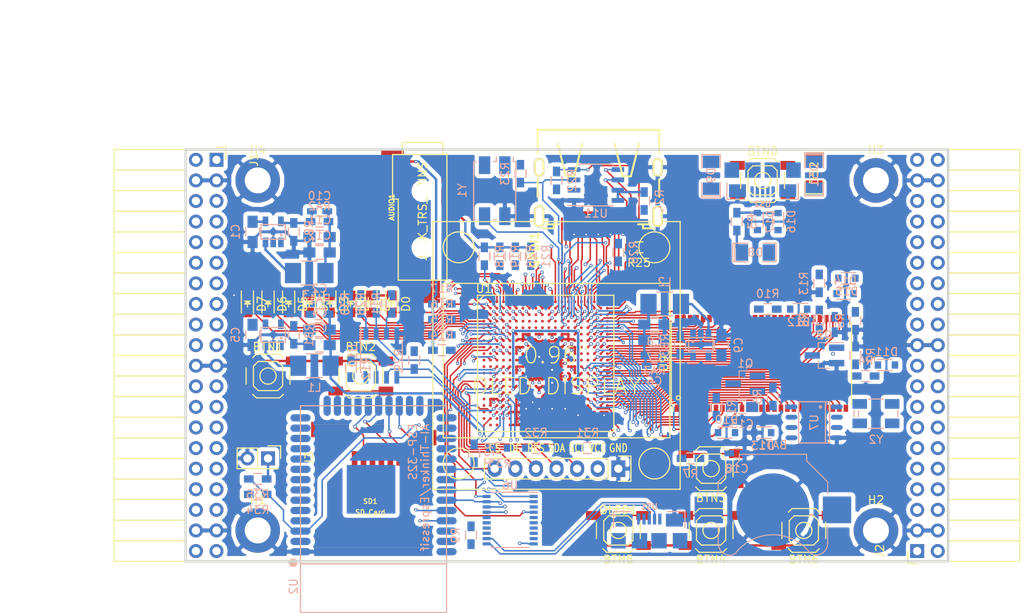
<source format=kicad_pcb>
(kicad_pcb (version 4) (host pcbnew 4.0.5+dfsg1-4)
  (layers (0 F.Cu signal) (1 In1.Cu signal) (2 In2.Cu signal) (31 B.Cu signal) (34 B.Paste user) (35 F.Paste user) (36 B.SilkS user) (37 F.SilkS user) (38 B.Mask user) (39 F.Mask user) (44 Edge.Cuts user))
  (net 0 "")
  (net 1 GND)
  (net 2 +5V)
  (net 3 /gpio/IN5V)
  (net 4 /gpio/OUT5V)
  (net 5 +3V3)
  (net 6 "Net-(L1-Pad1)")
  (net 7 "Net-(L2-Pad1)")
  (net 8 +1V2)
  (net 9 BTN_D)
  (net 10 BTN_F1)
  (net 11 BTN_F2)
  (net 12 BTN_L)
  (net 13 BTN_R)
  (net 14 BTN_U)
  (net 15 /power/FB1)
  (net 16 +2V5)
  (net 17 "Net-(L3-Pad1)")
  (net 18 /power/PWREN)
  (net 19 /power/FB3)
  (net 20 /power/FB2)
  (net 21 "Net-(D9-Pad1)")
  (net 22 /power/VBAT)
  (net 23 JTAG_TDI)
  (net 24 JTAG_TCK)
  (net 25 JTAG_TMS)
  (net 26 JTAG_TDO)
  (net 27 /power/WAKEUPn)
  (net 28 /power/WKUP)
  (net 29 /power/SHUT)
  (net 30 /power/WAKE)
  (net 31 /power/HOLD)
  (net 32 /power/WKn)
  (net 33 /power/OSCI_32k)
  (net 34 /power/OSCO_32k)
  (net 35 FTDI_nSUSPEND)
  (net 36 "Net-(Q2-Pad3)")
  (net 37 SHUTDOWN)
  (net 38 /analog/AUDIO_L)
  (net 39 /analog/AUDIO_R)
  (net 40 GPDI_5V_SCL)
  (net 41 GPDI_5V_SDA)
  (net 42 GPDI_SDA)
  (net 43 GPDI_SCL)
  (net 44 /gpdi/VREF2)
  (net 45 /blinkey/BTNPU)
  (net 46 SD_CMD)
  (net 47 SD_CLK)
  (net 48 SD_D0)
  (net 49 SD_D1)
  (net 50 USB5V)
  (net 51 "Net-(BTN0-Pad1)")
  (net 52 GPDI_CEC)
  (net 53 nRESET)
  (net 54 /usb/FT3V3)
  (net 55 FTDI_nDTR)
  (net 56 SDRAM_CKE)
  (net 57 SDRAM_A7)
  (net 58 SDRAM_D15)
  (net 59 SDRAM_BA1)
  (net 60 SDRAM_D7)
  (net 61 SDRAM_A6)
  (net 62 SDRAM_CLK)
  (net 63 SDRAM_D13)
  (net 64 SDRAM_BA0)
  (net 65 SDRAM_D6)
  (net 66 SDRAM_A5)
  (net 67 SDRAM_D14)
  (net 68 SDRAM_A11)
  (net 69 SDRAM_D12)
  (net 70 SDRAM_D5)
  (net 71 SDRAM_A4)
  (net 72 SDRAM_A10)
  (net 73 SDRAM_D11)
  (net 74 SDRAM_A3)
  (net 75 SDRAM_D4)
  (net 76 SDRAM_D10)
  (net 77 SDRAM_D9)
  (net 78 SDRAM_A9)
  (net 79 SDRAM_D3)
  (net 80 SDRAM_D8)
  (net 81 SDRAM_A8)
  (net 82 SDRAM_A2)
  (net 83 SDRAM_A1)
  (net 84 SDRAM_A0)
  (net 85 SDRAM_D2)
  (net 86 SDRAM_D1)
  (net 87 SDRAM_D0)
  (net 88 SDRAM_DQM0)
  (net 89 SDRAM_nCS)
  (net 90 SDRAM_nRAS)
  (net 91 SDRAM_DQM1)
  (net 92 SDRAM_nCAS)
  (net 93 SDRAM_nWE)
  (net 94 /flash/FLASH_nWP)
  (net 95 /flash/FLASH_nHOLD)
  (net 96 /flash/FLASH_MOSI)
  (net 97 /flash/FLASH_MISO)
  (net 98 /flash/FLASH_SCK)
  (net 99 /flash/FLASH_nCS)
  (net 100 /flash/FPGA_PROGRAMN)
  (net 101 /flash/FPGA_DONE)
  (net 102 /flash/FPGA_INITN)
  (net 103 OLED_RES)
  (net 104 OLED_DC)
  (net 105 OLED_CS)
  (net 106 WIFI_EN)
  (net 107 FTDI_nRTS)
  (net 108 WIFI_GPIO2)
  (net 109 FTDI_TXD)
  (net 110 FTDI_RXD)
  (net 111 WIFI_RXD)
  (net 112 WIFI_GPIO0)
  (net 113 FTDI_nCTS)
  (net 114 WIFI_TXD)
  (net 115 FTDI_nRI)
  (net 116 FTDI_nDCD)
  (net 117 /gpdi/CLK_25MHz)
  (net 118 GPDI_ETH-)
  (net 119 GPDI_ETH+)
  (net 120 GPDI_D2+)
  (net 121 GPDI_D2-)
  (net 122 GPDI_D1+)
  (net 123 GPDI_D1-)
  (net 124 GPDI_D0+)
  (net 125 GPDI_D0-)
  (net 126 GPDI_CLK+)
  (net 127 GPDI_CLK-)
  (net 128 USB_FPGA_D+)
  (net 129 USB_FPGA_D-)
  (net 130 USB_FTDI_D+)
  (net 131 USB_FTDI_D-)
  (net 132 J1_17-)
  (net 133 J1_17+)
  (net 134 J1_23-)
  (net 135 J1_23+)
  (net 136 J1_25-)
  (net 137 J1_25+)
  (net 138 J1_27-)
  (net 139 J1_27+)
  (net 140 J1_29-)
  (net 141 J1_29+)
  (net 142 J1_31-)
  (net 143 J1_31+)
  (net 144 J1_33-)
  (net 145 J1_33+)
  (net 146 J1_35-)
  (net 147 J1_35+)
  (net 148 J2_5-)
  (net 149 J2_5+)
  (net 150 J2_7-)
  (net 151 J2_7+)
  (net 152 J2_9-)
  (net 153 J2_9+)
  (net 154 J2_13-)
  (net 155 J2_13+)
  (net 156 J2_17-)
  (net 157 J2_17+)
  (net 158 J2_11-)
  (net 159 J2_11+)
  (net 160 J2_23-)
  (net 161 J2_23+)
  (net 162 J1_5-)
  (net 163 J1_5+)
  (net 164 J1_7-)
  (net 165 J1_7+)
  (net 166 J1_9-)
  (net 167 J1_9+)
  (net 168 J1_11-)
  (net 169 J1_11+)
  (net 170 J1_13-)
  (net 171 J1_13+)
  (net 172 J1_15-)
  (net 173 J1_15+)
  (net 174 J2_15-)
  (net 175 J2_15+)
  (net 176 J2_25-)
  (net 177 J2_25+)
  (net 178 J2_27-)
  (net 179 J2_27+)
  (net 180 J2_29-)
  (net 181 J2_29+)
  (net 182 J2_31-)
  (net 183 J2_31+)
  (net 184 J2_33-)
  (net 185 J2_33+)
  (net 186 J2_35-)
  (net 187 J2_35+)
  (net 188 SD_D3)
  (net 189 AUDIO_L3)
  (net 190 AUDIO_L2)
  (net 191 AUDIO_L1)
  (net 192 AUDIO_L0)
  (net 193 AUDIO_R3)
  (net 194 AUDIO_R2)
  (net 195 AUDIO_R1)
  (net 196 AUDIO_R0)
  (net 197 FTDI_nDSR)
  (net 198 OLED_CLK)
  (net 199 OLED_MOSI)
  (net 200 WIFI_GPIO15)
  (net 201 LED0)
  (net 202 LED1)
  (net 203 LED2)
  (net 204 LED3)
  (net 205 LED4)
  (net 206 LED5)
  (net 207 LED6)
  (net 208 LED7)
  (net 209 BTN_PWRn)
  (net 210 "Net-(J3-Pad1)")
  (module lfe5bg381:BGA-381_pitch0.8mm_dia0.4mm (layer F.Cu) (at 138.48 87.8)
    (fp_text reference U1 (at -7.6 -9.2) (layer F.SilkS))
    (fp_text value LFE5U-25F-6BG381C)
    (pad A2 smd circle (at -6.8 -7.6) (size 0.35 0.35) (layers F.Cu F.Paste F.Mask) (net 139 J1_27+))
    (pad A3 smd circle (at -6 -7.6) (size 0.35 0.35) (layers F.Cu F.Paste F.Mask) (net 193 AUDIO_R3))
    (pad A4 smd circle (at -5.2 -7.6) (size 0.35 0.35) (layers F.Cu F.Paste F.Mask) (net 137 J1_25+))
    (pad A5 smd circle (at -4.4 -7.6) (size 0.35 0.35) (layers F.Cu F.Paste F.Mask) (net 136 J1_25-))
    (pad A6 smd circle (at -3.6 -7.6) (size 0.35 0.35) (layers F.Cu F.Paste F.Mask) (net 135 J1_23+))
    (pad A7 smd circle (at -2.8 -7.6) (size 0.35 0.35) (layers F.Cu F.Paste F.Mask) (net 173 J1_15+))
    (pad A8 smd circle (at -2 -7.6) (size 0.35 0.35) (layers F.Cu F.Paste F.Mask) (net 172 J1_15-))
    (pad A9 smd circle (at -1.2 -7.6) (size 0.35 0.35) (layers F.Cu F.Paste F.Mask) (net 166 J1_9-))
    (pad A10 smd circle (at -0.4 -7.6) (size 0.35 0.35) (layers F.Cu F.Paste F.Mask) (net 165 J1_7+))
    (pad A11 smd circle (at 0.4 -7.6) (size 0.35 0.35) (layers F.Cu F.Paste F.Mask) (net 164 J1_7-))
    (pad A12 smd circle (at 1.2 -7.6) (size 0.35 0.35) (layers F.Cu F.Paste F.Mask) (net 119 GPDI_ETH+))
    (pad A13 smd circle (at 2 -7.6) (size 0.35 0.35) (layers F.Cu F.Paste F.Mask) (net 118 GPDI_ETH-))
    (pad A14 smd circle (at 2.8 -7.6) (size 0.35 0.35) (layers F.Cu F.Paste F.Mask) (net 120 GPDI_D2+))
    (pad A15 smd circle (at 3.6 -7.6) (size 0.35 0.35) (layers F.Cu F.Paste F.Mask))
    (pad A16 smd circle (at 4.4 -7.6) (size 0.35 0.35) (layers F.Cu F.Paste F.Mask) (net 122 GPDI_D1+))
    (pad A17 smd circle (at 5.2 -7.6) (size 0.35 0.35) (layers F.Cu F.Paste F.Mask) (net 124 GPDI_D0+))
    (pad A18 smd circle (at 6 -7.6) (size 0.35 0.35) (layers F.Cu F.Paste F.Mask) (net 126 GPDI_CLK+))
    (pad A19 smd circle (at 6.8 -7.6) (size 0.35 0.35) (layers F.Cu F.Paste F.Mask) (net 52 GPDI_CEC))
    (pad B1 smd circle (at -7.6 -6.8) (size 0.35 0.35) (layers F.Cu F.Paste F.Mask) (net 138 J1_27-))
    (pad B2 smd circle (at -6.8 -6.8) (size 0.35 0.35) (layers F.Cu F.Paste F.Mask) (net 201 LED0))
    (pad B3 smd circle (at -6 -6.8) (size 0.35 0.35) (layers F.Cu F.Paste F.Mask) (net 192 AUDIO_L0))
    (pad B4 smd circle (at -5.2 -6.8) (size 0.35 0.35) (layers F.Cu F.Paste F.Mask) (net 140 J1_29-))
    (pad B5 smd circle (at -4.4 -6.8) (size 0.35 0.35) (layers F.Cu F.Paste F.Mask) (net 194 AUDIO_R2))
    (pad B6 smd circle (at -3.6 -6.8) (size 0.35 0.35) (layers F.Cu F.Paste F.Mask) (net 134 J1_23-))
    (pad B7 smd circle (at -2.8 -6.8) (size 0.35 0.35) (layers F.Cu F.Paste F.Mask) (net 1 GND))
    (pad B8 smd circle (at -2 -6.8) (size 0.35 0.35) (layers F.Cu F.Paste F.Mask) (net 170 J1_13-))
    (pad B9 smd circle (at -1.2 -6.8) (size 0.35 0.35) (layers F.Cu F.Paste F.Mask) (net 169 J1_11+))
    (pad B10 smd circle (at -0.4 -6.8) (size 0.35 0.35) (layers F.Cu F.Paste F.Mask) (net 167 J1_9+))
    (pad B11 smd circle (at 0.4 -6.8) (size 0.35 0.35) (layers F.Cu F.Paste F.Mask) (net 163 J1_5+))
    (pad B12 smd circle (at 1.2 -6.8) (size 0.35 0.35) (layers F.Cu F.Paste F.Mask) (net 117 /gpdi/CLK_25MHz))
    (pad B13 smd circle (at 2 -6.8) (size 0.35 0.35) (layers F.Cu F.Paste F.Mask) (net 187 J2_35+))
    (pad B14 smd circle (at 2.8 -6.8) (size 0.35 0.35) (layers F.Cu F.Paste F.Mask) (net 1 GND))
    (pad B15 smd circle (at 3.6 -6.8) (size 0.35 0.35) (layers F.Cu F.Paste F.Mask) (net 183 J2_31+))
    (pad B16 smd circle (at 4.4 -6.8) (size 0.35 0.35) (layers F.Cu F.Paste F.Mask) (net 123 GPDI_D1-))
    (pad B17 smd circle (at 5.2 -6.8) (size 0.35 0.35) (layers F.Cu F.Paste F.Mask) (net 179 J2_27+))
    (pad B18 smd circle (at 6 -6.8) (size 0.35 0.35) (layers F.Cu F.Paste F.Mask) (net 125 GPDI_D0-))
    (pad B19 smd circle (at 6.8 -6.8) (size 0.35 0.35) (layers F.Cu F.Paste F.Mask) (net 127 GPDI_CLK-))
    (pad B20 smd circle (at 7.6 -6.8) (size 0.35 0.35) (layers F.Cu F.Paste F.Mask) (net 42 GPDI_SDA))
    (pad C1 smd circle (at -7.6 -6) (size 0.35 0.35) (layers F.Cu F.Paste F.Mask) (net 203 LED2))
    (pad C2 smd circle (at -6.8 -6) (size 0.35 0.35) (layers F.Cu F.Paste F.Mask) (net 202 LED1))
    (pad C3 smd circle (at -6 -6) (size 0.35 0.35) (layers F.Cu F.Paste F.Mask) (net 190 AUDIO_L2))
    (pad C4 smd circle (at -5.2 -6) (size 0.35 0.35) (layers F.Cu F.Paste F.Mask) (net 141 J1_29+))
    (pad C5 smd circle (at -4.4 -6) (size 0.35 0.35) (layers F.Cu F.Paste F.Mask) (net 195 AUDIO_R1))
    (pad C6 smd circle (at -3.6 -6) (size 0.35 0.35) (layers F.Cu F.Paste F.Mask) (net 133 J1_17+))
    (pad C7 smd circle (at -2.8 -6) (size 0.35 0.35) (layers F.Cu F.Paste F.Mask) (net 132 J1_17-))
    (pad C8 smd circle (at -2 -6) (size 0.35 0.35) (layers F.Cu F.Paste F.Mask) (net 171 J1_13+))
    (pad C9 smd circle (at -1.2 -6) (size 0.35 0.35) (layers F.Cu F.Paste F.Mask))
    (pad C10 smd circle (at -0.4 -6) (size 0.35 0.35) (layers F.Cu F.Paste F.Mask) (net 168 J1_11-))
    (pad C11 smd circle (at 0.4 -6) (size 0.35 0.35) (layers F.Cu F.Paste F.Mask) (net 162 J1_5-))
    (pad C12 smd circle (at 1.2 -6) (size 0.35 0.35) (layers F.Cu F.Paste F.Mask) (net 43 GPDI_SCL))
    (pad C13 smd circle (at 2 -6) (size 0.35 0.35) (layers F.Cu F.Paste F.Mask) (net 186 J2_35-))
    (pad C14 smd circle (at 2.8 -6) (size 0.35 0.35) (layers F.Cu F.Paste F.Mask) (net 121 GPDI_D2-))
    (pad C15 smd circle (at 3.6 -6) (size 0.35 0.35) (layers F.Cu F.Paste F.Mask) (net 182 J2_31-))
    (pad C16 smd circle (at 4.4 -6) (size 0.35 0.35) (layers F.Cu F.Paste F.Mask) (net 181 J2_29+))
    (pad C17 smd circle (at 5.2 -6) (size 0.35 0.35) (layers F.Cu F.Paste F.Mask) (net 178 J2_27-))
    (pad C18 smd circle (at 6 -6) (size 0.35 0.35) (layers F.Cu F.Paste F.Mask) (net 161 J2_23+))
    (pad C19 smd circle (at 6.8 -6) (size 0.35 0.35) (layers F.Cu F.Paste F.Mask) (net 1 GND))
    (pad C20 smd circle (at 7.6 -6) (size 0.35 0.35) (layers F.Cu F.Paste F.Mask) (net 58 SDRAM_D15))
    (pad D1 smd circle (at -7.6 -5.2) (size 0.35 0.35) (layers F.Cu F.Paste F.Mask) (net 205 LED4))
    (pad D2 smd circle (at -6.8 -5.2) (size 0.35 0.35) (layers F.Cu F.Paste F.Mask) (net 204 LED3))
    (pad D3 smd circle (at -6 -5.2) (size 0.35 0.35) (layers F.Cu F.Paste F.Mask) (net 191 AUDIO_L1))
    (pad D4 smd circle (at -5.2 -5.2) (size 0.35 0.35) (layers F.Cu F.Paste F.Mask) (net 1 GND))
    (pad D5 smd circle (at -4.4 -5.2) (size 0.35 0.35) (layers F.Cu F.Paste F.Mask))
    (pad D6 smd circle (at -3.6 -5.2) (size 0.35 0.35) (layers F.Cu F.Paste F.Mask) (net 209 BTN_PWRn))
    (pad D7 smd circle (at -2.8 -5.2) (size 0.35 0.35) (layers F.Cu F.Paste F.Mask))
    (pad D8 smd circle (at -2 -5.2) (size 0.35 0.35) (layers F.Cu F.Paste F.Mask))
    (pad D9 smd circle (at -1.2 -5.2) (size 0.35 0.35) (layers F.Cu F.Paste F.Mask))
    (pad D10 smd circle (at -0.4 -5.2) (size 0.35 0.35) (layers F.Cu F.Paste F.Mask))
    (pad D11 smd circle (at 0.4 -5.2) (size 0.35 0.35) (layers F.Cu F.Paste F.Mask) (net 14 BTN_U))
    (pad D12 smd circle (at 1.2 -5.2) (size 0.35 0.35) (layers F.Cu F.Paste F.Mask))
    (pad D13 smd circle (at 2 -5.2) (size 0.35 0.35) (layers F.Cu F.Paste F.Mask) (net 185 J2_33+))
    (pad D14 smd circle (at 2.8 -5.2) (size 0.35 0.35) (layers F.Cu F.Paste F.Mask))
    (pad D15 smd circle (at 3.6 -5.2) (size 0.35 0.35) (layers F.Cu F.Paste F.Mask) (net 177 J2_25+))
    (pad D16 smd circle (at 4.4 -5.2) (size 0.35 0.35) (layers F.Cu F.Paste F.Mask) (net 180 J2_29-))
    (pad D17 smd circle (at 5.2 -5.2) (size 0.35 0.35) (layers F.Cu F.Paste F.Mask) (net 160 J2_23-))
    (pad D18 smd circle (at 6 -5.2) (size 0.35 0.35) (layers F.Cu F.Paste F.Mask) (net 157 J2_17+))
    (pad D19 smd circle (at 6.8 -5.2) (size 0.35 0.35) (layers F.Cu F.Paste F.Mask) (net 67 SDRAM_D14))
    (pad D20 smd circle (at 7.6 -5.2) (size 0.35 0.35) (layers F.Cu F.Paste F.Mask) (net 63 SDRAM_D13))
    (pad E1 smd circle (at -7.6 -4.4) (size 0.35 0.35) (layers F.Cu F.Paste F.Mask) (net 207 LED6))
    (pad E2 smd circle (at -6.8 -4.4) (size 0.35 0.35) (layers F.Cu F.Paste F.Mask) (net 206 LED5))
    (pad E3 smd circle (at -6 -4.4) (size 0.35 0.35) (layers F.Cu F.Paste F.Mask) (net 142 J1_31-))
    (pad E4 smd circle (at -5.2 -4.4) (size 0.35 0.35) (layers F.Cu F.Paste F.Mask))
    (pad E5 smd circle (at -4.4 -4.4) (size 0.35 0.35) (layers F.Cu F.Paste F.Mask) (net 189 AUDIO_L3))
    (pad E6 smd circle (at -3.6 -4.4) (size 0.35 0.35) (layers F.Cu F.Paste F.Mask))
    (pad E7 smd circle (at -2.8 -4.4) (size 0.35 0.35) (layers F.Cu F.Paste F.Mask))
    (pad E8 smd circle (at -2 -4.4) (size 0.35 0.35) (layers F.Cu F.Paste F.Mask))
    (pad E9 smd circle (at -1.2 -4.4) (size 0.35 0.35) (layers F.Cu F.Paste F.Mask))
    (pad E10 smd circle (at -0.4 -4.4) (size 0.35 0.35) (layers F.Cu F.Paste F.Mask))
    (pad E11 smd circle (at 0.4 -4.4) (size 0.35 0.35) (layers F.Cu F.Paste F.Mask))
    (pad E12 smd circle (at 1.2 -4.4) (size 0.35 0.35) (layers F.Cu F.Paste F.Mask))
    (pad E13 smd circle (at 2 -4.4) (size 0.35 0.35) (layers F.Cu F.Paste F.Mask) (net 184 J2_33-))
    (pad E14 smd circle (at 2.8 -4.4) (size 0.35 0.35) (layers F.Cu F.Paste F.Mask))
    (pad E15 smd circle (at 3.6 -4.4) (size 0.35 0.35) (layers F.Cu F.Paste F.Mask) (net 176 J2_25-))
    (pad E16 smd circle (at 4.4 -4.4) (size 0.35 0.35) (layers F.Cu F.Paste F.Mask))
    (pad E17 smd circle (at 5.2 -4.4) (size 0.35 0.35) (layers F.Cu F.Paste F.Mask) (net 156 J2_17-))
    (pad E18 smd circle (at 6 -4.4) (size 0.35 0.35) (layers F.Cu F.Paste F.Mask) (net 75 SDRAM_D4))
    (pad E19 smd circle (at 6.8 -4.4) (size 0.35 0.35) (layers F.Cu F.Paste F.Mask) (net 69 SDRAM_D12))
    (pad E20 smd circle (at 7.6 -4.4) (size 0.35 0.35) (layers F.Cu F.Paste F.Mask) (net 73 SDRAM_D11))
    (pad F1 smd circle (at -7.6 -3.6) (size 0.35 0.35) (layers F.Cu F.Paste F.Mask) (net 110 FTDI_RXD))
    (pad F2 smd circle (at -6.8 -3.6) (size 0.35 0.35) (layers F.Cu F.Paste F.Mask) (net 208 LED7))
    (pad F3 smd circle (at -6 -3.6) (size 0.35 0.35) (layers F.Cu F.Paste F.Mask) (net 144 J1_33-))
    (pad F4 smd circle (at -5.2 -3.6) (size 0.35 0.35) (layers F.Cu F.Paste F.Mask) (net 143 J1_31+))
    (pad F5 smd circle (at -4.4 -3.6) (size 0.35 0.35) (layers F.Cu F.Paste F.Mask) (net 196 AUDIO_R0))
    (pad F6 smd circle (at -3.6 -3.6) (size 0.35 0.35) (layers F.Cu F.Paste F.Mask) (net 16 +2V5))
    (pad F7 smd circle (at -2.8 -3.6) (size 0.35 0.35) (layers F.Cu F.Paste F.Mask) (net 1 GND))
    (pad F8 smd circle (at -2 -3.6) (size 0.35 0.35) (layers F.Cu F.Paste F.Mask) (net 1 GND))
    (pad F9 smd circle (at -1.2 -3.6) (size 0.35 0.35) (layers F.Cu F.Paste F.Mask) (net 5 +3V3))
    (pad F10 smd circle (at -0.4 -3.6) (size 0.35 0.35) (layers F.Cu F.Paste F.Mask) (net 5 +3V3))
    (pad F11 smd circle (at 0.4 -3.6) (size 0.35 0.35) (layers F.Cu F.Paste F.Mask) (net 5 +3V3))
    (pad F12 smd circle (at 1.2 -3.6) (size 0.35 0.35) (layers F.Cu F.Paste F.Mask) (net 5 +3V3))
    (pad F13 smd circle (at 2 -3.6) (size 0.35 0.35) (layers F.Cu F.Paste F.Mask) (net 1 GND))
    (pad F14 smd circle (at 2.8 -3.6) (size 0.35 0.35) (layers F.Cu F.Paste F.Mask) (net 1 GND))
    (pad F15 smd circle (at 3.6 -3.6) (size 0.35 0.35) (layers F.Cu F.Paste F.Mask) (net 16 +2V5))
    (pad F16 smd circle (at 4.4 -3.6) (size 0.35 0.35) (layers F.Cu F.Paste F.Mask))
    (pad F17 smd circle (at 5.2 -3.6) (size 0.35 0.35) (layers F.Cu F.Paste F.Mask) (net 175 J2_15+))
    (pad F18 smd circle (at 6 -3.6) (size 0.35 0.35) (layers F.Cu F.Paste F.Mask) (net 70 SDRAM_D5))
    (pad F19 smd circle (at 6.8 -3.6) (size 0.35 0.35) (layers F.Cu F.Paste F.Mask) (net 76 SDRAM_D10))
    (pad F20 smd circle (at 7.6 -3.6) (size 0.35 0.35) (layers F.Cu F.Paste F.Mask) (net 77 SDRAM_D9))
    (pad G1 smd circle (at -7.6 -2.8) (size 0.35 0.35) (layers F.Cu F.Paste F.Mask) (net 109 FTDI_TXD))
    (pad G2 smd circle (at -6.8 -2.8) (size 0.35 0.35) (layers F.Cu F.Paste F.Mask) (net 111 WIFI_RXD))
    (pad G3 smd circle (at -6 -2.8) (size 0.35 0.35) (layers F.Cu F.Paste F.Mask) (net 145 J1_33+))
    (pad G4 smd circle (at -5.2 -2.8) (size 0.35 0.35) (layers F.Cu F.Paste F.Mask) (net 1 GND))
    (pad G5 smd circle (at -4.4 -2.8) (size 0.35 0.35) (layers F.Cu F.Paste F.Mask) (net 146 J1_35-))
    (pad G6 smd circle (at -3.6 -2.8) (size 0.35 0.35) (layers F.Cu F.Paste F.Mask) (net 1 GND))
    (pad G7 smd circle (at -2.8 -2.8) (size 0.35 0.35) (layers F.Cu F.Paste F.Mask) (net 1 GND))
    (pad G8 smd circle (at -2 -2.8) (size 0.35 0.35) (layers F.Cu F.Paste F.Mask) (net 1 GND))
    (pad G9 smd circle (at -1.2 -2.8) (size 0.35 0.35) (layers F.Cu F.Paste F.Mask) (net 1 GND))
    (pad G10 smd circle (at -0.4 -2.8) (size 0.35 0.35) (layers F.Cu F.Paste F.Mask) (net 1 GND))
    (pad G11 smd circle (at 0.4 -2.8) (size 0.35 0.35) (layers F.Cu F.Paste F.Mask) (net 1 GND))
    (pad G12 smd circle (at 1.2 -2.8) (size 0.35 0.35) (layers F.Cu F.Paste F.Mask) (net 1 GND))
    (pad G13 smd circle (at 2 -2.8) (size 0.35 0.35) (layers F.Cu F.Paste F.Mask) (net 1 GND))
    (pad G14 smd circle (at 2.8 -2.8) (size 0.35 0.35) (layers F.Cu F.Paste F.Mask) (net 1 GND))
    (pad G15 smd circle (at 3.6 -2.8) (size 0.35 0.35) (layers F.Cu F.Paste F.Mask) (net 1 GND))
    (pad G16 smd circle (at 4.4 -2.8) (size 0.35 0.35) (layers F.Cu F.Paste F.Mask))
    (pad G17 smd circle (at 5.2 -2.8) (size 0.35 0.35) (layers F.Cu F.Paste F.Mask) (net 1 GND))
    (pad G18 smd circle (at 6 -2.8) (size 0.35 0.35) (layers F.Cu F.Paste F.Mask) (net 174 J2_15-))
    (pad G19 smd circle (at 6.8 -2.8) (size 0.35 0.35) (layers F.Cu F.Paste F.Mask) (net 80 SDRAM_D8))
    (pad G20 smd circle (at 7.6 -2.8) (size 0.35 0.35) (layers F.Cu F.Paste F.Mask) (net 91 SDRAM_DQM1))
    (pad H1 smd circle (at -7.6 -2) (size 0.35 0.35) (layers F.Cu F.Paste F.Mask) (net 112 WIFI_GPIO0))
    (pad H2 smd circle (at -6.8 -2) (size 0.35 0.35) (layers F.Cu F.Paste F.Mask) (net 114 WIFI_TXD))
    (pad H3 smd circle (at -6 -2) (size 0.35 0.35) (layers F.Cu F.Paste F.Mask))
    (pad H4 smd circle (at -5.2 -2) (size 0.35 0.35) (layers F.Cu F.Paste F.Mask) (net 147 J1_35+))
    (pad H5 smd circle (at -4.4 -2) (size 0.35 0.35) (layers F.Cu F.Paste F.Mask))
    (pad H6 smd circle (at -3.6 -2) (size 0.35 0.35) (layers F.Cu F.Paste F.Mask) (net 5 +3V3))
    (pad H7 smd circle (at -2.8 -2) (size 0.35 0.35) (layers F.Cu F.Paste F.Mask) (net 5 +3V3))
    (pad H8 smd circle (at -2 -2) (size 0.35 0.35) (layers F.Cu F.Paste F.Mask) (net 8 +1V2))
    (pad H9 smd circle (at -1.2 -2) (size 0.35 0.35) (layers F.Cu F.Paste F.Mask) (net 8 +1V2))
    (pad H10 smd circle (at -0.4 -2) (size 0.35 0.35) (layers F.Cu F.Paste F.Mask) (net 8 +1V2))
    (pad H11 smd circle (at 0.4 -2) (size 0.35 0.35) (layers F.Cu F.Paste F.Mask) (net 8 +1V2))
    (pad H12 smd circle (at 1.2 -2) (size 0.35 0.35) (layers F.Cu F.Paste F.Mask) (net 8 +1V2))
    (pad H13 smd circle (at 2 -2) (size 0.35 0.35) (layers F.Cu F.Paste F.Mask) (net 8 +1V2))
    (pad H14 smd circle (at 2.8 -2) (size 0.35 0.35) (layers F.Cu F.Paste F.Mask) (net 5 +3V3))
    (pad H15 smd circle (at 3.6 -2) (size 0.35 0.35) (layers F.Cu F.Paste F.Mask) (net 5 +3V3))
    (pad H16 smd circle (at 4.4 -2) (size 0.35 0.35) (layers F.Cu F.Paste F.Mask))
    (pad H17 smd circle (at 5.2 -2) (size 0.35 0.35) (layers F.Cu F.Paste F.Mask) (net 154 J2_13-))
    (pad H18 smd circle (at 6 -2) (size 0.35 0.35) (layers F.Cu F.Paste F.Mask) (net 155 J2_13+))
    (pad H19 smd circle (at 6.8 -2) (size 0.35 0.35) (layers F.Cu F.Paste F.Mask) (net 1 GND))
    (pad H20 smd circle (at 7.6 -2) (size 0.35 0.35) (layers F.Cu F.Paste F.Mask) (net 62 SDRAM_CLK))
    (pad J1 smd circle (at -7.6 -1.2) (size 0.35 0.35) (layers F.Cu F.Paste F.Mask))
    (pad J2 smd circle (at -6.8 -1.2) (size 0.35 0.35) (layers F.Cu F.Paste F.Mask) (net 1 GND))
    (pad J3 smd circle (at -6 -1.2) (size 0.35 0.35) (layers F.Cu F.Paste F.Mask) (net 200 WIFI_GPIO15))
    (pad J4 smd circle (at -5.2 -1.2) (size 0.35 0.35) (layers F.Cu F.Paste F.Mask) (net 108 WIFI_GPIO2))
    (pad J5 smd circle (at -4.4 -1.2) (size 0.35 0.35) (layers F.Cu F.Paste F.Mask) (net 113 FTDI_nCTS))
    (pad J6 smd circle (at -3.6 -1.2) (size 0.35 0.35) (layers F.Cu F.Paste F.Mask) (net 5 +3V3))
    (pad J7 smd circle (at -2.8 -1.2) (size 0.35 0.35) (layers F.Cu F.Paste F.Mask) (net 1 GND))
    (pad J8 smd circle (at -2 -1.2) (size 0.35 0.35) (layers F.Cu F.Paste F.Mask) (net 8 +1V2))
    (pad J9 smd circle (at -1.2 -1.2) (size 0.35 0.35) (layers F.Cu F.Paste F.Mask) (net 1 GND))
    (pad J10 smd circle (at -0.4 -1.2) (size 0.35 0.35) (layers F.Cu F.Paste F.Mask) (net 1 GND))
    (pad J11 smd circle (at 0.4 -1.2) (size 0.35 0.35) (layers F.Cu F.Paste F.Mask) (net 1 GND))
    (pad J12 smd circle (at 1.2 -1.2) (size 0.35 0.35) (layers F.Cu F.Paste F.Mask) (net 1 GND))
    (pad J13 smd circle (at 2 -1.2) (size 0.35 0.35) (layers F.Cu F.Paste F.Mask) (net 8 +1V2))
    (pad J14 smd circle (at 2.8 -1.2) (size 0.35 0.35) (layers F.Cu F.Paste F.Mask) (net 1 GND))
    (pad J15 smd circle (at 3.6 -1.2) (size 0.35 0.35) (layers F.Cu F.Paste F.Mask) (net 5 +3V3))
    (pad J16 smd circle (at 4.4 -1.2) (size 0.35 0.35) (layers F.Cu F.Paste F.Mask))
    (pad J17 smd circle (at 5.2 -1.2) (size 0.35 0.35) (layers F.Cu F.Paste F.Mask))
    (pad J18 smd circle (at 6 -1.2) (size 0.35 0.35) (layers F.Cu F.Paste F.Mask) (net 79 SDRAM_D3))
    (pad J19 smd circle (at 6.8 -1.2) (size 0.35 0.35) (layers F.Cu F.Paste F.Mask) (net 56 SDRAM_CKE))
    (pad J20 smd circle (at 7.6 -1.2) (size 0.35 0.35) (layers F.Cu F.Paste F.Mask) (net 68 SDRAM_A11))
    (pad K1 smd circle (at -7.6 -0.4) (size 0.35 0.35) (layers F.Cu F.Paste F.Mask))
    (pad K2 smd circle (at -6.8 -0.4) (size 0.35 0.35) (layers F.Cu F.Paste F.Mask) (net 55 FTDI_nDTR))
    (pad K3 smd circle (at -6 -0.4) (size 0.35 0.35) (layers F.Cu F.Paste F.Mask) (net 107 FTDI_nRTS))
    (pad K4 smd circle (at -5.2 -0.4) (size 0.35 0.35) (layers F.Cu F.Paste F.Mask))
    (pad K5 smd circle (at -4.4 -0.4) (size 0.35 0.35) (layers F.Cu F.Paste F.Mask))
    (pad K6 smd circle (at -3.6 -0.4) (size 0.35 0.35) (layers F.Cu F.Paste F.Mask) (net 1 GND))
    (pad K7 smd circle (at -2.8 -0.4) (size 0.35 0.35) (layers F.Cu F.Paste F.Mask) (net 1 GND))
    (pad K8 smd circle (at -2 -0.4) (size 0.35 0.35) (layers F.Cu F.Paste F.Mask) (net 8 +1V2))
    (pad K9 smd circle (at -1.2 -0.4) (size 0.35 0.35) (layers F.Cu F.Paste F.Mask) (net 1 GND))
    (pad K10 smd circle (at -0.4 -0.4) (size 0.35 0.35) (layers F.Cu F.Paste F.Mask) (net 1 GND))
    (pad K11 smd circle (at 0.4 -0.4) (size 0.35 0.35) (layers F.Cu F.Paste F.Mask) (net 1 GND))
    (pad K12 smd circle (at 1.2 -0.4) (size 0.35 0.35) (layers F.Cu F.Paste F.Mask) (net 1 GND))
    (pad K13 smd circle (at 2 -0.4) (size 0.35 0.35) (layers F.Cu F.Paste F.Mask) (net 8 +1V2))
    (pad K14 smd circle (at 2.8 -0.4) (size 0.35 0.35) (layers F.Cu F.Paste F.Mask) (net 1 GND))
    (pad K15 smd circle (at 3.6 -0.4) (size 0.35 0.35) (layers F.Cu F.Paste F.Mask) (net 1 GND))
    (pad K16 smd circle (at 4.4 -0.4) (size 0.35 0.35) (layers F.Cu F.Paste F.Mask))
    (pad K17 smd circle (at 5.2 -0.4) (size 0.35 0.35) (layers F.Cu F.Paste F.Mask))
    (pad K18 smd circle (at 6 -0.4) (size 0.35 0.35) (layers F.Cu F.Paste F.Mask) (net 85 SDRAM_D2))
    (pad K19 smd circle (at 6.8 -0.4) (size 0.35 0.35) (layers F.Cu F.Paste F.Mask) (net 78 SDRAM_A9))
    (pad K20 smd circle (at 7.6 -0.4) (size 0.35 0.35) (layers F.Cu F.Paste F.Mask) (net 81 SDRAM_A8))
    (pad L1 smd circle (at -7.6 0.4) (size 0.35 0.35) (layers F.Cu F.Paste F.Mask) (net 48 SD_D0))
    (pad L2 smd circle (at -6.8 0.4) (size 0.35 0.35) (layers F.Cu F.Paste F.Mask) (net 116 FTDI_nDCD))
    (pad L3 smd circle (at -6 0.4) (size 0.35 0.35) (layers F.Cu F.Paste F.Mask) (net 105 OLED_CS))
    (pad L4 smd circle (at -5.2 0.4) (size 0.35 0.35) (layers F.Cu F.Paste F.Mask) (net 106 WIFI_EN))
    (pad L5 smd circle (at -4.4 0.4) (size 0.35 0.35) (layers F.Cu F.Paste F.Mask) (net 197 FTDI_nDSR))
    (pad L6 smd circle (at -3.6 0.4) (size 0.35 0.35) (layers F.Cu F.Paste F.Mask) (net 5 +3V3))
    (pad L7 smd circle (at -2.8 0.4) (size 0.35 0.35) (layers F.Cu F.Paste F.Mask) (net 5 +3V3))
    (pad L8 smd circle (at -2 0.4) (size 0.35 0.35) (layers F.Cu F.Paste F.Mask) (net 8 +1V2))
    (pad L9 smd circle (at -1.2 0.4) (size 0.35 0.35) (layers F.Cu F.Paste F.Mask) (net 1 GND))
    (pad L10 smd circle (at -0.4 0.4) (size 0.35 0.35) (layers F.Cu F.Paste F.Mask) (net 1 GND))
    (pad L11 smd circle (at 0.4 0.4) (size 0.35 0.35) (layers F.Cu F.Paste F.Mask) (net 1 GND))
    (pad L12 smd circle (at 1.2 0.4) (size 0.35 0.35) (layers F.Cu F.Paste F.Mask) (net 1 GND))
    (pad L13 smd circle (at 2 0.4) (size 0.35 0.35) (layers F.Cu F.Paste F.Mask) (net 8 +1V2))
    (pad L14 smd circle (at 2.8 0.4) (size 0.35 0.35) (layers F.Cu F.Paste F.Mask) (net 5 +3V3))
    (pad L15 smd circle (at 3.6 0.4) (size 0.35 0.35) (layers F.Cu F.Paste F.Mask) (net 5 +3V3))
    (pad L16 smd circle (at 4.4 0.4) (size 0.35 0.35) (layers F.Cu F.Paste F.Mask) (net 159 J2_11+))
    (pad L17 smd circle (at 5.2 0.4) (size 0.35 0.35) (layers F.Cu F.Paste F.Mask) (net 158 J2_11-))
    (pad L18 smd circle (at 6 0.4) (size 0.35 0.35) (layers F.Cu F.Paste F.Mask) (net 86 SDRAM_D1))
    (pad L19 smd circle (at 6.8 0.4) (size 0.35 0.35) (layers F.Cu F.Paste F.Mask) (net 57 SDRAM_A7))
    (pad L20 smd circle (at 7.6 0.4) (size 0.35 0.35) (layers F.Cu F.Paste F.Mask) (net 61 SDRAM_A6))
    (pad M1 smd circle (at -7.6 1.2) (size 0.35 0.35) (layers F.Cu F.Paste F.Mask) (net 46 SD_CMD))
    (pad M2 smd circle (at -6.8 1.2) (size 0.35 0.35) (layers F.Cu F.Paste F.Mask) (net 1 GND))
    (pad M3 smd circle (at -6 1.2) (size 0.35 0.35) (layers F.Cu F.Paste F.Mask) (net 129 USB_FPGA_D-))
    (pad M4 smd circle (at -5.2 1.2) (size 0.35 0.35) (layers F.Cu F.Paste F.Mask))
    (pad M5 smd circle (at -4.4 1.2) (size 0.35 0.35) (layers F.Cu F.Paste F.Mask))
    (pad M6 smd circle (at -3.6 1.2) (size 0.35 0.35) (layers F.Cu F.Paste F.Mask) (net 5 +3V3))
    (pad M7 smd circle (at -2.8 1.2) (size 0.35 0.35) (layers F.Cu F.Paste F.Mask) (net 1 GND))
    (pad M8 smd circle (at -2 1.2) (size 0.35 0.35) (layers F.Cu F.Paste F.Mask) (net 8 +1V2))
    (pad M9 smd circle (at -1.2 1.2) (size 0.35 0.35) (layers F.Cu F.Paste F.Mask) (net 1 GND))
    (pad M10 smd circle (at -0.4 1.2) (size 0.35 0.35) (layers F.Cu F.Paste F.Mask) (net 1 GND))
    (pad M11 smd circle (at 0.4 1.2) (size 0.35 0.35) (layers F.Cu F.Paste F.Mask) (net 1 GND))
    (pad M12 smd circle (at 1.2 1.2) (size 0.35 0.35) (layers F.Cu F.Paste F.Mask) (net 1 GND))
    (pad M13 smd circle (at 2 1.2) (size 0.35 0.35) (layers F.Cu F.Paste F.Mask) (net 8 +1V2))
    (pad M14 smd circle (at 2.8 1.2) (size 0.35 0.35) (layers F.Cu F.Paste F.Mask) (net 1 GND))
    (pad M15 smd circle (at 3.6 1.2) (size 0.35 0.35) (layers F.Cu F.Paste F.Mask) (net 5 +3V3))
    (pad M16 smd circle (at 4.4 1.2) (size 0.35 0.35) (layers F.Cu F.Paste F.Mask) (net 1 GND))
    (pad M17 smd circle (at 5.2 1.2) (size 0.35 0.35) (layers F.Cu F.Paste F.Mask) (net 152 J2_9-))
    (pad M18 smd circle (at 6 1.2) (size 0.35 0.35) (layers F.Cu F.Paste F.Mask) (net 87 SDRAM_D0))
    (pad M19 smd circle (at 6.8 1.2) (size 0.35 0.35) (layers F.Cu F.Paste F.Mask) (net 66 SDRAM_A5))
    (pad M20 smd circle (at 7.6 1.2) (size 0.35 0.35) (layers F.Cu F.Paste F.Mask) (net 71 SDRAM_A4))
    (pad N1 smd circle (at -7.6 2) (size 0.35 0.35) (layers F.Cu F.Paste F.Mask) (net 47 SD_CLK))
    (pad N2 smd circle (at -6.8 2) (size 0.35 0.35) (layers F.Cu F.Paste F.Mask) (net 188 SD_D3))
    (pad N3 smd circle (at -6 2) (size 0.35 0.35) (layers F.Cu F.Paste F.Mask) (net 128 USB_FPGA_D+))
    (pad N4 smd circle (at -5.2 2) (size 0.35 0.35) (layers F.Cu F.Paste F.Mask) (net 49 SD_D1))
    (pad N5 smd circle (at -4.4 2) (size 0.35 0.35) (layers F.Cu F.Paste F.Mask))
    (pad N6 smd circle (at -3.6 2) (size 0.35 0.35) (layers F.Cu F.Paste F.Mask) (net 1 GND))
    (pad N7 smd circle (at -2.8 2) (size 0.35 0.35) (layers F.Cu F.Paste F.Mask) (net 1 GND))
    (pad N8 smd circle (at -2 2) (size 0.35 0.35) (layers F.Cu F.Paste F.Mask) (net 8 +1V2))
    (pad N9 smd circle (at -1.2 2) (size 0.35 0.35) (layers F.Cu F.Paste F.Mask) (net 8 +1V2))
    (pad N10 smd circle (at -0.4 2) (size 0.35 0.35) (layers F.Cu F.Paste F.Mask) (net 8 +1V2))
    (pad N11 smd circle (at 0.4 2) (size 0.35 0.35) (layers F.Cu F.Paste F.Mask) (net 8 +1V2))
    (pad N12 smd circle (at 1.2 2) (size 0.35 0.35) (layers F.Cu F.Paste F.Mask) (net 8 +1V2))
    (pad N13 smd circle (at 2 2) (size 0.35 0.35) (layers F.Cu F.Paste F.Mask) (net 8 +1V2))
    (pad N14 smd circle (at 2.8 2) (size 0.35 0.35) (layers F.Cu F.Paste F.Mask) (net 1 GND))
    (pad N15 smd circle (at 3.6 2) (size 0.35 0.35) (layers F.Cu F.Paste F.Mask) (net 1 GND))
    (pad N16 smd circle (at 4.4 2) (size 0.35 0.35) (layers F.Cu F.Paste F.Mask) (net 153 J2_9+))
    (pad N17 smd circle (at 5.2 2) (size 0.35 0.35) (layers F.Cu F.Paste F.Mask) (net 151 J2_7+))
    (pad N18 smd circle (at 6 2) (size 0.35 0.35) (layers F.Cu F.Paste F.Mask) (net 65 SDRAM_D6))
    (pad N19 smd circle (at 6.8 2) (size 0.35 0.35) (layers F.Cu F.Paste F.Mask) (net 74 SDRAM_A3))
    (pad N20 smd circle (at 7.6 2) (size 0.35 0.35) (layers F.Cu F.Paste F.Mask) (net 82 SDRAM_A2))
    (pad P1 smd circle (at -7.6 2.8) (size 0.35 0.35) (layers F.Cu F.Paste F.Mask) (net 104 OLED_DC))
    (pad P2 smd circle (at -6.8 2.8) (size 0.35 0.35) (layers F.Cu F.Paste F.Mask) (net 103 OLED_RES))
    (pad P3 smd circle (at -6 2.8) (size 0.35 0.35) (layers F.Cu F.Paste F.Mask) (net 199 OLED_MOSI))
    (pad P4 smd circle (at -5.2 2.8) (size 0.35 0.35) (layers F.Cu F.Paste F.Mask) (net 198 OLED_CLK))
    (pad P5 smd circle (at -4.4 2.8) (size 0.35 0.35) (layers F.Cu F.Paste F.Mask) (net 115 FTDI_nRI))
    (pad P6 smd circle (at -3.6 2.8) (size 0.35 0.35) (layers F.Cu F.Paste F.Mask) (net 16 +2V5))
    (pad P7 smd circle (at -2.8 2.8) (size 0.35 0.35) (layers F.Cu F.Paste F.Mask) (net 1 GND))
    (pad P8 smd circle (at -2 2.8) (size 0.35 0.35) (layers F.Cu F.Paste F.Mask) (net 1 GND))
    (pad P9 smd circle (at -1.2 2.8) (size 0.35 0.35) (layers F.Cu F.Paste F.Mask) (net 5 +3V3))
    (pad P10 smd circle (at -0.4 2.8) (size 0.35 0.35) (layers F.Cu F.Paste F.Mask) (net 5 +3V3))
    (pad P11 smd circle (at 0.4 2.8) (size 0.35 0.35) (layers F.Cu F.Paste F.Mask) (net 1 GND))
    (pad P12 smd circle (at 1.2 2.8) (size 0.35 0.35) (layers F.Cu F.Paste F.Mask) (net 1 GND))
    (pad P13 smd circle (at 2 2.8) (size 0.35 0.35) (layers F.Cu F.Paste F.Mask) (net 1 GND))
    (pad P14 smd circle (at 2.8 2.8) (size 0.35 0.35) (layers F.Cu F.Paste F.Mask) (net 1 GND))
    (pad P15 smd circle (at 3.6 2.8) (size 0.35 0.35) (layers F.Cu F.Paste F.Mask) (net 16 +2V5))
    (pad P16 smd circle (at 4.4 2.8) (size 0.35 0.35) (layers F.Cu F.Paste F.Mask) (net 150 J2_7-))
    (pad P17 smd circle (at 5.2 2.8) (size 0.35 0.35) (layers F.Cu F.Paste F.Mask))
    (pad P18 smd circle (at 6 2.8) (size 0.35 0.35) (layers F.Cu F.Paste F.Mask) (net 60 SDRAM_D7))
    (pad P19 smd circle (at 6.8 2.8) (size 0.35 0.35) (layers F.Cu F.Paste F.Mask) (net 83 SDRAM_A1))
    (pad P20 smd circle (at 7.6 2.8) (size 0.35 0.35) (layers F.Cu F.Paste F.Mask) (net 84 SDRAM_A0))
    (pad R1 smd circle (at -7.6 3.6) (size 0.35 0.35) (layers F.Cu F.Paste F.Mask) (net 10 BTN_F1))
    (pad R2 smd circle (at -6.8 3.6) (size 0.35 0.35) (layers F.Cu F.Paste F.Mask) (net 99 /flash/FLASH_nCS))
    (pad R3 smd circle (at -6 3.6) (size 0.35 0.35) (layers F.Cu F.Paste F.Mask))
    (pad R4 smd circle (at -5.2 3.6) (size 0.35 0.35) (layers F.Cu F.Paste F.Mask) (net 1 GND))
    (pad R5 smd circle (at -4.4 3.6) (size 0.35 0.35) (layers F.Cu F.Paste F.Mask) (net 23 JTAG_TDI))
    (pad R16 smd circle (at 4.4 3.6) (size 0.35 0.35) (layers F.Cu F.Paste F.Mask))
    (pad R17 smd circle (at 5.2 3.6) (size 0.35 0.35) (layers F.Cu F.Paste F.Mask))
    (pad R18 smd circle (at 6 3.6) (size 0.35 0.35) (layers F.Cu F.Paste F.Mask) (net 88 SDRAM_DQM0))
    (pad R19 smd circle (at 6.8 3.6) (size 0.35 0.35) (layers F.Cu F.Paste F.Mask) (net 1 GND))
    (pad R20 smd circle (at 7.6 3.6) (size 0.35 0.35) (layers F.Cu F.Paste F.Mask) (net 72 SDRAM_A10))
    (pad T1 smd circle (at -7.6 4.4) (size 0.35 0.35) (layers F.Cu F.Paste F.Mask) (net 11 BTN_F2))
    (pad T2 smd circle (at -6.8 4.4) (size 0.35 0.35) (layers F.Cu F.Paste F.Mask) (net 5 +3V3))
    (pad T3 smd circle (at -6 4.4) (size 0.35 0.35) (layers F.Cu F.Paste F.Mask) (net 5 +3V3))
    (pad T4 smd circle (at -5.2 4.4) (size 0.35 0.35) (layers F.Cu F.Paste F.Mask) (net 5 +3V3))
    (pad T5 smd circle (at -4.4 4.4) (size 0.35 0.35) (layers F.Cu F.Paste F.Mask) (net 24 JTAG_TCK))
    (pad T6 smd circle (at -3.6 4.4) (size 0.35 0.35) (layers F.Cu F.Paste F.Mask) (net 1 GND))
    (pad T7 smd circle (at -2.8 4.4) (size 0.35 0.35) (layers F.Cu F.Paste F.Mask) (net 1 GND))
    (pad T8 smd circle (at -2 4.4) (size 0.35 0.35) (layers F.Cu F.Paste F.Mask) (net 1 GND))
    (pad T9 smd circle (at -1.2 4.4) (size 0.35 0.35) (layers F.Cu F.Paste F.Mask) (net 1 GND))
    (pad T10 smd circle (at -0.4 4.4) (size 0.35 0.35) (layers F.Cu F.Paste F.Mask) (net 1 GND))
    (pad T11 smd circle (at 0.4 4.4) (size 0.35 0.35) (layers F.Cu F.Paste F.Mask))
    (pad T12 smd circle (at 1.2 4.4) (size 0.35 0.35) (layers F.Cu F.Paste F.Mask))
    (pad T13 smd circle (at 2 4.4) (size 0.35 0.35) (layers F.Cu F.Paste F.Mask))
    (pad T14 smd circle (at 2.8 4.4) (size 0.35 0.35) (layers F.Cu F.Paste F.Mask))
    (pad T15 smd circle (at 3.6 4.4) (size 0.35 0.35) (layers F.Cu F.Paste F.Mask))
    (pad T16 smd circle (at 4.4 4.4) (size 0.35 0.35) (layers F.Cu F.Paste F.Mask))
    (pad T17 smd circle (at 5.2 4.4) (size 0.35 0.35) (layers F.Cu F.Paste F.Mask) (net 92 SDRAM_nCAS))
    (pad T18 smd circle (at 6 4.4) (size 0.35 0.35) (layers F.Cu F.Paste F.Mask) (net 93 SDRAM_nWE))
    (pad T19 smd circle (at 6.8 4.4) (size 0.35 0.35) (layers F.Cu F.Paste F.Mask) (net 59 SDRAM_BA1))
    (pad T20 smd circle (at 7.6 4.4) (size 0.35 0.35) (layers F.Cu F.Paste F.Mask) (net 64 SDRAM_BA0))
    (pad U1 smd circle (at -7.6 5.2) (size 0.35 0.35) (layers F.Cu F.Paste F.Mask) (net 14 BTN_U))
    (pad U2 smd circle (at -6.8 5.2) (size 0.35 0.35) (layers F.Cu F.Paste F.Mask) (net 5 +3V3))
    (pad U3 smd circle (at -6 5.2) (size 0.35 0.35) (layers F.Cu F.Paste F.Mask) (net 98 /flash/FLASH_SCK))
    (pad U4 smd circle (at -5.2 5.2) (size 0.35 0.35) (layers F.Cu F.Paste F.Mask) (net 1 GND))
    (pad U5 smd circle (at -4.4 5.2) (size 0.35 0.35) (layers F.Cu F.Paste F.Mask) (net 25 JTAG_TMS))
    (pad U6 smd circle (at -3.6 5.2) (size 0.35 0.35) (layers F.Cu F.Paste F.Mask) (net 1 GND))
    (pad U7 smd circle (at -2.8 5.2) (size 0.35 0.35) (layers F.Cu F.Paste F.Mask) (net 1 GND))
    (pad U8 smd circle (at -2 5.2) (size 0.35 0.35) (layers F.Cu F.Paste F.Mask) (net 1 GND))
    (pad U9 smd circle (at -1.2 5.2) (size 0.35 0.35) (layers F.Cu F.Paste F.Mask) (net 1 GND))
    (pad U10 smd circle (at -0.4 5.2) (size 0.35 0.35) (layers F.Cu F.Paste F.Mask) (net 1 GND))
    (pad U11 smd circle (at 0.4 5.2) (size 0.35 0.35) (layers F.Cu F.Paste F.Mask) (net 1 GND))
    (pad U12 smd circle (at 1.2 5.2) (size 0.35 0.35) (layers F.Cu F.Paste F.Mask) (net 1 GND))
    (pad U13 smd circle (at 2 5.2) (size 0.35 0.35) (layers F.Cu F.Paste F.Mask) (net 1 GND))
    (pad U14 smd circle (at 2.8 5.2) (size 0.35 0.35) (layers F.Cu F.Paste F.Mask) (net 1 GND))
    (pad U15 smd circle (at 3.6 5.2) (size 0.35 0.35) (layers F.Cu F.Paste F.Mask))
    (pad U16 smd circle (at 4.4 5.2) (size 0.35 0.35) (layers F.Cu F.Paste F.Mask))
    (pad U17 smd circle (at 5.2 5.2) (size 0.35 0.35) (layers F.Cu F.Paste F.Mask) (net 148 J2_5-))
    (pad U18 smd circle (at 6 5.2) (size 0.35 0.35) (layers F.Cu F.Paste F.Mask) (net 149 J2_5+))
    (pad U19 smd circle (at 6.8 5.2) (size 0.35 0.35) (layers F.Cu F.Paste F.Mask) (net 89 SDRAM_nCS))
    (pad U20 smd circle (at 7.6 5.2) (size 0.35 0.35) (layers F.Cu F.Paste F.Mask) (net 90 SDRAM_nRAS))
    (pad V1 smd circle (at -7.6 6) (size 0.35 0.35) (layers F.Cu F.Paste F.Mask) (net 9 BTN_D))
    (pad V2 smd circle (at -6.8 6) (size 0.35 0.35) (layers F.Cu F.Paste F.Mask) (net 97 /flash/FLASH_MISO))
    (pad V3 smd circle (at -6 6) (size 0.35 0.35) (layers F.Cu F.Paste F.Mask) (net 102 /flash/FPGA_INITN))
    (pad V4 smd circle (at -5.2 6) (size 0.35 0.35) (layers F.Cu F.Paste F.Mask) (net 26 JTAG_TDO))
    (pad V5 smd circle (at -4.4 6) (size 0.35 0.35) (layers F.Cu F.Paste F.Mask) (net 1 GND))
    (pad V6 smd circle (at -3.6 6) (size 0.35 0.35) (layers F.Cu F.Paste F.Mask) (net 1 GND))
    (pad V7 smd circle (at -2.8 6) (size 0.35 0.35) (layers F.Cu F.Paste F.Mask) (net 1 GND))
    (pad V8 smd circle (at -2 6) (size 0.35 0.35) (layers F.Cu F.Paste F.Mask) (net 1 GND))
    (pad V9 smd circle (at -1.2 6) (size 0.35 0.35) (layers F.Cu F.Paste F.Mask) (net 1 GND))
    (pad V10 smd circle (at -0.4 6) (size 0.35 0.35) (layers F.Cu F.Paste F.Mask) (net 1 GND))
    (pad V11 smd circle (at 0.4 6) (size 0.35 0.35) (layers F.Cu F.Paste F.Mask) (net 1 GND))
    (pad V12 smd circle (at 1.2 6) (size 0.35 0.35) (layers F.Cu F.Paste F.Mask) (net 1 GND))
    (pad V13 smd circle (at 2 6) (size 0.35 0.35) (layers F.Cu F.Paste F.Mask) (net 1 GND))
    (pad V14 smd circle (at 2.8 6) (size 0.35 0.35) (layers F.Cu F.Paste F.Mask) (net 1 GND))
    (pad V15 smd circle (at 3.6 6) (size 0.35 0.35) (layers F.Cu F.Paste F.Mask) (net 1 GND))
    (pad V16 smd circle (at 4.4 6) (size 0.35 0.35) (layers F.Cu F.Paste F.Mask) (net 1 GND))
    (pad V17 smd circle (at 5.2 6) (size 0.35 0.35) (layers F.Cu F.Paste F.Mask))
    (pad V18 smd circle (at 6 6) (size 0.35 0.35) (layers F.Cu F.Paste F.Mask))
    (pad V19 smd circle (at 6.8 6) (size 0.35 0.35) (layers F.Cu F.Paste F.Mask) (net 1 GND))
    (pad V20 smd circle (at 7.6 6) (size 0.35 0.35) (layers F.Cu F.Paste F.Mask) (net 1 GND))
    (pad W1 smd circle (at -7.6 6.8) (size 0.35 0.35) (layers F.Cu F.Paste F.Mask) (net 12 BTN_L))
    (pad W2 smd circle (at -6.8 6.8) (size 0.35 0.35) (layers F.Cu F.Paste F.Mask) (net 96 /flash/FLASH_MOSI))
    (pad W3 smd circle (at -6 6.8) (size 0.35 0.35) (layers F.Cu F.Paste F.Mask) (net 100 /flash/FPGA_PROGRAMN))
    (pad W4 smd circle (at -5.2 6.8) (size 0.35 0.35) (layers F.Cu F.Paste F.Mask))
    (pad W5 smd circle (at -4.4 6.8) (size 0.35 0.35) (layers F.Cu F.Paste F.Mask))
    (pad W6 smd circle (at -3.6 6.8) (size 0.35 0.35) (layers F.Cu F.Paste F.Mask) (net 1 GND))
    (pad W7 smd circle (at -2.8 6.8) (size 0.35 0.35) (layers F.Cu F.Paste F.Mask) (net 1 GND))
    (pad W8 smd circle (at -2 6.8) (size 0.35 0.35) (layers F.Cu F.Paste F.Mask))
    (pad W9 smd circle (at -1.2 6.8) (size 0.35 0.35) (layers F.Cu F.Paste F.Mask))
    (pad W10 smd circle (at -0.4 6.8) (size 0.35 0.35) (layers F.Cu F.Paste F.Mask))
    (pad W11 smd circle (at 0.4 6.8) (size 0.35 0.35) (layers F.Cu F.Paste F.Mask))
    (pad W12 smd circle (at 1.2 6.8) (size 0.35 0.35) (layers F.Cu F.Paste F.Mask) (net 1 GND))
    (pad W13 smd circle (at 2 6.8) (size 0.35 0.35) (layers F.Cu F.Paste F.Mask))
    (pad W14 smd circle (at 2.8 6.8) (size 0.35 0.35) (layers F.Cu F.Paste F.Mask))
    (pad W15 smd circle (at 3.6 6.8) (size 0.35 0.35) (layers F.Cu F.Paste F.Mask) (net 1 GND))
    (pad W16 smd circle (at 4.4 6.8) (size 0.35 0.35) (layers F.Cu F.Paste F.Mask) (net 1 GND))
    (pad W17 smd circle (at 5.2 6.8) (size 0.35 0.35) (layers F.Cu F.Paste F.Mask))
    (pad W18 smd circle (at 6 6.8) (size 0.35 0.35) (layers F.Cu F.Paste F.Mask))
    (pad W19 smd circle (at 6.8 6.8) (size 0.35 0.35) (layers F.Cu F.Paste F.Mask) (net 1 GND))
    (pad W20 smd circle (at 7.6 6.8) (size 0.35 0.35) (layers F.Cu F.Paste F.Mask))
    (pad Y2 smd circle (at -6.8 7.6) (size 0.35 0.35) (layers F.Cu F.Paste F.Mask) (net 13 BTN_R))
    (pad Y3 smd circle (at -6 7.6) (size 0.35 0.35) (layers F.Cu F.Paste F.Mask) (net 101 /flash/FPGA_DONE))
    (pad Y5 smd circle (at -4.4 7.6) (size 0.35 0.35) (layers F.Cu F.Paste F.Mask) (net 1 GND))
    (pad Y6 smd circle (at -3.6 7.6) (size 0.35 0.35) (layers F.Cu F.Paste F.Mask) (net 1 GND))
    (pad Y7 smd circle (at -2.8 7.6) (size 0.35 0.35) (layers F.Cu F.Paste F.Mask) (net 1 GND))
    (pad Y8 smd circle (at -2 7.6) (size 0.35 0.35) (layers F.Cu F.Paste F.Mask) (net 1 GND))
    (pad Y11 smd circle (at 0.4 7.6) (size 0.35 0.35) (layers F.Cu F.Paste F.Mask) (net 1 GND))
    (pad Y12 smd circle (at 1.2 7.6) (size 0.35 0.35) (layers F.Cu F.Paste F.Mask) (net 1 GND))
    (pad Y14 smd circle (at 2.8 7.6) (size 0.35 0.35) (layers F.Cu F.Paste F.Mask))
    (pad Y15 smd circle (at 3.6 7.6) (size 0.35 0.35) (layers F.Cu F.Paste F.Mask))
    (pad Y16 smd circle (at 4.4 7.6) (size 0.35 0.35) (layers F.Cu F.Paste F.Mask))
    (pad Y17 smd circle (at 5.2 7.6) (size 0.35 0.35) (layers F.Cu F.Paste F.Mask))
    (pad Y19 smd circle (at 6.8 7.6) (size 0.35 0.35) (layers F.Cu F.Paste F.Mask))
  )
  (module Keystone_3000_1x12mm-CoinCell:Keystone_3000_1x12mm-CoinCell (layer B.Cu) (at 166.49 105.87 180)
    (fp_text reference BAT1 (at 0 8 180) (layer B.SilkS) (effects (justify mirror)))
    (fp_text value CR1225)
    (pad 1 smd rect (at -7.9 0 180) (size 3.5 3.3) (layers B.Cu B.Paste B.Mask) (net 22 /power/VBAT))
    (pad 1 smd rect (at 7.9 0 180) (size 3.5 3.3) (layers B.Cu B.Paste B.Mask) (net 22 /power/VBAT))
    (pad 2 smd circle (at 0 0 180) (size 9 9) (layers B.Cu B.Mask) (net 1 GND))
  )
  (module SMD_Packages:SMD-1206_Pol (layer F.Cu) (at 171.57 64.341 90)
    (fp_text reference D52 (at 0 0 90) (layer F.SilkS))
    (fp_text value 2A)
    (pad 1 smd rect (at -1.651 0 90) (size 1.524 2.032) (layers F.Cu F.Paste F.Mask) (net 4 /gpio/OUT5V))
    (pad 2 smd rect (at 1.651 0 90) (size 1.524 2.032) (layers F.Cu F.Paste F.Mask) (net 2 +5V))
  )
  (module SMD_Packages:SMD-1206_Pol (layer B.Cu) (at 171.57 64.595 270)
    (fp_text reference D51 (at 0 0 270) (layer B.SilkS) (effects (justify mirror)))
    (fp_text value 2A)
    (pad 1 smd rect (at -1.651 0 270) (size 1.524 2.032) (layers B.Cu B.Paste B.Mask) (net 2 +5V))
    (pad 2 smd rect (at 1.651 0 270) (size 1.524 2.032) (layers B.Cu B.Paste B.Mask) (net 3 /gpio/IN5V))
  )
  (module micro-sd:MicroSD_TF02D (layer F.Cu) (at 116.87 110.52 180)
    (fp_text reference SD1 (at 0 5.7 180) (layer F.SilkS) (effects (font (size 0.59944 0.59944) (thickness 0.12446))))
    (fp_text value SD_Card (at 0 4.35 180) (layer F.SilkS) (effects (font (size 0.59944 0.59944) (thickness 0.12446))))
    (pad 1 smd rect (at 1.94 11 180) (size 0.7 1.8) (layers F.Cu F.Paste F.Mask) (net 188 SD_D3))
    (pad 2 smd rect (at 0.84 11 180) (size 0.7 1.8) (layers F.Cu F.Paste F.Mask) (net 46 SD_CMD))
    (pad 3 smd rect (at -0.26 11 180) (size 0.7 1.8) (layers F.Cu F.Paste F.Mask) (net 1 GND))
    (pad 4 smd rect (at -1.36 11 180) (size 0.7 1.8) (layers F.Cu F.Paste F.Mask) (net 5 +3V3))
    (pad 5 smd rect (at -2.46 11 180) (size 0.7 1.8) (layers F.Cu F.Paste F.Mask) (net 47 SD_CLK))
    (pad 6 smd rect (at -3.56 11 180) (size 0.7 1.8) (layers F.Cu F.Paste F.Mask) (net 1 GND))
    (pad 7 smd rect (at -4.66 11 180) (size 0.7 1.8) (layers F.Cu F.Paste F.Mask) (net 48 SD_D0))
    (pad 8 smd rect (at -5.76 11 180) (size 0.7 1.8) (layers F.Cu F.Paste F.Mask) (net 49 SD_D1))
    (pad S smd rect (at -5.05 0.4 180) (size 1.6 1.4) (layers F.Cu F.Paste F.Mask))
    (pad S smd rect (at 0.75 0.4 180) (size 1.8 1.4) (layers F.Cu F.Paste F.Mask))
    (pad G smd rect (at -7.45 13.55 180) (size 1.4 1.9) (layers F.Cu F.Paste F.Mask))
    (pad G smd rect (at 6.6 14.55 180) (size 1.4 1.9) (layers F.Cu F.Paste F.Mask))
  )
  (module Resistors_SMD:R_1210_HandSoldering (layer B.Cu) (at 109.975 88.09)
    (fp_text reference L1 (at 0 2.7) (layer B.SilkS) (effects (justify mirror)))
    (fp_text value 2.2uH)
    (pad 1 smd rect (at -2 0) (size 2 2.5) (layers B.Cu B.Paste B.Mask) (net 6 "Net-(L1-Pad1)"))
    (pad 2 smd rect (at 2 0) (size 2 2.5) (layers B.Cu B.Paste B.Mask) (net 8 +1V2))
  )
  (module TSOT-25:TSOT-25 (layer B.Cu) (at 104.895 84.28 180)
    (fp_text reference U3 (at 0 -0.5 180) (layer B.SilkS) (effects (font (size 0.15 0.15) (thickness 0.0375)) (justify mirror)))
    (fp_text value AP3429A)
    (pad 1 smd rect (at -0.95 -1.3 180) (size 0.7 1.2) (layers B.Cu B.Paste B.Mask) (net 18 /power/PWREN))
    (pad 2 smd rect (at 0 -1.3 180) (size 0.7 1.2) (layers B.Cu B.Paste B.Mask) (net 1 GND))
    (pad 3 smd rect (at 0.95 -1.3 180) (size 0.7 1.2) (layers B.Cu B.Paste B.Mask) (net 6 "Net-(L1-Pad1)"))
    (pad 4 smd rect (at 0.95 1.3 180) (size 0.7 1.2) (layers B.Cu B.Paste B.Mask) (net 2 +5V))
    (pad 5 smd rect (at -0.95 1.3 180) (size 0.7 1.2) (layers B.Cu B.Paste B.Mask) (net 15 /power/FB1))
  )
  (module Resistors_SMD:R_1210_HandSoldering (layer B.Cu) (at 153.155 80.47 180)
    (fp_text reference L2 (at 0 2.7 180) (layer B.SilkS) (effects (justify mirror)))
    (fp_text value 2.2uH)
    (pad 1 smd rect (at -2 0 180) (size 2 2.5) (layers B.Cu B.Paste B.Mask) (net 7 "Net-(L2-Pad1)"))
    (pad 2 smd rect (at 2 0 180) (size 2 2.5) (layers B.Cu B.Paste B.Mask) (net 5 +3V3))
  )
  (module TSOT-25:TSOT-25 (layer B.Cu) (at 157.6 85.52)
    (fp_text reference U4 (at 0 -0.5) (layer B.SilkS) (effects (font (size 0.15 0.15) (thickness 0.0375)) (justify mirror)))
    (fp_text value AP3429A)
    (pad 1 smd rect (at -0.95 -1.3) (size 0.7 1.2) (layers B.Cu B.Paste B.Mask) (net 18 /power/PWREN))
    (pad 2 smd rect (at 0 -1.3) (size 0.7 1.2) (layers B.Cu B.Paste B.Mask) (net 1 GND))
    (pad 3 smd rect (at 0.95 -1.3) (size 0.7 1.2) (layers B.Cu B.Paste B.Mask) (net 7 "Net-(L2-Pad1)"))
    (pad 4 smd rect (at 0.95 1.3) (size 0.7 1.2) (layers B.Cu B.Paste B.Mask) (net 2 +5V))
    (pad 5 smd rect (at -0.95 1.3) (size 0.7 1.2) (layers B.Cu B.Paste B.Mask) (net 19 /power/FB3))
  )
  (module Buttons_Switches_SMD:SW_SPST_SKQG (layer F.Cu) (at 104.26 89.36)
    (fp_text reference BTN1 (at 0 -3.6) (layer F.SilkS))
    (fp_text value FIRE1)
    (pad 1 smd rect (at -3.1 -1.85) (size 1.8 1.1) (layers F.Cu F.Paste F.Mask) (net 45 /blinkey/BTNPU))
    (pad 1 smd rect (at 3.1 -1.85) (size 1.8 1.1) (layers F.Cu F.Paste F.Mask) (net 45 /blinkey/BTNPU))
    (pad 2 smd rect (at -3.1 1.85) (size 1.8 1.1) (layers F.Cu F.Paste F.Mask) (net 10 BTN_F1))
    (pad 2 smd rect (at 3.1 1.85) (size 1.8 1.1) (layers F.Cu F.Paste F.Mask) (net 10 BTN_F1))
  )
  (module Buttons_Switches_SMD:SW_SPST_SKQG (layer F.Cu) (at 115.69 89.36)
    (fp_text reference BTN2 (at 0 -3.6) (layer F.SilkS))
    (fp_text value FIRE2)
    (pad 1 smd rect (at -3.1 -1.85) (size 1.8 1.1) (layers F.Cu F.Paste F.Mask) (net 45 /blinkey/BTNPU))
    (pad 1 smd rect (at 3.1 -1.85) (size 1.8 1.1) (layers F.Cu F.Paste F.Mask) (net 45 /blinkey/BTNPU))
    (pad 2 smd rect (at -3.1 1.85) (size 1.8 1.1) (layers F.Cu F.Paste F.Mask) (net 11 BTN_F2))
    (pad 2 smd rect (at 3.1 1.85) (size 1.8 1.1) (layers F.Cu F.Paste F.Mask) (net 11 BTN_F2))
  )
  (module Buttons_Switches_SMD:SW_SPST_SKQG (layer F.Cu) (at 158.87 100.79 180)
    (fp_text reference BTN3 (at 0 -3.6 180) (layer F.SilkS))
    (fp_text value UP)
    (pad 1 smd rect (at -3.1 -1.85 180) (size 1.8 1.1) (layers F.Cu F.Paste F.Mask) (net 45 /blinkey/BTNPU))
    (pad 1 smd rect (at 3.1 -1.85 180) (size 1.8 1.1) (layers F.Cu F.Paste F.Mask) (net 45 /blinkey/BTNPU))
    (pad 2 smd rect (at -3.1 1.85 180) (size 1.8 1.1) (layers F.Cu F.Paste F.Mask) (net 14 BTN_U))
    (pad 2 smd rect (at 3.1 1.85 180) (size 1.8 1.1) (layers F.Cu F.Paste F.Mask) (net 14 BTN_U))
  )
  (module Buttons_Switches_SMD:SW_SPST_SKQG (layer F.Cu) (at 158.87 108.41 180)
    (fp_text reference BTN4 (at 0 -3.6 180) (layer F.SilkS))
    (fp_text value DOWN)
    (pad 1 smd rect (at -3.1 -1.85 180) (size 1.8 1.1) (layers F.Cu F.Paste F.Mask) (net 45 /blinkey/BTNPU))
    (pad 1 smd rect (at 3.1 -1.85 180) (size 1.8 1.1) (layers F.Cu F.Paste F.Mask) (net 45 /blinkey/BTNPU))
    (pad 2 smd rect (at -3.1 1.85 180) (size 1.8 1.1) (layers F.Cu F.Paste F.Mask) (net 9 BTN_D))
    (pad 2 smd rect (at 3.1 1.85 180) (size 1.8 1.1) (layers F.Cu F.Paste F.Mask) (net 9 BTN_D))
  )
  (module Buttons_Switches_SMD:SW_SPST_SKQG (layer F.Cu) (at 147.44 108.41 180)
    (fp_text reference BTN5 (at 0 -3.6 180) (layer F.SilkS))
    (fp_text value LEFT)
    (pad 1 smd rect (at -3.1 -1.85 180) (size 1.8 1.1) (layers F.Cu F.Paste F.Mask) (net 45 /blinkey/BTNPU))
    (pad 1 smd rect (at 3.1 -1.85 180) (size 1.8 1.1) (layers F.Cu F.Paste F.Mask) (net 45 /blinkey/BTNPU))
    (pad 2 smd rect (at -3.1 1.85 180) (size 1.8 1.1) (layers F.Cu F.Paste F.Mask) (net 12 BTN_L))
    (pad 2 smd rect (at 3.1 1.85 180) (size 1.8 1.1) (layers F.Cu F.Paste F.Mask) (net 12 BTN_L))
  )
  (module Buttons_Switches_SMD:SW_SPST_SKQG (layer F.Cu) (at 170.3 108.41 180)
    (fp_text reference BTN6 (at 0 -3.6 180) (layer F.SilkS))
    (fp_text value RIGHT)
    (pad 1 smd rect (at -3.1 -1.85 180) (size 1.8 1.1) (layers F.Cu F.Paste F.Mask) (net 45 /blinkey/BTNPU))
    (pad 1 smd rect (at 3.1 -1.85 180) (size 1.8 1.1) (layers F.Cu F.Paste F.Mask) (net 45 /blinkey/BTNPU))
    (pad 2 smd rect (at -3.1 1.85 180) (size 1.8 1.1) (layers F.Cu F.Paste F.Mask) (net 13 BTN_R))
    (pad 2 smd rect (at 3.1 1.85 180) (size 1.8 1.1) (layers F.Cu F.Paste F.Mask) (net 13 BTN_R))
  )
  (module LEDs:LED_0805 (layer F.Cu) (at 119.5 80.47 270)
    (fp_text reference D0 (at 0 -1.75 270) (layer F.SilkS))
    (fp_text value LED)
    (pad 2 smd rect (at 1.04902 0 90) (size 1.19888 1.19888) (layers F.Cu F.Paste F.Mask) (net 201 LED0))
    (pad 1 smd rect (at -1.04902 0 90) (size 1.19888 1.19888) (layers F.Cu F.Paste F.Mask) (net 1 GND))
  )
  (module LEDs:LED_0805 (layer F.Cu) (at 116.96 80.47 270)
    (fp_text reference D1 (at 0 -1.75 270) (layer F.SilkS))
    (fp_text value LED)
    (pad 2 smd rect (at 1.04902 0 90) (size 1.19888 1.19888) (layers F.Cu F.Paste F.Mask) (net 202 LED1))
    (pad 1 smd rect (at -1.04902 0 90) (size 1.19888 1.19888) (layers F.Cu F.Paste F.Mask) (net 1 GND))
  )
  (module LEDs:LED_0805 (layer F.Cu) (at 114.42 80.47 270)
    (fp_text reference D2 (at 0 -1.75 270) (layer F.SilkS))
    (fp_text value LED)
    (pad 2 smd rect (at 1.04902 0 90) (size 1.19888 1.19888) (layers F.Cu F.Paste F.Mask) (net 203 LED2))
    (pad 1 smd rect (at -1.04902 0 90) (size 1.19888 1.19888) (layers F.Cu F.Paste F.Mask) (net 1 GND))
  )
  (module LEDs:LED_0805 (layer F.Cu) (at 111.88 80.47 270)
    (fp_text reference D3 (at 0 -1.75 270) (layer F.SilkS))
    (fp_text value LED)
    (pad 2 smd rect (at 1.04902 0 90) (size 1.19888 1.19888) (layers F.Cu F.Paste F.Mask) (net 204 LED3))
    (pad 1 smd rect (at -1.04902 0 90) (size 1.19888 1.19888) (layers F.Cu F.Paste F.Mask) (net 1 GND))
  )
  (module LEDs:LED_0805 (layer F.Cu) (at 109.34 80.47 270)
    (fp_text reference D4 (at 0 -1.75 270) (layer F.SilkS))
    (fp_text value LED)
    (pad 2 smd rect (at 1.04902 0 90) (size 1.19888 1.19888) (layers F.Cu F.Paste F.Mask) (net 205 LED4))
    (pad 1 smd rect (at -1.04902 0 90) (size 1.19888 1.19888) (layers F.Cu F.Paste F.Mask) (net 1 GND))
  )
  (module LEDs:LED_0805 (layer F.Cu) (at 106.8 80.47 270)
    (fp_text reference D5 (at 0 -1.75 270) (layer F.SilkS))
    (fp_text value LED)
    (pad 2 smd rect (at 1.04902 0 90) (size 1.19888 1.19888) (layers F.Cu F.Paste F.Mask) (net 206 LED5))
    (pad 1 smd rect (at -1.04902 0 90) (size 1.19888 1.19888) (layers F.Cu F.Paste F.Mask) (net 1 GND))
  )
  (module LEDs:LED_0805 (layer F.Cu) (at 104.26 80.47 270)
    (fp_text reference D6 (at 0 -1.75 270) (layer F.SilkS))
    (fp_text value LED)
    (pad 2 smd rect (at 1.04902 0 90) (size 1.19888 1.19888) (layers F.Cu F.Paste F.Mask) (net 207 LED6))
    (pad 1 smd rect (at -1.04902 0 90) (size 1.19888 1.19888) (layers F.Cu F.Paste F.Mask) (net 1 GND))
  )
  (module LEDs:LED_0805 (layer F.Cu) (at 101.72 80.47 270)
    (fp_text reference D7 (at 0 -1.75 270) (layer F.SilkS))
    (fp_text value LED)
    (pad 2 smd rect (at 1.04902 0 90) (size 1.19888 1.19888) (layers F.Cu F.Paste F.Mask) (net 208 LED7))
    (pad 1 smd rect (at -1.04902 0 90) (size 1.19888 1.19888) (layers F.Cu F.Paste F.Mask) (net 1 GND))
  )
  (module Resistors_SMD:R_1210_HandSoldering (layer B.Cu) (at 109.34 76.66)
    (fp_text reference L3 (at 0 2.7) (layer B.SilkS) (effects (justify mirror)))
    (fp_text value 2.2uH)
    (pad 1 smd rect (at -2 0) (size 2 2.5) (layers B.Cu B.Paste B.Mask) (net 17 "Net-(L3-Pad1)"))
    (pad 2 smd rect (at 2 0) (size 2 2.5) (layers B.Cu B.Paste B.Mask) (net 16 +2V5))
  )
  (module TSOT-25:TSOT-25 (layer B.Cu) (at 104.895 71.58 180)
    (fp_text reference U5 (at 0 -0.5 180) (layer B.SilkS) (effects (font (size 0.15 0.15) (thickness 0.0375)) (justify mirror)))
    (fp_text value AP3429A)
    (pad 1 smd rect (at -0.95 -1.3 180) (size 0.7 1.2) (layers B.Cu B.Paste B.Mask) (net 18 /power/PWREN))
    (pad 2 smd rect (at 0 -1.3 180) (size 0.7 1.2) (layers B.Cu B.Paste B.Mask) (net 1 GND))
    (pad 3 smd rect (at 0.95 -1.3 180) (size 0.7 1.2) (layers B.Cu B.Paste B.Mask) (net 17 "Net-(L3-Pad1)"))
    (pad 4 smd rect (at 0.95 1.3 180) (size 0.7 1.2) (layers B.Cu B.Paste B.Mask) (net 2 +5V))
    (pad 5 smd rect (at -0.95 1.3 180) (size 0.7 1.2) (layers B.Cu B.Paste B.Mask) (net 20 /power/FB2))
  )
  (module Capacitors_SMD:C_0805_HandSoldering (layer B.Cu) (at 102.355 71.58 270)
    (fp_text reference C1 (at 0 2.1 270) (layer B.SilkS) (effects (justify mirror)))
    (fp_text value 22uF)
    (pad 1 smd rect (at -1.25 0 270) (size 1.5 1.25) (layers B.Cu B.Paste B.Mask) (net 2 +5V))
    (pad 2 smd rect (at 1.25 0 270) (size 1.5 1.25) (layers B.Cu B.Paste B.Mask) (net 1 GND))
  )
  (module Capacitors_SMD:C_0805_HandSoldering (layer B.Cu) (at 110.61 85.55 180)
    (fp_text reference C3 (at 0 2.1 180) (layer B.SilkS) (effects (justify mirror)))
    (fp_text value 22uF)
    (pad 1 smd rect (at -1.25 0 180) (size 1.5 1.25) (layers B.Cu B.Paste B.Mask) (net 8 +1V2))
    (pad 2 smd rect (at 1.25 0 180) (size 1.5 1.25) (layers B.Cu B.Paste B.Mask) (net 1 GND))
  )
  (module Capacitors_SMD:C_0805_HandSoldering (layer B.Cu) (at 110.61 83.645 180)
    (fp_text reference C4 (at 0 2.1 180) (layer B.SilkS) (effects (justify mirror)))
    (fp_text value 22uF)
    (pad 1 smd rect (at -1.25 0 180) (size 1.5 1.25) (layers B.Cu B.Paste B.Mask) (net 8 +1V2))
    (pad 2 smd rect (at 1.25 0 180) (size 1.5 1.25) (layers B.Cu B.Paste B.Mask) (net 1 GND))
  )
  (module Capacitors_SMD:C_0805_HandSoldering (layer B.Cu) (at 102.355 84.28 270)
    (fp_text reference C5 (at 0 2.1 270) (layer B.SilkS) (effects (justify mirror)))
    (fp_text value 22uF)
    (pad 1 smd rect (at -1.25 0 270) (size 1.5 1.25) (layers B.Cu B.Paste B.Mask) (net 2 +5V))
    (pad 2 smd rect (at 1.25 0 270) (size 1.5 1.25) (layers B.Cu B.Paste B.Mask) (net 1 GND))
  )
  (module Capacitors_SMD:C_0805_HandSoldering (layer B.Cu) (at 151.885 84.915)
    (fp_text reference C7 (at 0 2.1) (layer B.SilkS) (effects (justify mirror)))
    (fp_text value 22uF)
    (pad 1 smd rect (at -1.25 0) (size 1.5 1.25) (layers B.Cu B.Paste B.Mask) (net 5 +3V3))
    (pad 2 smd rect (at 1.25 0) (size 1.5 1.25) (layers B.Cu B.Paste B.Mask) (net 1 GND))
  )
  (module Capacitors_SMD:C_0805_HandSoldering (layer B.Cu) (at 151.885 83.01)
    (fp_text reference C8 (at 0 2.1) (layer B.SilkS) (effects (justify mirror)))
    (fp_text value 22uF)
    (pad 1 smd rect (at -1.25 0) (size 1.5 1.25) (layers B.Cu B.Paste B.Mask) (net 5 +3V3))
    (pad 2 smd rect (at 1.25 0) (size 1.5 1.25) (layers B.Cu B.Paste B.Mask) (net 1 GND))
  )
  (module Capacitors_SMD:C_0805_HandSoldering (layer B.Cu) (at 160.14 85.55 90)
    (fp_text reference C9 (at 0 2.1 90) (layer B.SilkS) (effects (justify mirror)))
    (fp_text value 22uF)
    (pad 1 smd rect (at -1.25 0 90) (size 1.5 1.25) (layers B.Cu B.Paste B.Mask) (net 2 +5V))
    (pad 2 smd rect (at 1.25 0 90) (size 1.5 1.25) (layers B.Cu B.Paste B.Mask) (net 1 GND))
  )
  (module Capacitors_SMD:C_0805_HandSoldering (layer B.Cu) (at 110.61 72.215 180)
    (fp_text reference C11 (at 0 2.1 180) (layer B.SilkS) (effects (justify mirror)))
    (fp_text value 22uF)
    (pad 1 smd rect (at -1.25 0 180) (size 1.5 1.25) (layers B.Cu B.Paste B.Mask) (net 16 +2V5))
    (pad 2 smd rect (at 1.25 0 180) (size 1.5 1.25) (layers B.Cu B.Paste B.Mask) (net 1 GND))
  )
  (module Capacitors_SMD:C_0805_HandSoldering (layer B.Cu) (at 110.61 74.12 180)
    (fp_text reference C12 (at 0 2.1 180) (layer B.SilkS) (effects (justify mirror)))
    (fp_text value 22uF)
    (pad 1 smd rect (at -1.25 0 180) (size 1.5 1.25) (layers B.Cu B.Paste B.Mask) (net 16 +2V5))
    (pad 2 smd rect (at 1.25 0 180) (size 1.5 1.25) (layers B.Cu B.Paste B.Mask) (net 1 GND))
  )
  (module SMD_Packages:SMD-1206_Pol (layer B.Cu) (at 164.331 74.12)
    (fp_text reference D8 (at 0 0) (layer B.SilkS) (effects (justify mirror)))
    (fp_text value 2A)
    (pad 1 smd rect (at -1.651 0) (size 1.524 2.032) (layers B.Cu B.Paste B.Mask) (net 2 +5V))
    (pad 2 smd rect (at 1.651 0) (size 1.524 2.032) (layers B.Cu B.Paste B.Mask) (net 50 USB5V))
  )
  (module SMD_Packages:SMD-1206_Pol (layer B.Cu) (at 158.87 64.595 90)
    (fp_text reference D9 (at 0 0 90) (layer B.SilkS) (effects (justify mirror)))
    (fp_text value 2A)
    (pad 1 smd rect (at -1.651 0 90) (size 1.524 2.032) (layers B.Cu B.Paste B.Mask) (net 21 "Net-(D9-Pad1)"))
    (pad 2 smd rect (at 1.651 0 90) (size 1.524 2.032) (layers B.Cu B.Paste B.Mask) (net 2 +5V))
  )
  (module Power_Integrations:SO-8 (layer B.Cu) (at 171.57 95.075 270)
    (fp_text reference U7 (at 0 0 270) (layer B.SilkS) (effects (justify mirror)))
    (fp_text value PCF8523)
    (pad 1 smd oval (at -1.905 -2.794 270) (size 0.6096 1.4732) (layers B.Cu B.Paste B.Mask) (net 33 /power/OSCI_32k))
    (pad 2 smd oval (at -0.635 -2.794 270) (size 0.6096 1.4732) (layers B.Cu B.Paste B.Mask) (net 34 /power/OSCO_32k))
    (pad 3 smd oval (at 0.635 -2.794 270) (size 0.6096 1.4732) (layers B.Cu B.Paste B.Mask) (net 22 /power/VBAT))
    (pad 4 smd oval (at 1.905 -2.794 270) (size 0.6096 1.4732) (layers B.Cu B.Paste B.Mask) (net 1 GND))
    (pad 5 smd oval (at 1.905 2.794 270) (size 0.6096 1.4732) (layers B.Cu B.Paste B.Mask))
    (pad 6 smd oval (at 0.635 2.794 270) (size 0.6096 1.4732) (layers B.Cu B.Paste B.Mask))
    (pad 7 smd oval (at -0.635 2.794 270) (size 0.6096 1.4732) (layers B.Cu B.Paste B.Mask) (net 27 /power/WAKEUPn))
    (pad 8 smd oval (at -1.905 2.794 270) (size 0.6096 1.4732) (layers B.Cu B.Paste B.Mask) (net 16 +2V5))
  )
  (module Capacitors_SMD:C_0805_HandSoldering (layer B.Cu) (at 162.68 93.17)
    (fp_text reference C13 (at 0 2.1) (layer B.SilkS) (effects (justify mirror)))
    (fp_text value 2.2uF)
    (pad 1 smd rect (at -1.25 0) (size 1.5 1.25) (layers B.Cu B.Paste B.Mask) (net 2 +5V))
    (pad 2 smd rect (at 1.25 0) (size 1.5 1.25) (layers B.Cu B.Paste B.Mask) (net 28 /power/WKUP))
  )
  (module Diodes_SMD:D_0805 (layer B.Cu) (at 160.775 96.345)
    (fp_text reference D10 (at 0 -1.6) (layer B.SilkS) (effects (justify mirror)))
    (fp_text value 1N4148)
    (pad 1 smd rect (at -1.05 0) (size 0.8 0.9) (layers B.Cu B.Paste B.Mask) (net 30 /power/WAKE))
    (pad 2 smd rect (at 1.05 0) (size 0.8 0.9) (layers B.Cu B.Paste B.Mask) (net 28 /power/WKUP))
  )
  (module Diodes_SMD:D_0805 (layer B.Cu) (at 180.48 88)
    (fp_text reference D11 (at 0 -1.6) (layer B.SilkS) (effects (justify mirror)))
    (fp_text value 1N4148)
    (pad 1 smd rect (at -1.05 0) (size 0.8 0.9) (layers B.Cu B.Paste B.Mask) (net 31 /power/HOLD))
    (pad 2 smd rect (at 1.05 0) (size 0.8 0.9) (layers B.Cu B.Paste B.Mask) (net 5 +3V3))
  )
  (module Diodes_SMD:D_0805 (layer B.Cu) (at 175.6 77.295 180)
    (fp_text reference D15 (at 0 -1.6 180) (layer B.SilkS) (effects (justify mirror)))
    (fp_text value BAT42)
    (pad 1 smd rect (at -1.05 0 180) (size 0.8 0.9) (layers B.Cu B.Paste B.Mask) (net 29 /power/SHUT))
    (pad 2 smd rect (at 1.05 0 180) (size 0.8 0.9) (layers B.Cu B.Paste B.Mask) (net 37 SHUTDOWN))
  )
  (module Diodes_SMD:D_0805 (layer B.Cu) (at 169.665 81.105 180)
    (fp_text reference D12 (at 0 -1.6 180) (layer B.SilkS) (effects (justify mirror)))
    (fp_text value 1N4148)
    (pad 1 smd rect (at -1.05 0 180) (size 0.8 0.9) (layers B.Cu B.Paste B.Mask) (net 18 /power/PWREN))
    (pad 2 smd rect (at 1.05 0 180) (size 0.8 0.9) (layers B.Cu B.Paste B.Mask) (net 35 FTDI_nSUSPEND))
  )
  (module usb_otg:USB-MICRO-B-FCI-10118192-0001LF (layer B.Cu) (at 151.25 109.68 180)
    (fp_text reference US1 (at 0 4.2 180) (layer B.SilkS) (effects (font (size 0.7 0.7)) (justify mirror)))
    (fp_text value USB_FTDI hide)
    (pad 6 smd rect (at -3.1 2.55 180) (size 2.1 1.6) (layers B.Cu B.Paste B.Mask) (net 1 GND))
    (pad 6 smd rect (at 3.1 2.55 180) (size 2.1 1.6) (layers B.Cu B.Paste B.Mask) (net 1 GND))
    (pad "" smd rect (at -1.2 0 180) (size 1.9 1.9) (layers B.Cu B.Paste B.Mask))
    (pad "" smd rect (at 1.2 0 180) (size 1.9 1.9) (layers B.Cu B.Paste B.Mask))
    (pad 1 smd rect (at -1.3 2.675 180) (size 0.4 1.35) (layers B.Cu B.Paste B.Mask) (net 50 USB5V))
    (pad 2 smd rect (at -0.65 2.675 180) (size 0.4 1.35) (layers B.Cu B.Paste B.Mask) (net 131 USB_FTDI_D-))
    (pad 3 smd rect (at 0 2.675 180) (size 0.4 1.35) (layers B.Cu B.Paste B.Mask) (net 130 USB_FTDI_D+))
    (pad 4 smd rect (at 0.65 2.675 180) (size 0.4 1.35) (layers B.Cu B.Paste B.Mask))
    (pad 5 smd rect (at 1.3 2.675 180) (size 0.4 1.35) (layers B.Cu B.Paste B.Mask) (net 1 GND))
    (pad "" smd rect (at -3.8 0 180) (size 1.8 1.9) (layers B.Cu B.Paste B.Mask))
    (pad "" smd rect (at 3.8 0 180) (size 1.8 1.9) (layers B.Cu B.Paste B.Mask))
  )
  (module usb_otg:USB-MICRO-B-FCI-10118192-0001LF (layer B.Cu) (at 165.22 63.96)
    (fp_text reference US2 (at 0 4.2) (layer B.SilkS) (effects (font (size 0.7 0.7)) (justify mirror)))
    (fp_text value USB_FPGA hide)
    (pad 6 smd rect (at -3.1 2.55) (size 2.1 1.6) (layers B.Cu B.Paste B.Mask) (net 1 GND))
    (pad 6 smd rect (at 3.1 2.55) (size 2.1 1.6) (layers B.Cu B.Paste B.Mask) (net 1 GND))
    (pad "" smd rect (at -1.2 0) (size 1.9 1.9) (layers B.Cu B.Paste B.Mask))
    (pad "" smd rect (at 1.2 0) (size 1.9 1.9) (layers B.Cu B.Paste B.Mask))
    (pad 1 smd rect (at -1.3 2.675) (size 0.4 1.35) (layers B.Cu B.Paste B.Mask) (net 21 "Net-(D9-Pad1)"))
    (pad 2 smd rect (at -0.65 2.675) (size 0.4 1.35) (layers B.Cu B.Paste B.Mask) (net 129 USB_FPGA_D-))
    (pad 3 smd rect (at 0 2.675) (size 0.4 1.35) (layers B.Cu B.Paste B.Mask) (net 128 USB_FPGA_D+))
    (pad 4 smd rect (at 0.65 2.675) (size 0.4 1.35) (layers B.Cu B.Paste B.Mask))
    (pad 5 smd rect (at 1.3 2.675) (size 0.4 1.35) (layers B.Cu B.Paste B.Mask) (net 1 GND))
    (pad "" smd rect (at -3.8 0) (size 1.8 1.9) (layers B.Cu B.Paste B.Mask))
    (pad "" smd rect (at 3.8 0) (size 1.8 1.9) (layers B.Cu B.Paste B.Mask))
  )
  (module audio-jack:CUI_SJ-43516-SMT (layer F.Cu) (at 123.31 69.04 270)
    (fp_text reference AUDIO1 (at -0.5 3.8 270) (layer F.SilkS) (effects (font (size 0.6096 0.6096) (thickness 0.1524))))
    (fp_text value JACK_TRS_6PINS (at 0 0 270) (layer F.SilkS))
    (pad 1 smd rect (at -6.4 3.7 270) (size 2.2 2.8) (layers F.Cu F.Paste F.Mask) (net 38 /analog/AUDIO_L))
    (pad 4 smd rect (at -3.6 3.7 270) (size 2.2 2.8) (layers F.Cu F.Paste F.Mask))
    (pad 2 smd rect (at 5.8 3.7 270) (size 2.8 2.8) (layers F.Cu F.Paste F.Mask) (net 1 GND))
    (pad 5 smd rect (at 9.9 -0.75 270) (size 2.8 2.8) (layers F.Cu F.Paste F.Mask))
    (pad 3 smd rect (at -1.7 -3.7 270) (size 2 2.8) (layers F.Cu F.Paste F.Mask) (net 39 /analog/AUDIO_R))
    (pad 6 smd rect (at -4.5 -3.7 270) (size 2 2.8) (layers F.Cu F.Paste F.Mask))
    (pad "" np_thru_hole circle (at -2.5 0 270) (size 1.7 1.7) (drill 1.7) (layers *.Cu *.Mask F.SilkS) (clearance 0.4))
    (pad "" np_thru_hole circle (at 4.5 0 270) (size 1.7 1.7) (drill 1.7) (layers *.Cu *.Mask F.SilkS) (clearance 0.4))
  )
  (module TSOP54:TSOP54 (layer F.Cu) (at 165.08 87.8 90)
    (fp_text reference U9 (at 0 -12 90) (layer F.SilkS))
    (fp_text value MT48LC16M16A2TG)
    (pad 28 smd rect (at 5.53 10.4 90) (size 0.9 0.56) (layers F.Cu F.Paste F.Mask) (net 1 GND))
    (pad 1 smd rect (at -5.53 -10.4 90) (size 0.9 0.56) (layers F.Cu F.Paste F.Mask) (net 5 +3V3))
    (pad 2 smd rect (at -5.53 -9.6 90) (size 0.9 0.56) (layers F.Cu F.Paste F.Mask) (net 87 SDRAM_D0))
    (pad 3 smd rect (at -5.53 -8.8 90) (size 0.9 0.56) (layers F.Cu F.Paste F.Mask) (net 5 +3V3))
    (pad 4 smd rect (at -5.53 -8 90) (size 0.9 0.56) (layers F.Cu F.Paste F.Mask) (net 86 SDRAM_D1))
    (pad 5 smd rect (at -5.53 -7.2 90) (size 0.9 0.56) (layers F.Cu F.Paste F.Mask) (net 85 SDRAM_D2))
    (pad 6 smd rect (at -5.53 -6.4 90) (size 0.9 0.56) (layers F.Cu F.Paste F.Mask) (net 1 GND))
    (pad 7 smd rect (at -5.53 -5.6 90) (size 0.9 0.56) (layers F.Cu F.Paste F.Mask) (net 79 SDRAM_D3))
    (pad 8 smd rect (at -5.53 -4.8 90) (size 0.9 0.56) (layers F.Cu F.Paste F.Mask) (net 75 SDRAM_D4))
    (pad 9 smd rect (at -5.53 -4 90) (size 0.9 0.56) (layers F.Cu F.Paste F.Mask) (net 5 +3V3))
    (pad 10 smd rect (at -5.53 -3.2 90) (size 0.9 0.56) (layers F.Cu F.Paste F.Mask) (net 70 SDRAM_D5))
    (pad 11 smd rect (at -5.53 -2.4 90) (size 0.9 0.56) (layers F.Cu F.Paste F.Mask) (net 65 SDRAM_D6))
    (pad 12 smd rect (at -5.53 -1.6 90) (size 0.9 0.56) (layers F.Cu F.Paste F.Mask) (net 1 GND))
    (pad 13 smd rect (at -5.53 -0.8 90) (size 0.9 0.56) (layers F.Cu F.Paste F.Mask) (net 60 SDRAM_D7))
    (pad 14 smd rect (at -5.53 0 90) (size 0.9 0.56) (layers F.Cu F.Paste F.Mask) (net 5 +3V3))
    (pad 15 smd rect (at -5.53 0.8 90) (size 0.9 0.56) (layers F.Cu F.Paste F.Mask) (net 88 SDRAM_DQM0))
    (pad 16 smd rect (at -5.53 1.6 90) (size 0.9 0.56) (layers F.Cu F.Paste F.Mask) (net 93 SDRAM_nWE))
    (pad 17 smd rect (at -5.53 2.4 90) (size 0.9 0.56) (layers F.Cu F.Paste F.Mask) (net 92 SDRAM_nCAS))
    (pad 18 smd rect (at -5.53 3.2 90) (size 0.9 0.56) (layers F.Cu F.Paste F.Mask) (net 90 SDRAM_nRAS))
    (pad 19 smd rect (at -5.53 4 90) (size 0.9 0.56) (layers F.Cu F.Paste F.Mask) (net 89 SDRAM_nCS))
    (pad 20 smd rect (at -5.53 4.8 90) (size 0.9 0.56) (layers F.Cu F.Paste F.Mask) (net 64 SDRAM_BA0))
    (pad 21 smd rect (at -5.53 5.6 90) (size 0.9 0.56) (layers F.Cu F.Paste F.Mask) (net 59 SDRAM_BA1))
    (pad 22 smd rect (at -5.53 6.4 90) (size 0.9 0.56) (layers F.Cu F.Paste F.Mask) (net 72 SDRAM_A10))
    (pad 23 smd rect (at -5.53 7.2 90) (size 0.9 0.56) (layers F.Cu F.Paste F.Mask) (net 84 SDRAM_A0))
    (pad 24 smd rect (at -5.53 8 90) (size 0.9 0.56) (layers F.Cu F.Paste F.Mask) (net 83 SDRAM_A1))
    (pad 25 smd rect (at -5.53 8.8 90) (size 0.9 0.56) (layers F.Cu F.Paste F.Mask) (net 82 SDRAM_A2))
    (pad 26 smd rect (at -5.53 9.6 90) (size 0.9 0.56) (layers F.Cu F.Paste F.Mask) (net 74 SDRAM_A3))
    (pad 27 smd rect (at -5.53 10.4 90) (size 0.9 0.56) (layers F.Cu F.Paste F.Mask) (net 5 +3V3))
    (pad 29 smd rect (at 5.53 9.6 90) (size 0.9 0.56) (layers F.Cu F.Paste F.Mask) (net 71 SDRAM_A4))
    (pad 30 smd rect (at 5.53 8.8 90) (size 0.9 0.56) (layers F.Cu F.Paste F.Mask) (net 66 SDRAM_A5))
    (pad 31 smd rect (at 5.53 8 90) (size 0.9 0.56) (layers F.Cu F.Paste F.Mask) (net 61 SDRAM_A6))
    (pad 32 smd rect (at 5.53 7.2 90) (size 0.9 0.56) (layers F.Cu F.Paste F.Mask) (net 57 SDRAM_A7))
    (pad 33 smd rect (at 5.53 6.4 90) (size 0.9 0.56) (layers F.Cu F.Paste F.Mask) (net 81 SDRAM_A8))
    (pad 34 smd rect (at 5.53 5.6 90) (size 0.9 0.56) (layers F.Cu F.Paste F.Mask) (net 78 SDRAM_A9))
    (pad 35 smd rect (at 5.53 4.8 90) (size 0.9 0.56) (layers F.Cu F.Paste F.Mask) (net 68 SDRAM_A11))
    (pad 36 smd rect (at 5.53 4 90) (size 0.9 0.56) (layers F.Cu F.Paste F.Mask))
    (pad 37 smd rect (at 5.53 3.2 90) (size 0.9 0.56) (layers F.Cu F.Paste F.Mask) (net 56 SDRAM_CKE))
    (pad 38 smd rect (at 5.53 2.4 90) (size 0.9 0.56) (layers F.Cu F.Paste F.Mask) (net 62 SDRAM_CLK))
    (pad 39 smd rect (at 5.53 1.6 90) (size 0.9 0.56) (layers F.Cu F.Paste F.Mask) (net 91 SDRAM_DQM1))
    (pad 40 smd rect (at 5.53 0.8 90) (size 0.9 0.56) (layers F.Cu F.Paste F.Mask))
    (pad 41 smd rect (at 5.53 0 90) (size 0.9 0.56) (layers F.Cu F.Paste F.Mask) (net 1 GND))
    (pad 42 smd rect (at 5.53 -0.8 90) (size 0.9 0.56) (layers F.Cu F.Paste F.Mask) (net 80 SDRAM_D8))
    (pad 43 smd rect (at 5.53 -1.6 90) (size 0.9 0.56) (layers F.Cu F.Paste F.Mask) (net 5 +3V3))
    (pad 44 smd rect (at 5.53 -2.4 90) (size 0.9 0.56) (layers F.Cu F.Paste F.Mask) (net 77 SDRAM_D9))
    (pad 45 smd rect (at 5.53 -3.2 90) (size 0.9 0.56) (layers F.Cu F.Paste F.Mask) (net 76 SDRAM_D10))
    (pad 46 smd rect (at 5.53 -4 90) (size 0.9 0.56) (layers F.Cu F.Paste F.Mask) (net 1 GND))
    (pad 47 smd rect (at 5.53 -4.8 90) (size 0.9 0.56) (layers F.Cu F.Paste F.Mask) (net 73 SDRAM_D11))
    (pad 48 smd rect (at 5.53 -5.6 90) (size 0.9 0.56) (layers F.Cu F.Paste F.Mask) (net 69 SDRAM_D12))
    (pad 49 smd rect (at 5.53 -6.4 90) (size 0.9 0.56) (layers F.Cu F.Paste F.Mask) (net 5 +3V3))
    (pad 50 smd rect (at 5.53 -7.2 90) (size 0.9 0.56) (layers F.Cu F.Paste F.Mask) (net 63 SDRAM_D13))
    (pad 51 smd rect (at 5.53 -8 90) (size 0.9 0.56) (layers F.Cu F.Paste F.Mask) (net 67 SDRAM_D14))
    (pad 52 smd rect (at 5.53 -8.8 90) (size 0.9 0.56) (layers F.Cu F.Paste F.Mask) (net 1 GND))
    (pad 53 smd rect (at 5.53 -9.6 90) (size 0.9 0.56) (layers F.Cu F.Paste F.Mask) (net 58 SDRAM_D15))
    (pad 54 smd rect (at 5.53 -10.4 90) (size 0.9 0.56) (layers F.Cu F.Paste F.Mask) (net 1 GND))
  )
  (module TO_SOT_Packages_SMD:SOT-23_Handsoldering (layer B.Cu) (at 163.085 90.31 180)
    (fp_text reference Q1 (at 0 2.5 180) (layer B.SilkS) (effects (justify mirror)))
    (fp_text value BC857)
    (pad 1 smd rect (at -1.5 0.95 180) (size 1.9 0.8) (layers B.Cu B.Paste B.Mask) (net 32 /power/WKn))
    (pad 2 smd rect (at -1.5 -0.95 180) (size 1.9 0.8) (layers B.Cu B.Paste B.Mask) (net 2 +5V))
    (pad 3 smd rect (at 1.5 0 180) (size 1.9 0.8) (layers B.Cu B.Paste B.Mask) (net 28 /power/WKUP))
  )
  (module TO_SOT_Packages_SMD:SOT-23_Handsoldering (layer B.Cu) (at 172.84 86.82 180)
    (fp_text reference Q2 (at 0 2.5 180) (layer B.SilkS) (effects (justify mirror)))
    (fp_text value 2N7002)
    (pad 1 smd rect (at -1.5 0.95 180) (size 1.9 0.8) (layers B.Cu B.Paste B.Mask) (net 29 /power/SHUT))
    (pad 2 smd rect (at -1.5 -0.95 180) (size 1.9 0.8) (layers B.Cu B.Paste B.Mask) (net 1 GND))
    (pad 3 smd rect (at 1.5 0 180) (size 1.9 0.8) (layers B.Cu B.Paste B.Mask) (net 36 "Net-(Q2-Pad3)"))
  )
  (module Capacitors_SMD:C_0603_HandSoldering (layer B.Cu) (at 110.61 80.47 180)
    (fp_text reference C2 (at 0 1.9 180) (layer B.SilkS) (effects (justify mirror)))
    (fp_text value 470pF)
    (pad 1 smd rect (at -0.95 0 180) (size 1.2 0.75) (layers B.Cu B.Paste B.Mask) (net 8 +1V2))
    (pad 2 smd rect (at 0.95 0 180) (size 1.2 0.75) (layers B.Cu B.Paste B.Mask) (net 15 /power/FB1))
  )
  (module Capacitors_SMD:C_0603_HandSoldering (layer B.Cu) (at 151.885 88.09)
    (fp_text reference C6 (at 0 1.9) (layer B.SilkS) (effects (justify mirror)))
    (fp_text value 470pF)
    (pad 1 smd rect (at -0.95 0) (size 1.2 0.75) (layers B.Cu B.Paste B.Mask) (net 5 +3V3))
    (pad 2 smd rect (at 0.95 0) (size 1.2 0.75) (layers B.Cu B.Paste B.Mask) (net 19 /power/FB3))
  )
  (module Capacitors_SMD:C_0603_HandSoldering (layer B.Cu) (at 110.61 69.04 180)
    (fp_text reference C10 (at 0 1.9 180) (layer B.SilkS) (effects (justify mirror)))
    (fp_text value 470pF)
    (pad 1 smd rect (at -0.95 0 180) (size 1.2 0.75) (layers B.Cu B.Paste B.Mask) (net 16 +2V5))
    (pad 2 smd rect (at 0.95 0 180) (size 1.2 0.75) (layers B.Cu B.Paste B.Mask) (net 20 /power/FB2))
  )
  (module Capacitors_SMD:C_0603_HandSoldering (layer B.Cu) (at 174.11 83.01 270)
    (fp_text reference C14 (at 0 1.9 270) (layer B.SilkS) (effects (justify mirror)))
    (fp_text value 100nF)
    (pad 1 smd rect (at -0.95 0 270) (size 1.2 0.75) (layers B.Cu B.Paste B.Mask) (net 29 /power/SHUT))
    (pad 2 smd rect (at 0.95 0 270) (size 1.2 0.75) (layers B.Cu B.Paste B.Mask) (net 1 GND))
  )
  (module Resistors_SMD:R_0603_HandSoldering (layer B.Cu) (at 159.505 93.17 90)
    (fp_text reference R1 (at 0 1.9 90) (layer B.SilkS) (effects (justify mirror)))
    (fp_text value 15k)
    (pad 1 smd rect (at -1.1 0 90) (size 1.2 0.9) (layers B.Cu B.Paste B.Mask) (net 30 /power/WAKE))
    (pad 2 smd rect (at 1.1 0 90) (size 1.2 0.9) (layers B.Cu B.Paste B.Mask) (net 18 /power/PWREN))
  )
  (module Resistors_SMD:R_0603_HandSoldering (layer B.Cu) (at 176.65 86.82 90)
    (fp_text reference R2 (at 0 1.9 90) (layer B.SilkS) (effects (justify mirror)))
    (fp_text value 47k)
    (pad 1 smd rect (at -1.1 0 90) (size 1.2 0.9) (layers B.Cu B.Paste B.Mask) (net 18 /power/PWREN))
    (pad 2 smd rect (at 1.1 0 90) (size 1.2 0.9) (layers B.Cu B.Paste B.Mask) (net 1 GND))
  )
  (module Resistors_SMD:R_0603_HandSoldering (layer B.Cu) (at 177.92 89.36 180)
    (fp_text reference R4 (at 0 1.9 180) (layer B.SilkS) (effects (justify mirror)))
    (fp_text value 15k)
    (pad 1 smd rect (at -1.1 0 180) (size 1.2 0.9) (layers B.Cu B.Paste B.Mask) (net 31 /power/HOLD))
    (pad 2 smd rect (at 1.1 0 180) (size 1.2 0.9) (layers B.Cu B.Paste B.Mask) (net 18 /power/PWREN))
  )
  (module Resistors_SMD:R_0603_HandSoldering (layer B.Cu) (at 176.65 82.545 270)
    (fp_text reference R5 (at 0 1.9 270) (layer B.SilkS) (effects (justify mirror)))
    (fp_text value 4.7M)
    (pad 1 smd rect (at -1.1 0 270) (size 1.2 0.9) (layers B.Cu B.Paste B.Mask) (net 29 /power/SHUT))
    (pad 2 smd rect (at 1.1 0 270) (size 1.2 0.9) (layers B.Cu B.Paste B.Mask) (net 1 GND))
  )
  (module Resistors_SMD:R_0603_HandSoldering (layer B.Cu) (at 166.49 91.9 270)
    (fp_text reference R6 (at 0 1.9 270) (layer B.SilkS) (effects (justify mirror)))
    (fp_text value 1k)
    (pad 1 smd rect (at -1.1 0 270) (size 1.2 0.9) (layers B.Cu B.Paste B.Mask) (net 32 /power/WKn))
    (pad 2 smd rect (at 1.1 0 270) (size 1.2 0.9) (layers B.Cu B.Paste B.Mask) (net 27 /power/WAKEUPn))
  )
  (module Resistors_SMD:R_0603_HandSoldering (layer B.Cu) (at 156.33 99.52)
    (fp_text reference R7 (at 0 1.9) (layer B.SilkS) (effects (justify mirror)))
    (fp_text value 220)
    (pad 1 smd rect (at -1.1 0) (size 1.2 0.9) (layers B.Cu B.Paste B.Mask) (net 5 +3V3))
    (pad 2 smd rect (at 1.1 0) (size 1.2 0.9) (layers B.Cu B.Paste B.Mask) (net 45 /blinkey/BTNPU))
  )
  (module Resistors_SMD:R_0603_HandSoldering (layer B.Cu) (at 172.205 82.375 270)
    (fp_text reference R8 (at 0 1.9 270) (layer B.SilkS) (effects (justify mirror)))
    (fp_text value 1k)
    (pad 1 smd rect (at -1.1 0 270) (size 1.2 0.9) (layers B.Cu B.Paste B.Mask) (net 18 /power/PWREN))
    (pad 2 smd rect (at 1.1 0 270) (size 1.2 0.9) (layers B.Cu B.Paste B.Mask) (net 36 "Net-(Q2-Pad3)"))
  )
  (module Resistors_SMD:R_0603_HandSoldering (layer B.Cu) (at 129.28 109 270)
    (fp_text reference R9 (at 0 1.9 270) (layer B.SilkS) (effects (justify mirror)))
    (fp_text value 15k)
    (pad 1 smd rect (at -1.1 0 270) (size 1.2 0.9) (layers B.Cu B.Paste B.Mask) (net 53 nRESET))
    (pad 2 smd rect (at 1.1 0 270) (size 1.2 0.9) (layers B.Cu B.Paste B.Mask) (net 54 /usb/FT3V3))
  )
  (module Resistors_SMD:R_0603_HandSoldering (layer B.Cu) (at 165.855 81.105 180)
    (fp_text reference R10 (at 0 1.9 180) (layer B.SilkS) (effects (justify mirror)))
    (fp_text value 220)
    (pad 1 smd rect (at -1.1 0 180) (size 1.2 0.9) (layers B.Cu B.Paste B.Mask) (net 35 FTDI_nSUSPEND))
    (pad 2 smd rect (at 1.1 0 180) (size 1.2 0.9) (layers B.Cu B.Paste B.Mask) (net 55 FTDI_nDTR))
  )
  (module Resistors_SMD:R_0603_HandSoldering (layer B.Cu) (at 172.205 77.93 270)
    (fp_text reference R13 (at 0 1.9 270) (layer B.SilkS) (effects (justify mirror)))
    (fp_text value 15k)
    (pad 1 smd rect (at -1.1 0 270) (size 1.2 0.9) (layers B.Cu B.Paste B.Mask) (net 37 SHUTDOWN))
    (pad 2 smd rect (at 1.1 0 270) (size 1.2 0.9) (layers B.Cu B.Paste B.Mask) (net 1 GND))
  )
  (module Resistors_SMD:R_0603_HandSoldering (layer B.Cu) (at 110.61 81.74 180)
    (fp_text reference RA1 (at 0 1.9 180) (layer B.SilkS) (effects (justify mirror)))
    (fp_text value 15k)
    (pad 1 smd rect (at -1.1 0 180) (size 1.2 0.9) (layers B.Cu B.Paste B.Mask) (net 8 +1V2))
    (pad 2 smd rect (at 1.1 0 180) (size 1.2 0.9) (layers B.Cu B.Paste B.Mask) (net 15 /power/FB1))
  )
  (module Resistors_SMD:R_0603_HandSoldering (layer B.Cu) (at 110.61 70.31 180)
    (fp_text reference RA2 (at 0 1.9 180) (layer B.SilkS) (effects (justify mirror)))
    (fp_text value 15k)
    (pad 1 smd rect (at -1.1 0 180) (size 1.2 0.9) (layers B.Cu B.Paste B.Mask) (net 16 +2V5))
    (pad 2 smd rect (at 1.1 0 180) (size 1.2 0.9) (layers B.Cu B.Paste B.Mask) (net 20 /power/FB2))
  )
  (module Resistors_SMD:R_0603_HandSoldering (layer B.Cu) (at 151.885 86.82)
    (fp_text reference RA3 (at 0 1.9) (layer B.SilkS) (effects (justify mirror)))
    (fp_text value 15k)
    (pad 1 smd rect (at -1.1 0) (size 1.2 0.9) (layers B.Cu B.Paste B.Mask) (net 5 +3V3))
    (pad 2 smd rect (at 1.1 0) (size 1.2 0.9) (layers B.Cu B.Paste B.Mask) (net 19 /power/FB3))
  )
  (module Resistors_SMD:R_0603_HandSoldering (layer B.Cu) (at 107.435 84.28 90)
    (fp_text reference RB1 (at 0 1.9 90) (layer B.SilkS) (effects (justify mirror)))
    (fp_text value 15k)
    (pad 1 smd rect (at -1.1 0 90) (size 1.2 0.9) (layers B.Cu B.Paste B.Mask) (net 1 GND))
    (pad 2 smd rect (at 1.1 0 90) (size 1.2 0.9) (layers B.Cu B.Paste B.Mask) (net 15 /power/FB1))
  )
  (module Resistors_SMD:R_0603_HandSoldering (layer B.Cu) (at 107.435 71.58 90)
    (fp_text reference RB2 (at 0 1.9 90) (layer B.SilkS) (effects (justify mirror)))
    (fp_text value 4.7k)
    (pad 1 smd rect (at -1.1 0 90) (size 1.2 0.9) (layers B.Cu B.Paste B.Mask) (net 1 GND))
    (pad 2 smd rect (at 1.1 0 90) (size 1.2 0.9) (layers B.Cu B.Paste B.Mask) (net 20 /power/FB2))
  )
  (module Resistors_SMD:R_0603_HandSoldering (layer B.Cu) (at 155.06 85.55 270)
    (fp_text reference RB3 (at 0 1.9 270) (layer B.SilkS) (effects (justify mirror)))
    (fp_text value 3.3k)
    (pad 1 smd rect (at -1.1 0 270) (size 1.2 0.9) (layers B.Cu B.Paste B.Mask) (net 1 GND))
    (pad 2 smd rect (at 1.1 0 270) (size 1.2 0.9) (layers B.Cu B.Paste B.Mask) (net 19 /power/FB3))
  )
  (module Resistors_SMD:R_0603_HandSoldering (layer B.Cu) (at 125.682 86.185 180)
    (fp_text reference R14 (at 0 1.9 180) (layer B.SilkS) (effects (justify mirror)))
    (fp_text value 800)
    (pad 1 smd rect (at -1.1 0 180) (size 1.2 0.9) (layers B.Cu B.Paste B.Mask) (net 189 AUDIO_L3))
    (pad 2 smd rect (at 1.1 0 180) (size 1.2 0.9) (layers B.Cu B.Paste B.Mask) (net 38 /analog/AUDIO_L))
  )
  (module Resistors_SMD:R_0603_HandSoldering (layer B.Cu) (at 125.682 84.279 180)
    (fp_text reference R15 (at 0 1.9 180) (layer B.SilkS) (effects (justify mirror)))
    (fp_text value 400)
    (pad 1 smd rect (at -1.1 0 180) (size 1.2 0.9) (layers B.Cu B.Paste B.Mask) (net 190 AUDIO_L2))
    (pad 2 smd rect (at 1.1 0 180) (size 1.2 0.9) (layers B.Cu B.Paste B.Mask) (net 38 /analog/AUDIO_L))
  )
  (module Resistors_SMD:R_0603_HandSoldering (layer B.Cu) (at 125.682 82.375 180)
    (fp_text reference R16 (at 0 1.9 180) (layer B.SilkS) (effects (justify mirror)))
    (fp_text value 200)
    (pad 1 smd rect (at -1.1 0 180) (size 1.2 0.9) (layers B.Cu B.Paste B.Mask) (net 191 AUDIO_L1))
    (pad 2 smd rect (at 1.1 0 180) (size 1.2 0.9) (layers B.Cu B.Paste B.Mask) (net 38 /analog/AUDIO_L))
  )
  (module Resistors_SMD:R_0603_HandSoldering (layer B.Cu) (at 125.682 80.47 180)
    (fp_text reference R17 (at 0 1.9 180) (layer B.SilkS) (effects (justify mirror)))
    (fp_text value 100)
    (pad 1 smd rect (at -1.1 0 180) (size 1.2 0.9) (layers B.Cu B.Paste B.Mask) (net 192 AUDIO_L0))
    (pad 2 smd rect (at 1.1 0 180) (size 1.2 0.9) (layers B.Cu B.Paste B.Mask) (net 38 /analog/AUDIO_L))
  )
  (module Resistors_SMD:R_0603_HandSoldering (layer B.Cu) (at 130.93 74.587 90)
    (fp_text reference R18 (at 0 1.9 90) (layer B.SilkS) (effects (justify mirror)))
    (fp_text value 800)
    (pad 1 smd rect (at -1.1 0 90) (size 1.2 0.9) (layers B.Cu B.Paste B.Mask) (net 193 AUDIO_R3))
    (pad 2 smd rect (at 1.1 0 90) (size 1.2 0.9) (layers B.Cu B.Paste B.Mask) (net 39 /analog/AUDIO_R))
  )
  (module Resistors_SMD:R_0603_HandSoldering (layer B.Cu) (at 132.835 74.587 90)
    (fp_text reference R19 (at 0 1.9 90) (layer B.SilkS) (effects (justify mirror)))
    (fp_text value 400)
    (pad 1 smd rect (at -1.1 0 90) (size 1.2 0.9) (layers B.Cu B.Paste B.Mask) (net 194 AUDIO_R2))
    (pad 2 smd rect (at 1.1 0 90) (size 1.2 0.9) (layers B.Cu B.Paste B.Mask) (net 39 /analog/AUDIO_R))
  )
  (module Resistors_SMD:R_0603_HandSoldering (layer B.Cu) (at 134.74 74.587 90)
    (fp_text reference R20 (at 0 1.9 90) (layer B.SilkS) (effects (justify mirror)))
    (fp_text value 200)
    (pad 1 smd rect (at -1.1 0 90) (size 1.2 0.9) (layers B.Cu B.Paste B.Mask) (net 195 AUDIO_R1))
    (pad 2 smd rect (at 1.1 0 90) (size 1.2 0.9) (layers B.Cu B.Paste B.Mask) (net 39 /analog/AUDIO_R))
  )
  (module Resistors_SMD:R_0603_HandSoldering (layer B.Cu) (at 136.645 74.587 90)
    (fp_text reference R21 (at 0 1.9 90) (layer B.SilkS) (effects (justify mirror)))
    (fp_text value 100)
    (pad 1 smd rect (at -1.1 0 90) (size 1.2 0.9) (layers B.Cu B.Paste B.Mask) (net 196 AUDIO_R0))
    (pad 2 smd rect (at 1.1 0 90) (size 1.2 0.9) (layers B.Cu B.Paste B.Mask) (net 39 /analog/AUDIO_R))
  )
  (module hdmi-swm-19:hdmi-swm-19 (layer F.Cu) (at 144.98 65.05)
    (fp_text reference GPDI1 (at -7.874 8.763 90) (layer F.SilkS) (effects (font (size 1.016 1.016) (thickness 0.254))))
    (fp_text value MICRO-GPDI-D)
    (pad 0 thru_hole oval (at 7.3 4.6) (size 1.3 2.7) (drill oval 0.8 2.2) (layers *.Cu *.Mask F.SilkS) (net 1 GND))
    (pad 0 thru_hole oval (at -7.3 4.6) (size 1.3 2.7) (drill oval 0.8 2.2) (layers *.Cu *.Mask F.SilkS) (net 1 GND))
    (pad 0 thru_hole oval (at -7.3 -1.45) (size 1.3 2.3) (drill oval 0.8 1.8) (layers *.Cu *.Mask F.SilkS) (net 1 GND))
    (pad 1 smd rect (at -4.5 5.55 90) (size 1.6 0.25) (layers F.Cu F.Paste F.Mask) (net 118 GPDI_ETH-))
    (pad 2 smd rect (at -4 5.55 90) (size 1.6 0.25) (layers F.Cu F.Paste F.Mask) (net 119 GPDI_ETH+))
    (pad 3 smd rect (at -3.5 5.55 90) (size 1.6 0.25) (layers F.Cu F.Paste F.Mask) (net 120 GPDI_D2+))
    (pad 4 smd rect (at -3 5.55 90) (size 1.6 0.25) (layers F.Cu F.Paste F.Mask) (net 1 GND))
    (pad 5 smd rect (at -2.5 5.55 90) (size 1.6 0.25) (layers F.Cu F.Paste F.Mask) (net 121 GPDI_D2-))
    (pad 6 smd rect (at -2 5.55 90) (size 1.6 0.25) (layers F.Cu F.Paste F.Mask) (net 122 GPDI_D1+))
    (pad 7 smd rect (at -1.5 5.55 90) (size 1.6 0.25) (layers F.Cu F.Paste F.Mask) (net 1 GND))
    (pad 8 smd rect (at -1 5.55 90) (size 1.6 0.25) (layers F.Cu F.Paste F.Mask) (net 123 GPDI_D1-))
    (pad 9 smd rect (at -0.5 5.55 90) (size 1.6 0.25) (layers F.Cu F.Paste F.Mask) (net 124 GPDI_D0+))
    (pad 10 smd rect (at 0 5.55 90) (size 1.6 0.25) (layers F.Cu F.Paste F.Mask) (net 1 GND))
    (pad 11 smd rect (at 0.5 5.55 90) (size 1.6 0.25) (layers F.Cu F.Paste F.Mask) (net 125 GPDI_D0-))
    (pad 12 smd rect (at 1 5.55 90) (size 1.6 0.25) (layers F.Cu F.Paste F.Mask) (net 126 GPDI_CLK+))
    (pad 13 smd rect (at 1.5 5.55 90) (size 1.6 0.25) (layers F.Cu F.Paste F.Mask) (net 1 GND))
    (pad 14 smd rect (at 2 5.55 90) (size 1.6 0.25) (layers F.Cu F.Paste F.Mask) (net 127 GPDI_CLK-))
    (pad 15 smd rect (at 2.5 5.55 90) (size 1.6 0.25) (layers F.Cu F.Paste F.Mask) (net 52 GPDI_CEC))
    (pad 16 smd rect (at 3 5.55 90) (size 1.6 0.25) (layers F.Cu F.Paste F.Mask) (net 1 GND))
    (pad 17 smd rect (at 3.5 5.55 90) (size 1.6 0.25) (layers F.Cu F.Paste F.Mask) (net 40 GPDI_5V_SCL))
    (pad 18 smd rect (at 4 5.55 90) (size 1.6 0.25) (layers F.Cu F.Paste F.Mask) (net 41 GPDI_5V_SDA))
    (pad 19 smd rect (at 4.5 5.55 90) (size 1.6 0.25) (layers F.Cu F.Paste F.Mask) (net 2 +5V))
    (pad 0 thru_hole oval (at 7.3 -1.45) (size 1.3 2.3) (drill oval 0.8 1.8) (layers *.Cu *.Mask F.SilkS) (net 1 GND))
  )
  (module Housings_SOIC:SOIC-8_3.9x4.9mm_Pitch1.27mm (layer B.Cu) (at 118.23 86.82 270)
    (fp_text reference U10 (at 0 3.5 270) (layer B.SilkS) (effects (justify mirror)))
    (fp_text value S25FL164K0XMFI011)
    (pad 1 smd rect (at -2.7 1.905 270) (size 1.55 0.6) (layers B.Cu B.Paste B.Mask) (net 99 /flash/FLASH_nCS))
    (pad 2 smd rect (at -2.7 0.635 270) (size 1.55 0.6) (layers B.Cu B.Paste B.Mask) (net 97 /flash/FLASH_MISO))
    (pad 3 smd rect (at -2.7 -0.635 270) (size 1.55 0.6) (layers B.Cu B.Paste B.Mask) (net 94 /flash/FLASH_nWP))
    (pad 4 smd rect (at -2.7 -1.905 270) (size 1.55 0.6) (layers B.Cu B.Paste B.Mask) (net 1 GND))
    (pad 5 smd rect (at 2.7 -1.905 270) (size 1.55 0.6) (layers B.Cu B.Paste B.Mask) (net 96 /flash/FLASH_MOSI))
    (pad 6 smd rect (at 2.7 -0.635 270) (size 1.55 0.6) (layers B.Cu B.Paste B.Mask) (net 98 /flash/FLASH_SCK))
    (pad 7 smd rect (at 2.7 0.635 270) (size 1.55 0.6) (layers B.Cu B.Paste B.Mask) (net 95 /flash/FLASH_nHOLD))
    (pad 8 smd rect (at 2.7 1.905 270) (size 1.55 0.6) (layers B.Cu B.Paste B.Mask) (net 5 +3V3))
  )
  (module Capacitors_SMD:C_0603_HandSoldering (layer B.Cu) (at 162.045 98.885)
    (fp_text reference C18 (at 0 1.9) (layer B.SilkS) (effects (justify mirror)))
    (fp_text value 100nF)
    (pad 1 smd rect (at -0.95 0) (size 1.2 0.75) (layers B.Cu B.Paste B.Mask) (net 2 +5V))
    (pad 2 smd rect (at 0.95 0) (size 1.2 0.75) (layers B.Cu B.Paste B.Mask) (net 1 GND))
  )
  (module Housings_SOIC:SOIC-8_3.9x4.9mm_Pitch1.27mm (layer B.Cu) (at 144.68 65.8)
    (fp_text reference U11 (at 0 3.5) (layer B.SilkS) (effects (justify mirror)))
    (fp_text value PCA9306DCTR)
    (pad 1 smd rect (at -2.7 1.905) (size 1.55 0.6) (layers B.Cu B.Paste B.Mask) (net 1 GND))
    (pad 2 smd rect (at -2.7 0.635) (size 1.55 0.6) (layers B.Cu B.Paste B.Mask) (net 5 +3V3))
    (pad 3 smd rect (at -2.7 -0.635) (size 1.55 0.6) (layers B.Cu B.Paste B.Mask) (net 43 GPDI_SCL))
    (pad 4 smd rect (at -2.7 -1.905) (size 1.55 0.6) (layers B.Cu B.Paste B.Mask) (net 42 GPDI_SDA))
    (pad 5 smd rect (at 2.7 -1.905) (size 1.55 0.6) (layers B.Cu B.Paste B.Mask) (net 41 GPDI_5V_SDA))
    (pad 6 smd rect (at 2.7 -0.635) (size 1.55 0.6) (layers B.Cu B.Paste B.Mask) (net 40 GPDI_5V_SCL))
    (pad 7 smd rect (at 2.7 0.635) (size 1.55 0.6) (layers B.Cu B.Paste B.Mask) (net 44 /gpdi/VREF2))
    (pad 8 smd rect (at 2.7 1.905) (size 1.55 0.6) (layers B.Cu B.Paste B.Mask) (net 44 /gpdi/VREF2))
  )
  (module Diodes_SMD:D_0805 (layer B.Cu) (at 165.22 96.345 180)
    (fp_text reference D13 (at 0 -1.6 180) (layer B.SilkS) (effects (justify mirror)))
    (fp_text value 1N4148)
    (pad 1 smd rect (at -1.05 0 180) (size 0.8 0.9) (layers B.Cu B.Paste B.Mask) (net 28 /power/WKUP))
    (pad 2 smd rect (at 1.05 0 180) (size 0.8 0.9) (layers B.Cu B.Paste B.Mask) (net 1 GND))
  )
  (module Diodes_SMD:D_0805 (layer B.Cu) (at 175.38 79.2)
    (fp_text reference D14 (at 0 -1.6) (layer B.SilkS) (effects (justify mirror)))
    (fp_text value 1N4148)
    (pad 1 smd rect (at -1.05 0) (size 0.8 0.9) (layers B.Cu B.Paste B.Mask) (net 5 +3V3))
    (pad 2 smd rect (at 1.05 0) (size 0.8 0.9) (layers B.Cu B.Paste B.Mask) (net 29 /power/SHUT))
  )
  (module ESP32-footprints-Lib:ESP-32S (layer B.Cu) (at 117.313 101.513)
    (fp_text reference U2 (at -9.9 13.8 90) (layer B.SilkS) (effects (justify mirror)))
    (fp_text value ESP-32S)
    (fp_text user AI-Thinker/Espressif (at 6.3 1.6 270) (layer B.SilkS) (effects (justify mirror)))
    (fp_text user ESP-32S (at 4.8 -2.8 270) (layer B.SilkS) (effects (justify mirror)))
    (pad 38 smd oval (at 8.947434 9.517338 180) (size 2.5 0.9) (layers B.Cu B.Paste B.Mask))
    (pad 37 smd oval (at 8.947434 8.247338 180) (size 2.5 0.9) (layers B.Cu B.Paste B.Mask))
    (pad 36 smd oval (at 8.947434 6.977338 180) (size 2.5 0.9) (layers B.Cu B.Paste B.Mask))
    (pad 35 smd oval (at 8.947434 5.707338 180) (size 2.5 0.9) (layers B.Cu B.Paste B.Mask) (net 114 WIFI_TXD))
    (pad 34 smd oval (at 8.947434 4.437338 180) (size 2.5 0.9) (layers B.Cu B.Paste B.Mask) (net 111 WIFI_RXD))
    (pad 33 smd oval (at 8.947434 3.167338 180) (size 2.5 0.9) (layers B.Cu B.Paste B.Mask) (net 25 JTAG_TMS))
    (pad 32 smd oval (at 8.947434 1.897338 180) (size 2.5 0.9) (layers B.Cu B.Paste B.Mask) (net 26 JTAG_TDO))
    (pad 31 smd oval (at 8.947434 0.627338 180) (size 2.5 0.9) (layers B.Cu B.Paste B.Mask) (net 23 JTAG_TDI))
    (pad 30 smd oval (at 8.947434 -0.642662 180) (size 2.5 0.9) (layers B.Cu B.Paste B.Mask) (net 24 JTAG_TCK))
    (pad 29 smd oval (at 8.947434 -1.912662 180) (size 2.5 0.9) (layers B.Cu B.Paste B.Mask))
    (pad 28 smd oval (at 8.947434 -3.182662 180) (size 2.5 0.9) (layers B.Cu B.Paste B.Mask))
    (pad 27 smd oval (at 8.947434 -4.452662 180) (size 2.5 0.9) (layers B.Cu B.Paste B.Mask))
    (pad 26 smd oval (at 8.947434 -5.722662 180) (size 2.5 0.9) (layers B.Cu B.Paste B.Mask))
    (pad 25 smd oval (at 8.947434 -6.992662 180) (size 2.5 0.9) (layers B.Cu B.Paste B.Mask) (net 112 WIFI_GPIO0))
    (pad 24 smd oval (at 5.662434 -8.482662 180) (size 0.9 2.5) (layers B.Cu B.Paste B.Mask) (net 108 WIFI_GPIO2))
    (pad 23 smd oval (at 4.392434 -8.482662 180) (size 0.9 2.5) (layers B.Cu B.Paste B.Mask) (net 200 WIFI_GPIO15))
    (pad 22 smd oval (at 3.122434 -8.482662 180) (size 0.9 2.5) (layers B.Cu B.Paste B.Mask) (net 49 SD_D1))
    (pad 21 smd oval (at 1.852434 -8.482662 180) (size 0.9 2.5) (layers B.Cu B.Paste B.Mask) (net 48 SD_D0))
    (pad 20 smd oval (at 0.582434 -8.482662 180) (size 0.9 2.5) (layers B.Cu B.Paste B.Mask) (net 47 SD_CLK))
    (pad 19 smd oval (at -0.687566 -8.482662 180) (size 0.9 2.5) (layers B.Cu B.Paste B.Mask) (net 46 SD_CMD))
    (pad 18 smd oval (at -1.957566 -8.482662 180) (size 0.9 2.5) (layers B.Cu B.Paste B.Mask))
    (pad 17 smd oval (at -3.227566 -8.482662 180) (size 0.9 2.5) (layers B.Cu B.Paste B.Mask))
    (pad 16 smd oval (at -4.497566 -8.482662 180) (size 0.9 2.5) (layers B.Cu B.Paste B.Mask))
    (pad 15 smd oval (at -5.767566 -8.482662 180) (size 0.9 2.5) (layers B.Cu B.Paste B.Mask))
    (pad 14 smd oval (at -9.052566 -6.992662 180) (size 2.5 0.9) (layers B.Cu B.Paste B.Mask))
    (pad 13 smd oval (at -9.052566 -5.722662 180) (size 2.5 0.9) (layers B.Cu B.Paste B.Mask))
    (pad 12 smd oval (at -9.052566 -4.452662 180) (size 2.5 0.9) (layers B.Cu B.Paste B.Mask))
    (pad 11 smd oval (at -9.052566 -3.182662 180) (size 2.5 0.9) (layers B.Cu B.Paste B.Mask))
    (pad 10 smd oval (at -9.052566 -1.912662 180) (size 2.5 0.9) (layers B.Cu B.Paste B.Mask))
    (pad 9 smd oval (at -9.052566 -0.642662 180) (size 2.5 0.9) (layers B.Cu B.Paste B.Mask))
    (pad 8 smd oval (at -9.052566 0.627338 180) (size 2.5 0.9) (layers B.Cu B.Paste B.Mask))
    (pad 7 smd oval (at -9.052566 1.897338 180) (size 2.5 0.9) (layers B.Cu B.Paste B.Mask))
    (pad 6 smd oval (at -9.052566 3.167338 180) (size 2.5 0.9) (layers B.Cu B.Paste B.Mask))
    (pad 5 smd oval (at -9.052566 4.437338 180) (size 2.5 0.9) (layers B.Cu B.Paste B.Mask))
    (pad 4 smd oval (at -9.052566 5.707338 180) (size 2.5 0.9) (layers B.Cu B.Paste B.Mask))
    (pad 3 smd oval (at -9.052566 6.977338 180) (size 2.5 0.9) (layers B.Cu B.Paste B.Mask) (net 106 WIFI_EN))
    (pad 2 smd oval (at -9.052566 8.247338 180) (size 2.5 0.9) (layers B.Cu B.Paste B.Mask) (net 5 +3V3))
    (pad 1 smd oval (at -9.052566 9.517338 180) (size 2.5 0.9) (layers B.Cu B.Paste B.Mask) (net 1 GND))
    (pad 39 smd rect (at -0.352566 1.817338 180) (size 6 6) (layers B.Cu B.Paste B.Mask))
  )
  (module Socket_Strips:Socket_Strip_Angled_2x20 (layer F.Cu) (at 97.91 62.69 270)
    (fp_text reference J1 (at 0 -4.6 270) (layer F.SilkS))
    (fp_text value CONN_02X20)
    (pad 1 thru_hole rect (at 0 0 270) (size 1.7272 1.7272) (drill 1.016) (layers *.Cu *.Mask) (net 5 +3V3))
    (pad 2 thru_hole oval (at 0 2.54 270) (size 1.7272 1.7272) (drill 1.016) (layers *.Cu *.Mask) (net 5 +3V3))
    (pad 3 thru_hole oval (at 2.54 0 270) (size 1.7272 1.7272) (drill 1.016) (layers *.Cu *.Mask) (net 1 GND))
    (pad 4 thru_hole oval (at 2.54 2.54 270) (size 1.7272 1.7272) (drill 1.016) (layers *.Cu *.Mask) (net 1 GND))
    (pad 5 thru_hole oval (at 5.08 0 270) (size 1.7272 1.7272) (drill 1.016) (layers *.Cu *.Mask) (net 162 J1_5-))
    (pad 6 thru_hole oval (at 5.08 2.54 270) (size 1.7272 1.7272) (drill 1.016) (layers *.Cu *.Mask) (net 163 J1_5+))
    (pad 7 thru_hole oval (at 7.62 0 270) (size 1.7272 1.7272) (drill 1.016) (layers *.Cu *.Mask) (net 164 J1_7-))
    (pad 8 thru_hole oval (at 7.62 2.54 270) (size 1.7272 1.7272) (drill 1.016) (layers *.Cu *.Mask) (net 165 J1_7+))
    (pad 9 thru_hole oval (at 10.16 0 270) (size 1.7272 1.7272) (drill 1.016) (layers *.Cu *.Mask) (net 166 J1_9-))
    (pad 10 thru_hole oval (at 10.16 2.54 270) (size 1.7272 1.7272) (drill 1.016) (layers *.Cu *.Mask) (net 167 J1_9+))
    (pad 11 thru_hole oval (at 12.7 0 270) (size 1.7272 1.7272) (drill 1.016) (layers *.Cu *.Mask) (net 168 J1_11-))
    (pad 12 thru_hole oval (at 12.7 2.54 270) (size 1.7272 1.7272) (drill 1.016) (layers *.Cu *.Mask) (net 169 J1_11+))
    (pad 13 thru_hole oval (at 15.24 0 270) (size 1.7272 1.7272) (drill 1.016) (layers *.Cu *.Mask) (net 170 J1_13-))
    (pad 14 thru_hole oval (at 15.24 2.54 270) (size 1.7272 1.7272) (drill 1.016) (layers *.Cu *.Mask) (net 171 J1_13+))
    (pad 15 thru_hole oval (at 17.78 0 270) (size 1.7272 1.7272) (drill 1.016) (layers *.Cu *.Mask) (net 172 J1_15-))
    (pad 16 thru_hole oval (at 17.78 2.54 270) (size 1.7272 1.7272) (drill 1.016) (layers *.Cu *.Mask) (net 173 J1_15+))
    (pad 17 thru_hole oval (at 20.32 0 270) (size 1.7272 1.7272) (drill 1.016) (layers *.Cu *.Mask) (net 132 J1_17-))
    (pad 18 thru_hole oval (at 20.32 2.54 270) (size 1.7272 1.7272) (drill 1.016) (layers *.Cu *.Mask) (net 133 J1_17+))
    (pad 19 thru_hole oval (at 22.86 0 270) (size 1.7272 1.7272) (drill 1.016) (layers *.Cu *.Mask) (net 5 +3V3))
    (pad 20 thru_hole oval (at 22.86 2.54 270) (size 1.7272 1.7272) (drill 1.016) (layers *.Cu *.Mask) (net 5 +3V3))
    (pad 21 thru_hole oval (at 25.4 0 270) (size 1.7272 1.7272) (drill 1.016) (layers *.Cu *.Mask) (net 1 GND))
    (pad 22 thru_hole oval (at 25.4 2.54 270) (size 1.7272 1.7272) (drill 1.016) (layers *.Cu *.Mask) (net 1 GND))
    (pad 23 thru_hole oval (at 27.94 0 270) (size 1.7272 1.7272) (drill 1.016) (layers *.Cu *.Mask) (net 134 J1_23-))
    (pad 24 thru_hole oval (at 27.94 2.54 270) (size 1.7272 1.7272) (drill 1.016) (layers *.Cu *.Mask) (net 135 J1_23+))
    (pad 25 thru_hole oval (at 30.48 0 270) (size 1.7272 1.7272) (drill 1.016) (layers *.Cu *.Mask) (net 136 J1_25-))
    (pad 26 thru_hole oval (at 30.48 2.54 270) (size 1.7272 1.7272) (drill 1.016) (layers *.Cu *.Mask) (net 137 J1_25+))
    (pad 27 thru_hole oval (at 33.02 0 270) (size 1.7272 1.7272) (drill 1.016) (layers *.Cu *.Mask) (net 138 J1_27-))
    (pad 28 thru_hole oval (at 33.02 2.54 270) (size 1.7272 1.7272) (drill 1.016) (layers *.Cu *.Mask) (net 139 J1_27+))
    (pad 29 thru_hole oval (at 35.56 0 270) (size 1.7272 1.7272) (drill 1.016) (layers *.Cu *.Mask) (net 140 J1_29-))
    (pad 30 thru_hole oval (at 35.56 2.54 270) (size 1.7272 1.7272) (drill 1.016) (layers *.Cu *.Mask) (net 141 J1_29+))
    (pad 31 thru_hole oval (at 38.1 0 270) (size 1.7272 1.7272) (drill 1.016) (layers *.Cu *.Mask) (net 142 J1_31-))
    (pad 32 thru_hole oval (at 38.1 2.54 270) (size 1.7272 1.7272) (drill 1.016) (layers *.Cu *.Mask) (net 143 J1_31+))
    (pad 33 thru_hole oval (at 40.64 0 270) (size 1.7272 1.7272) (drill 1.016) (layers *.Cu *.Mask) (net 144 J1_33-))
    (pad 34 thru_hole oval (at 40.64 2.54 270) (size 1.7272 1.7272) (drill 1.016) (layers *.Cu *.Mask) (net 145 J1_33+))
    (pad 35 thru_hole oval (at 43.18 0 270) (size 1.7272 1.7272) (drill 1.016) (layers *.Cu *.Mask) (net 146 J1_35-))
    (pad 36 thru_hole oval (at 43.18 2.54 270) (size 1.7272 1.7272) (drill 1.016) (layers *.Cu *.Mask) (net 147 J1_35+))
    (pad 37 thru_hole oval (at 45.72 0 270) (size 1.7272 1.7272) (drill 1.016) (layers *.Cu *.Mask) (net 1 GND))
    (pad 38 thru_hole oval (at 45.72 2.54 270) (size 1.7272 1.7272) (drill 1.016) (layers *.Cu *.Mask) (net 1 GND))
    (pad 39 thru_hole oval (at 48.26 0 270) (size 1.7272 1.7272) (drill 1.016) (layers *.Cu *.Mask) (net 5 +3V3))
    (pad 40 thru_hole oval (at 48.26 2.54 270) (size 1.7272 1.7272) (drill 1.016) (layers *.Cu *.Mask) (net 5 +3V3))
  )
  (module Socket_Strips:Socket_Strip_Angled_2x20 (layer F.Cu) (at 184.27 110.95 90)
    (fp_text reference J2 (at 0 -4.6 90) (layer F.SilkS))
    (fp_text value CONN_02X20)
    (pad 1 thru_hole rect (at 0 0 90) (size 1.7272 1.7272) (drill 1.016) (layers *.Cu *.Mask) (net 5 +3V3))
    (pad 2 thru_hole oval (at 0 2.54 90) (size 1.7272 1.7272) (drill 1.016) (layers *.Cu *.Mask) (net 5 +3V3))
    (pad 3 thru_hole oval (at 2.54 0 90) (size 1.7272 1.7272) (drill 1.016) (layers *.Cu *.Mask) (net 1 GND))
    (pad 4 thru_hole oval (at 2.54 2.54 90) (size 1.7272 1.7272) (drill 1.016) (layers *.Cu *.Mask) (net 1 GND))
    (pad 5 thru_hole oval (at 5.08 0 90) (size 1.7272 1.7272) (drill 1.016) (layers *.Cu *.Mask) (net 148 J2_5-))
    (pad 6 thru_hole oval (at 5.08 2.54 90) (size 1.7272 1.7272) (drill 1.016) (layers *.Cu *.Mask) (net 149 J2_5+))
    (pad 7 thru_hole oval (at 7.62 0 90) (size 1.7272 1.7272) (drill 1.016) (layers *.Cu *.Mask) (net 150 J2_7-))
    (pad 8 thru_hole oval (at 7.62 2.54 90) (size 1.7272 1.7272) (drill 1.016) (layers *.Cu *.Mask) (net 151 J2_7+))
    (pad 9 thru_hole oval (at 10.16 0 90) (size 1.7272 1.7272) (drill 1.016) (layers *.Cu *.Mask) (net 152 J2_9-))
    (pad 10 thru_hole oval (at 10.16 2.54 90) (size 1.7272 1.7272) (drill 1.016) (layers *.Cu *.Mask) (net 153 J2_9+))
    (pad 11 thru_hole oval (at 12.7 0 90) (size 1.7272 1.7272) (drill 1.016) (layers *.Cu *.Mask) (net 158 J2_11-))
    (pad 12 thru_hole oval (at 12.7 2.54 90) (size 1.7272 1.7272) (drill 1.016) (layers *.Cu *.Mask) (net 159 J2_11+))
    (pad 13 thru_hole oval (at 15.24 0 90) (size 1.7272 1.7272) (drill 1.016) (layers *.Cu *.Mask) (net 154 J2_13-))
    (pad 14 thru_hole oval (at 15.24 2.54 90) (size 1.7272 1.7272) (drill 1.016) (layers *.Cu *.Mask) (net 155 J2_13+))
    (pad 15 thru_hole oval (at 17.78 0 90) (size 1.7272 1.7272) (drill 1.016) (layers *.Cu *.Mask) (net 174 J2_15-))
    (pad 16 thru_hole oval (at 17.78 2.54 90) (size 1.7272 1.7272) (drill 1.016) (layers *.Cu *.Mask) (net 175 J2_15+))
    (pad 17 thru_hole oval (at 20.32 0 90) (size 1.7272 1.7272) (drill 1.016) (layers *.Cu *.Mask) (net 156 J2_17-))
    (pad 18 thru_hole oval (at 20.32 2.54 90) (size 1.7272 1.7272) (drill 1.016) (layers *.Cu *.Mask) (net 157 J2_17+))
    (pad 19 thru_hole oval (at 22.86 0 90) (size 1.7272 1.7272) (drill 1.016) (layers *.Cu *.Mask) (net 5 +3V3))
    (pad 20 thru_hole oval (at 22.86 2.54 90) (size 1.7272 1.7272) (drill 1.016) (layers *.Cu *.Mask) (net 5 +3V3))
    (pad 21 thru_hole oval (at 25.4 0 90) (size 1.7272 1.7272) (drill 1.016) (layers *.Cu *.Mask) (net 1 GND))
    (pad 22 thru_hole oval (at 25.4 2.54 90) (size 1.7272 1.7272) (drill 1.016) (layers *.Cu *.Mask) (net 1 GND))
    (pad 23 thru_hole oval (at 27.94 0 90) (size 1.7272 1.7272) (drill 1.016) (layers *.Cu *.Mask) (net 160 J2_23-))
    (pad 24 thru_hole oval (at 27.94 2.54 90) (size 1.7272 1.7272) (drill 1.016) (layers *.Cu *.Mask) (net 161 J2_23+))
    (pad 25 thru_hole oval (at 30.48 0 90) (size 1.7272 1.7272) (drill 1.016) (layers *.Cu *.Mask) (net 176 J2_25-))
    (pad 26 thru_hole oval (at 30.48 2.54 90) (size 1.7272 1.7272) (drill 1.016) (layers *.Cu *.Mask) (net 177 J2_25+))
    (pad 27 thru_hole oval (at 33.02 0 90) (size 1.7272 1.7272) (drill 1.016) (layers *.Cu *.Mask) (net 178 J2_27-))
    (pad 28 thru_hole oval (at 33.02 2.54 90) (size 1.7272 1.7272) (drill 1.016) (layers *.Cu *.Mask) (net 179 J2_27+))
    (pad 29 thru_hole oval (at 35.56 0 90) (size 1.7272 1.7272) (drill 1.016) (layers *.Cu *.Mask) (net 180 J2_29-))
    (pad 30 thru_hole oval (at 35.56 2.54 90) (size 1.7272 1.7272) (drill 1.016) (layers *.Cu *.Mask) (net 181 J2_29+))
    (pad 31 thru_hole oval (at 38.1 0 90) (size 1.7272 1.7272) (drill 1.016) (layers *.Cu *.Mask) (net 182 J2_31-))
    (pad 32 thru_hole oval (at 38.1 2.54 90) (size 1.7272 1.7272) (drill 1.016) (layers *.Cu *.Mask) (net 183 J2_31+))
    (pad 33 thru_hole oval (at 40.64 0 90) (size 1.7272 1.7272) (drill 1.016) (layers *.Cu *.Mask) (net 184 J2_33-))
    (pad 34 thru_hole oval (at 40.64 2.54 90) (size 1.7272 1.7272) (drill 1.016) (layers *.Cu *.Mask) (net 185 J2_33+))
    (pad 35 thru_hole oval (at 43.18 0 90) (size 1.7272 1.7272) (drill 1.016) (layers *.Cu *.Mask) (net 186 J2_35-))
    (pad 36 thru_hole oval (at 43.18 2.54 90) (size 1.7272 1.7272) (drill 1.016) (layers *.Cu *.Mask) (net 187 J2_35+))
    (pad 37 thru_hole oval (at 45.72 0 90) (size 1.7272 1.7272) (drill 1.016) (layers *.Cu *.Mask) (net 1 GND))
    (pad 38 thru_hole oval (at 45.72 2.54 90) (size 1.7272 1.7272) (drill 1.016) (layers *.Cu *.Mask) (net 1 GND))
    (pad 39 thru_hole oval (at 48.26 0 90) (size 1.7272 1.7272) (drill 1.016) (layers *.Cu *.Mask) (net 3 /gpio/IN5V))
    (pad 40 thru_hole oval (at 48.26 2.54 90) (size 1.7272 1.7272) (drill 1.016) (layers *.Cu *.Mask) (net 4 /gpio/OUT5V))
  )
  (module Mounting_Holes:MountingHole_3.2mm_M3_ISO14580_Pad (layer F.Cu) (at 102.99 108.41)
    (fp_text reference H1 (at 0 -3.75) (layer F.SilkS))
    (fp_text value HOLE)
    (pad 1 thru_hole circle (at 0 0) (size 5.5 5.5) (drill 3.2) (layers *.Cu *.Mask) (net 1 GND))
  )
  (module Mounting_Holes:MountingHole_3.2mm_M3_ISO14580_Pad (layer F.Cu) (at 179.19 108.41)
    (fp_text reference H2 (at 0 -3.75) (layer F.SilkS))
    (fp_text value HOLE)
    (pad 1 thru_hole circle (at 0 0) (size 5.5 5.5) (drill 3.2) (layers *.Cu *.Mask) (net 1 GND))
  )
  (module Mounting_Holes:MountingHole_3.2mm_M3_ISO14580_Pad (layer F.Cu) (at 179.19 65.23)
    (fp_text reference H3 (at 0 -3.75) (layer F.SilkS))
    (fp_text value HOLE)
    (pad 1 thru_hole circle (at 0 0) (size 5.5 5.5) (drill 3.2) (layers *.Cu *.Mask) (net 1 GND))
  )
  (module Mounting_Holes:MountingHole_3.2mm_M3_ISO14580_Pad (layer F.Cu) (at 102.99 65.23)
    (fp_text reference H4 (at 0 -3.75) (layer F.SilkS))
    (fp_text value HOLE)
    (pad 1 thru_hole circle (at 0 0) (size 5.5 5.5) (drill 3.2) (layers *.Cu *.Mask) (net 1 GND))
  )
  (module Buttons_Switches_SMD:SW_SPST_SKQG (layer F.Cu) (at 165.22 65.23)
    (fp_text reference BTN0 (at 0 -3.6) (layer F.SilkS))
    (fp_text value POWER)
    (pad 1 smd rect (at -3.1 -1.85) (size 1.8 1.1) (layers F.Cu F.Paste F.Mask) (net 51 "Net-(BTN0-Pad1)"))
    (pad 1 smd rect (at 3.1 -1.85) (size 1.8 1.1) (layers F.Cu F.Paste F.Mask) (net 51 "Net-(BTN0-Pad1)"))
    (pad 2 smd rect (at -3.1 1.85) (size 1.8 1.1) (layers F.Cu F.Paste F.Mask) (net 1 GND))
    (pad 2 smd rect (at 3.1 1.85) (size 1.8 1.1) (layers F.Cu F.Paste F.Mask) (net 1 GND))
  )
  (module Diodes_SMD:D_0805 (layer B.Cu) (at 167.125 70.31 270)
    (fp_text reference D16 (at 0 -1.6 270) (layer B.SilkS) (effects (justify mirror)))
    (fp_text value 1N4148)
    (pad 1 smd rect (at -1.05 0 270) (size 0.8 0.9) (layers B.Cu B.Paste B.Mask) (net 51 "Net-(BTN0-Pad1)"))
    (pad 2 smd rect (at 1.05 0 270) (size 0.8 0.9) (layers B.Cu B.Paste B.Mask) (net 27 /power/WAKEUPn))
  )
  (module Diodes_SMD:D_0805 (layer B.Cu) (at 164.585 70.31 270)
    (fp_text reference D17 (at 0 -1.6 270) (layer B.SilkS) (effects (justify mirror)))
    (fp_text value 1N4148)
    (pad 1 smd rect (at -1.05 0 270) (size 0.8 0.9) (layers B.Cu B.Paste B.Mask) (net 51 "Net-(BTN0-Pad1)"))
    (pad 2 smd rect (at 1.05 0 270) (size 0.8 0.9) (layers B.Cu B.Paste B.Mask) (net 209 BTN_PWRn))
  )
  (module Resistors_SMD:R_0603_HandSoldering (layer B.Cu) (at 162.045 70.31 90)
    (fp_text reference R3 (at 0 1.9 90) (layer B.SilkS) (effects (justify mirror)))
    (fp_text value 4.7k)
    (pad 1 smd rect (at -1.1 0 90) (size 1.2 0.9) (layers B.Cu B.Paste B.Mask) (net 2 +5V))
    (pad 2 smd rect (at 1.1 0 90) (size 1.2 0.9) (layers B.Cu B.Paste B.Mask) (net 51 "Net-(BTN0-Pad1)"))
  )
  (module Resistors_SMD:R_0603_HandSoldering (layer B.Cu) (at 139.82 65.23 90)
    (fp_text reference R22 (at 0 1.9 90) (layer B.SilkS) (effects (justify mirror)))
    (fp_text value 2.2k)
    (pad 1 smd rect (at -1.1 0 90) (size 1.2 0.9) (layers B.Cu B.Paste B.Mask) (net 5 +3V3))
    (pad 2 smd rect (at 1.1 0 90) (size 1.2 0.9) (layers B.Cu B.Paste B.Mask) (net 42 GPDI_SDA))
  )
  (module Resistors_SMD:R_0603_HandSoldering (layer B.Cu) (at 135.375 64.4 270)
    (fp_text reference R23 (at 0 1.9 270) (layer B.SilkS) (effects (justify mirror)))
    (fp_text value 2.2k)
    (pad 1 smd rect (at -1.1 0 270) (size 1.2 0.9) (layers B.Cu B.Paste B.Mask) (net 5 +3V3))
    (pad 2 smd rect (at 1.1 0 270) (size 1.2 0.9) (layers B.Cu B.Paste B.Mask) (net 43 GPDI_SCL))
  )
  (module Resistors_SMD:R_0603_HandSoldering (layer B.Cu) (at 150.615 67.77 90)
    (fp_text reference R24 (at 0 1.9 90) (layer B.SilkS) (effects (justify mirror)))
    (fp_text value 100k)
    (pad 1 smd rect (at -1.1 0 90) (size 1.2 0.9) (layers B.Cu B.Paste B.Mask) (net 2 +5V))
    (pad 2 smd rect (at 1.1 0 90) (size 1.2 0.9) (layers B.Cu B.Paste B.Mask) (net 44 /gpdi/VREF2))
  )
  (module Resistors_SMD:R_0603_HandSoldering (layer F.Cu) (at 149.98 73.485 180)
    (fp_text reference R25 (at 0 -1.9 180) (layer F.SilkS))
    (fp_text value 470)
    (pad 1 smd rect (at -1.1 0 180) (size 1.2 0.9) (layers F.Cu F.Paste F.Mask) (net 2 +5V))
    (pad 2 smd rect (at 1.1 0 180) (size 1.2 0.9) (layers F.Cu F.Paste F.Mask) (net 40 GPDI_5V_SCL))
  )
  (module Resistors_SMD:R_0603_HandSoldering (layer B.Cu) (at 147.44 74.12 90)
    (fp_text reference R26 (at 0 1.9 90) (layer B.SilkS) (effects (justify mirror)))
    (fp_text value 470)
    (pad 1 smd rect (at -1.1 0 90) (size 1.2 0.9) (layers B.Cu B.Paste B.Mask) (net 2 +5V))
    (pad 2 smd rect (at 1.1 0 90) (size 1.2 0.9) (layers B.Cu B.Paste B.Mask) (net 41 GPDI_5V_SDA))
  )
  (module Housings_SSOP:SSOP-20_4.4x6.5mm_Pitch0.65mm (layer B.Cu) (at 134.105 107.14 180)
    (fp_text reference U6 (at 0 4.3 180) (layer B.SilkS) (effects (justify mirror)))
    (fp_text value FT231XS)
    (pad 1 smd rect (at -2.9 2.925 180) (size 1 0.4) (layers B.Cu B.Paste B.Mask) (net 55 FTDI_nDTR))
    (pad 2 smd rect (at -2.9 2.275 180) (size 1 0.4) (layers B.Cu B.Paste B.Mask) (net 107 FTDI_nRTS))
    (pad 3 smd rect (at -2.9 1.625 180) (size 1 0.4) (layers B.Cu B.Paste B.Mask) (net 54 /usb/FT3V3))
    (pad 4 smd rect (at -2.9 0.975 180) (size 1 0.4) (layers B.Cu B.Paste B.Mask) (net 110 FTDI_RXD))
    (pad 5 smd rect (at -2.9 0.325 180) (size 1 0.4) (layers B.Cu B.Paste B.Mask) (net 115 FTDI_nRI))
    (pad 6 smd rect (at -2.9 -0.325 180) (size 1 0.4) (layers B.Cu B.Paste B.Mask) (net 1 GND))
    (pad 7 smd rect (at -2.9 -0.975 180) (size 1 0.4) (layers B.Cu B.Paste B.Mask) (net 197 FTDI_nDSR))
    (pad 8 smd rect (at -2.9 -1.625 180) (size 1 0.4) (layers B.Cu B.Paste B.Mask) (net 116 FTDI_nDCD))
    (pad 9 smd rect (at -2.9 -2.275 180) (size 1 0.4) (layers B.Cu B.Paste B.Mask) (net 113 FTDI_nCTS))
    (pad 10 smd rect (at -2.9 -2.925 180) (size 1 0.4) (layers B.Cu B.Paste B.Mask) (net 26 JTAG_TDO))
    (pad 11 smd rect (at 2.9 -2.925 180) (size 1 0.4) (layers B.Cu B.Paste B.Mask) (net 130 USB_FTDI_D+))
    (pad 12 smd rect (at 2.9 -2.275 180) (size 1 0.4) (layers B.Cu B.Paste B.Mask) (net 131 USB_FTDI_D-))
    (pad 13 smd rect (at 2.9 -1.625 180) (size 1 0.4) (layers B.Cu B.Paste B.Mask) (net 54 /usb/FT3V3))
    (pad 14 smd rect (at 2.9 -0.975 180) (size 1 0.4) (layers B.Cu B.Paste B.Mask) (net 53 nRESET))
    (pad 15 smd rect (at 2.9 -0.325 180) (size 1 0.4) (layers B.Cu B.Paste B.Mask) (net 2 +5V))
    (pad 16 smd rect (at 2.9 0.325 180) (size 1 0.4) (layers B.Cu B.Paste B.Mask) (net 1 GND))
    (pad 17 smd rect (at 2.9 0.975 180) (size 1 0.4) (layers B.Cu B.Paste B.Mask) (net 23 JTAG_TDI))
    (pad 18 smd rect (at 2.9 1.625 180) (size 1 0.4) (layers B.Cu B.Paste B.Mask) (net 24 JTAG_TCK))
    (pad 19 smd rect (at 2.9 2.275 180) (size 1 0.4) (layers B.Cu B.Paste B.Mask) (net 25 JTAG_TMS))
    (pad 20 smd rect (at 2.9 2.925 180) (size 1 0.4) (layers B.Cu B.Paste B.Mask) (net 109 FTDI_TXD))
  )
  (module Resistors_SMD:R_0603_HandSoldering (layer B.Cu) (at 119.5 80.47 270)
    (fp_text reference R11 (at 0 1.9 270) (layer B.SilkS) (effects (justify mirror)))
    (fp_text value 10k)
    (pad 1 smd rect (at -1.1 0 270) (size 1.2 0.9) (layers B.Cu B.Paste B.Mask) (net 5 +3V3))
    (pad 2 smd rect (at 1.1 0 270) (size 1.2 0.9) (layers B.Cu B.Paste B.Mask) (net 94 /flash/FLASH_nWP))
  )
  (module Resistors_SMD:R_0603_HandSoldering (layer B.Cu) (at 114.48 88.4 90)
    (fp_text reference R12 (at 0 1.9 90) (layer B.SilkS) (effects (justify mirror)))
    (fp_text value 10k)
    (pad 1 smd rect (at -1.1 0 90) (size 1.2 0.9) (layers B.Cu B.Paste B.Mask) (net 5 +3V3))
    (pad 2 smd rect (at 1.1 0 90) (size 1.2 0.9) (layers B.Cu B.Paste B.Mask) (net 95 /flash/FLASH_nHOLD))
  )
  (module Resistors_SMD:R_0603_HandSoldering (layer B.Cu) (at 129.66 98.885 90)
    (fp_text reference R27 (at 0 1.9 90) (layer B.SilkS) (effects (justify mirror)))
    (fp_text value 10k)
    (pad 1 smd rect (at -1.1 0 90) (size 1.2 0.9) (layers B.Cu B.Paste B.Mask) (net 5 +3V3))
    (pad 2 smd rect (at 1.1 0 90) (size 1.2 0.9) (layers B.Cu B.Paste B.Mask) (net 96 /flash/FLASH_MOSI))
  )
  (module Resistors_SMD:R_0603_HandSoldering (layer B.Cu) (at 117.595 80.47 270)
    (fp_text reference R28 (at 0 1.9 270) (layer B.SilkS) (effects (justify mirror)))
    (fp_text value 10k)
    (pad 1 smd rect (at -1.1 0 270) (size 1.2 0.9) (layers B.Cu B.Paste B.Mask) (net 5 +3V3))
    (pad 2 smd rect (at 1.1 0 270) (size 1.2 0.9) (layers B.Cu B.Paste B.Mask) (net 97 /flash/FLASH_MISO))
  )
  (module Resistors_SMD:R_0603_HandSoldering (layer B.Cu) (at 122.28 87.4 270)
    (fp_text reference R29 (at 0 1.9 270) (layer B.SilkS) (effects (justify mirror)))
    (fp_text value 1k)
    (pad 1 smd rect (at -1.1 0 270) (size 1.2 0.9) (layers B.Cu B.Paste B.Mask) (net 5 +3V3))
    (pad 2 smd rect (at 1.1 0 270) (size 1.2 0.9) (layers B.Cu B.Paste B.Mask) (net 98 /flash/FLASH_SCK))
  )
  (module Resistors_SMD:R_0603_HandSoldering (layer B.Cu) (at 115.69 80.47 270)
    (fp_text reference R30 (at 0 1.9 270) (layer B.SilkS) (effects (justify mirror)))
    (fp_text value 4.7k)
    (pad 1 smd rect (at -1.1 0 270) (size 1.2 0.9) (layers B.Cu B.Paste B.Mask) (net 5 +3V3))
    (pad 2 smd rect (at 1.1 0 270) (size 1.2 0.9) (layers B.Cu B.Paste B.Mask) (net 99 /flash/FLASH_nCS))
  )
  (module Resistors_SMD:R_0603_HandSoldering (layer B.Cu) (at 143.63 98.25 180)
    (fp_text reference R31 (at 0 1.9 180) (layer B.SilkS) (effects (justify mirror)))
    (fp_text value 10k)
    (pad 1 smd rect (at -1.1 0 180) (size 1.2 0.9) (layers B.Cu B.Paste B.Mask) (net 5 +3V3))
    (pad 2 smd rect (at 1.1 0 180) (size 1.2 0.9) (layers B.Cu B.Paste B.Mask) (net 100 /flash/FPGA_PROGRAMN))
  )
  (module Resistors_SMD:R_0603_HandSoldering (layer B.Cu) (at 137.28 98.25 180)
    (fp_text reference R32 (at 0 1.9 180) (layer B.SilkS) (effects (justify mirror)))
    (fp_text value 10k)
    (pad 1 smd rect (at -1.1 0 180) (size 1.2 0.9) (layers B.Cu B.Paste B.Mask) (net 5 +3V3))
    (pad 2 smd rect (at 1.1 0 180) (size 1.2 0.9) (layers B.Cu B.Paste B.Mask) (net 101 /flash/FPGA_DONE))
  )
  (module Resistors_SMD:R_0603_HandSoldering (layer B.Cu) (at 132.835 98.25)
    (fp_text reference R33 (at 0 1.9) (layer B.SilkS) (effects (justify mirror)))
    (fp_text value 10k)
    (pad 1 smd rect (at -1.1 0) (size 1.2 0.9) (layers B.Cu B.Paste B.Mask) (net 5 +3V3))
    (pad 2 smd rect (at 1.1 0) (size 1.2 0.9) (layers B.Cu B.Paste B.Mask) (net 102 /flash/FPGA_INITN))
  )
  (module Resistors_SMD:R_0603_HandSoldering (layer B.Cu) (at 102.99 103.965)
    (fp_text reference R34 (at 0 1.9) (layer B.SilkS) (effects (justify mirror)))
    (fp_text value 15k)
    (pad 1 smd rect (at -1.1 0) (size 1.2 0.9) (layers B.Cu B.Paste B.Mask) (net 5 +3V3))
    (pad 2 smd rect (at 1.1 0) (size 1.2 0.9) (layers B.Cu B.Paste B.Mask) (net 106 WIFI_EN))
  )
  (module abs25:Crystal_SMD_ABS25 (layer B.Cu) (at 179.19 94)
    (fp_text reference Y2 (at 0 3.2) (layer B.SilkS) (effects (justify mirror)))
    (fp_text value 32768Hz)
    (pad 4 smd rect (at -2 1.2) (size 1.8 1.2) (layers B.Cu B.Paste B.Mask) (net 34 /power/OSCO_32k))
    (pad 3 smd rect (at 2 1.2) (size 1.8 1.2) (layers B.Cu B.Paste B.Mask))
    (pad 2 smd rect (at 2 -1.2) (size 1.8 1.2) (layers B.Cu B.Paste B.Mask))
    (pad 1 smd rect (at -2 -1.2) (size 1.8 1.2) (layers B.Cu B.Paste B.Mask) (net 33 /power/OSCI_32k))
  )
  (module oscxo:Crystal_SMD_7050_4Pads (layer B.Cu) (at 132.2 66.5 270)
    (fp_text reference Y1 (at 0 4 270) (layer B.SilkS) (effects (justify mirror)))
    (fp_text value FNETHE025)
    (pad 1 smd rect (at -3.15 -1.25 270) (size 2.2 1.4) (layers B.Cu B.Paste B.Mask) (net 5 +3V3))
    (pad 2 smd rect (at 3.15 -1.25 270) (size 2.2 1.4) (layers B.Cu B.Paste B.Mask) (net 1 GND))
    (pad 3 smd rect (at 3.15 1.25 270) (size 2.2 1.4) (layers B.Cu B.Paste B.Mask) (net 117 /gpdi/CLK_25MHz))
    (pad 4 smd rect (at -3.15 1.25 270) (size 2.2 1.4) (layers B.Cu B.Paste B.Mask) (net 5 +3V3))
  )
  (module Socket_Strips:Socket_Strip_Straight_2x01 (layer F.Cu) (at 104.26 99.52 270)
    (fp_text reference J3 (at 0 -5.1 270) (layer F.SilkS))
    (fp_text value WIFI_OFF)
    (pad 1 thru_hole rect (at 0 0 270) (size 1.7272 1.7272) (drill 1.016) (layers *.Cu *.Mask) (net 210 "Net-(J3-Pad1)"))
    (pad 2 thru_hole oval (at 0 2.54 270) (size 1.7272 1.7272) (drill 1.016) (layers *.Cu *.Mask) (net 1 GND))
  )
  (module oled:oled_13xx (layer F.Cu) (at 139.82 100.79 180)
    (fp_text reference OLED1 (at -7.62 -5.1 180) (layer F.SilkS))
    (fp_text value SSD_1331)
    (fp_text user CS (at 7.62 2.54 180) (layer F.SilkS) (effects (font (size 1 0.75))))
    (fp_text user DC (at 5.08 2.54 180) (layer F.SilkS) (effects (font (size 1 0.75))))
    (fp_text user RES (at 2.54 2.54 180) (layer F.SilkS) (effects (font (size 1 0.75))))
    (fp_text user SDA (at 0 2.54 180) (layer F.SilkS) (effects (font (size 1 0.75))))
    (fp_text user SCL (at -2.54 2.54 180) (layer F.SilkS) (effects (font (size 1 0.75))))
    (fp_text user VCC (at -5.08 2.54 180) (layer F.SilkS) (effects (font (size 1 0.75))))
    (fp_text user GND (at -7.62 2.54 180) (layer F.SilkS) (effects (font (size 1 0.75))))
    (fp_text user 0.96" (at 0 13.97 180) (layer F.SilkS) (effects (font (size 2 2))))
    (fp_text user "OLED DISPLAY" (at 0 10.16 180) (layer F.SilkS) (effects (font (size 2 2))))
    (pad 1 thru_hole rect (at -7.62 0 180) (size 1.7272 2.032) (drill 1.016) (layers *.Cu *.Mask) (net 1 GND))
    (pad 2 thru_hole oval (at -5.08 0 180) (size 1.7272 2.032) (drill 1.016) (layers *.Cu *.Mask) (net 5 +3V3))
    (pad 3 thru_hole oval (at -2.54 0 180) (size 1.7272 2.032) (drill 1.016) (layers *.Cu *.Mask) (net 198 OLED_CLK))
    (pad 4 thru_hole oval (at 0 0 180) (size 1.7272 2.032) (drill 1.016) (layers *.Cu *.Mask) (net 199 OLED_MOSI))
    (pad 5 thru_hole oval (at 2.54 0 180) (size 1.7272 2.032) (drill 1.016) (layers *.Cu *.Mask) (net 103 OLED_RES))
    (pad 6 thru_hole oval (at 5.08 0 180) (size 1.7272 2.032) (drill 1.016) (layers *.Cu *.Mask) (net 104 OLED_DC))
    (pad 7 thru_hole oval (at 7.62 0 180) (size 1.7272 2.032) (drill 1.016) (layers *.Cu *.Mask) (net 105 OLED_CS))
  )
  (module Resistors_SMD:R_0603_HandSoldering (layer B.Cu) (at 102.99 102.06)
    (fp_text reference R35 (at 0 1.9) (layer B.SilkS) (effects (justify mirror)))
    (fp_text value 470)
    (pad 1 smd rect (at -1.1 0) (size 1.2 0.9) (layers B.Cu B.Paste B.Mask) (net 106 WIFI_EN))
    (pad 2 smd rect (at 1.1 0) (size 1.2 0.9) (layers B.Cu B.Paste B.Mask) (net 210 "Net-(J3-Pad1)"))
  )
  (gr_line (start 94.1 61.42) (end 94.1 112.22) (layer Edge.Cuts) (width 0.3))
  (gr_line (start 188.08 61.42) (end 94.1 61.42) (layer Edge.Cuts) (width 0.3))
  (gr_line (start 188.08 112.22) (end 188.08 61.42) (layer Edge.Cuts) (width 0.3))
  (gr_line (start 94.1 112.22) (end 188.08 112.22) (layer Edge.Cuts) (width 0.3))
  (segment (start 143.68 68.9) (end 143.78 68.8) (width 0.19) (layer B.Cu) (net 0))
  (segment (start 141.454999 89.174999) (end 141.28 89) (width 0.3) (layer F.Cu) (net 1))
  (segment (start 141.454999 90.425001) (end 141.454999 89.174999) (width 0.3) (layer F.Cu) (net 1))
  (segment (start 141.28 90.6) (end 141.454999 90.425001) (width 0.3) (layer F.Cu) (net 1))
  (via (at 133.710711 94.200625) (size 0.4) (drill 0.2) (layers F.Cu B.Cu) (net 1))
  (segment (start 134.08 93.8) (end 133.710711 94.169289) (width 0.3) (layer F.Cu) (net 1))
  (segment (start 133.710711 94.169289) (end 133.710711 94.200625) (width 0.3) (layer F.Cu) (net 1))
  (segment (start 144.98 71.891467) (end 144.973174 71.898293) (width 0.3) (layer F.Cu) (net 1))
  (segment (start 144.98 70.6) (end 144.98 71.891467) (width 0.3) (layer F.Cu) (net 1))
  (via (at 144.973174 71.898293) (size 0.4) (drill 0.2) (layers F.Cu B.Cu) (net 1))
  (via (at 147.98 71.9) (size 0.4) (drill 0.2) (layers F.Cu B.Cu) (net 1))
  (segment (start 147.98 70.6) (end 147.98 71.9) (width 0.3) (layer F.Cu) (net 1))
  (via (at 146.48 71.9) (size 0.4) (drill 0.2) (layers F.Cu B.Cu) (net 1))
  (segment (start 146.48 70.6) (end 146.48 71.9) (width 0.3) (layer F.Cu) (net 1))
  (segment (start 142.28 69.2) (end 143.48 69.2) (width 0.3) (layer F.Cu) (net 1))
  (segment (start 143.48 69.2) (end 144.98 69.2) (width 0.3) (layer F.Cu) (net 1))
  (segment (start 143.48 70.6) (end 143.48 69.2) (width 0.3) (layer F.Cu) (net 1))
  (segment (start 144.98 69.2) (end 146.48 69.2) (width 0.3) (layer F.Cu) (net 1))
  (segment (start 144.98 70.6) (end 144.98 69.2) (width 0.3) (layer F.Cu) (net 1))
  (segment (start 146.48 69.2) (end 147.78 69.2) (width 0.3) (layer F.Cu) (net 1))
  (segment (start 146.48 70.6) (end 146.48 69.2) (width 0.3) (layer F.Cu) (net 1))
  (segment (start 147.98 69.4) (end 147.98 70.6) (width 0.3) (layer F.Cu) (net 1))
  (segment (start 147.78 69.2) (end 147.98 69.4) (width 0.3) (layer F.Cu) (net 1))
  (segment (start 141.98 70.6) (end 141.98 69.5) (width 0.3) (layer F.Cu) (net 1))
  (segment (start 141.98 69.5) (end 142.28 69.2) (width 0.3) (layer F.Cu) (net 1))
  (via (at 143.48 71.9) (size 0.4) (drill 0.2) (layers F.Cu B.Cu) (net 1))
  (segment (start 143.48 70.6) (end 143.48 71.9) (width 0.3) (layer F.Cu) (net 1))
  (segment (start 100.79958 79.4) (end 100.08 79.4) (width 0.3) (layer F.Cu) (net 1))
  (via (at 100.08 79.4) (size 0.4) (drill 0.2) (layers F.Cu B.Cu) (net 1))
  (segment (start 101.72 79.42098) (end 100.82056 79.42098) (width 0.3) (layer F.Cu) (net 1))
  (segment (start 100.82056 79.42098) (end 100.79958 79.4) (width 0.3) (layer F.Cu) (net 1))
  (segment (start 116.96 79.42098) (end 119.5 79.42098) (width 0.3) (layer F.Cu) (net 1))
  (segment (start 114.42 79.42098) (end 116.96 79.42098) (width 0.3) (layer F.Cu) (net 1))
  (segment (start 111.88 79.42098) (end 114.42 79.42098) (width 0.3) (layer F.Cu) (net 1))
  (segment (start 109.34 79.42098) (end 111.88 79.42098) (width 0.3) (layer F.Cu) (net 1))
  (segment (start 106.8 79.42098) (end 109.34 79.42098) (width 0.3) (layer F.Cu) (net 1))
  (segment (start 104.26 79.42098) (end 106.8 79.42098) (width 0.3) (layer F.Cu) (net 1))
  (segment (start 101.72 79.42098) (end 104.26 79.42098) (width 0.3) (layer F.Cu) (net 1))
  (segment (start 141.98 71.893714) (end 141.98614 71.899854) (width 0.3) (layer F.Cu) (net 1))
  (segment (start 141.98 70.6) (end 141.98 71.893714) (width 0.3) (layer F.Cu) (net 1))
  (via (at 141.98614 71.899854) (size 0.4) (drill 0.2) (layers F.Cu B.Cu) (net 1))
  (via (at 132.882352 84.62201) (size 0.4) (drill 0.2) (layers F.Cu B.Cu) (net 1))
  (segment (start 132.90201 84.62201) (end 132.882352 84.62201) (width 0.3) (layer F.Cu) (net 1))
  (segment (start 133.28 85) (end 132.90201 84.62201) (width 0.3) (layer F.Cu) (net 1))
  (via (at 145.68 85.4) (size 0.4) (drill 0.2) (layers F.Cu B.Cu) (net 1))
  (segment (start 145.28 85.8) (end 145.68 85.4) (width 0.3) (layer F.Cu) (net 1))
  (via (at 144.08 84.6) (size 0.4) (drill 0.2) (layers F.Cu B.Cu) (net 1))
  (segment (start 143.68 85) (end 144.08 84.6) (width 0.3) (layer F.Cu) (net 1))
  (segment (start 142.08 89.8) (end 142.88 89) (width 0.3) (layer F.Cu) (net 1))
  (via (at 145.68 94.2) (size 0.4) (drill 0.2) (layers F.Cu B.Cu) (net 1))
  (segment (start 145.68 93.8) (end 145.28 93.8) (width 0.3) (layer F.Cu) (net 1))
  (segment (start 146.08 93.8) (end 145.68 93.8) (width 0.3) (layer F.Cu) (net 1))
  (segment (start 145.68 93.8) (end 145.68 94.2) (width 0.3) (layer F.Cu) (net 1))
  (via (at 136.08 89.4) (size 0.4) (drill 0.2) (layers F.Cu B.Cu) (net 1))
  (segment (start 135.68 89.4) (end 135.68 89.8) (width 0.3) (layer F.Cu) (net 1))
  (segment (start 135.68 89) (end 135.68 89.4) (width 0.3) (layer F.Cu) (net 1))
  (segment (start 135.68 89.4) (end 136.08 89.4) (width 0.3) (layer F.Cu) (net 1))
  (via (at 140.88 90.2) (size 0.4) (drill 0.2) (layers F.Cu B.Cu) (net 1))
  (segment (start 140.88 90.6) (end 141.28 90.6) (width 0.3) (layer F.Cu) (net 1))
  (segment (start 139.28 90.6) (end 140.88 90.6) (width 0.3) (layer F.Cu) (net 1))
  (segment (start 140.88 90.6) (end 140.88 90.2) (width 0.3) (layer F.Cu) (net 1))
  (via (at 135.28 95) (size 0.4) (drill 0.2) (layers F.Cu B.Cu) (net 1))
  (segment (start 135.28 95.4) (end 135.68 95.4) (width 0.3) (layer F.Cu) (net 1))
  (segment (start 134.88 95.4) (end 135.28 95.4) (width 0.3) (layer F.Cu) (net 1))
  (segment (start 135.28 95.4) (end 135.28 95) (width 0.3) (layer F.Cu) (net 1))
  (via (at 135.28 94.2) (size 0.4) (drill 0.2) (layers F.Cu B.Cu) (net 1))
  (segment (start 135.28 93.8) (end 135.68 93.8) (width 0.3) (layer F.Cu) (net 1))
  (segment (start 134.88 93.8) (end 135.28 93.8) (width 0.3) (layer F.Cu) (net 1))
  (segment (start 135.28 93.8) (end 135.28 94.2) (width 0.3) (layer F.Cu) (net 1))
  (via (at 142.48 94.2) (size 0.4) (drill 0.2) (layers F.Cu B.Cu) (net 1))
  (segment (start 142.48 93.8) (end 142.08 93.8) (width 0.3) (layer F.Cu) (net 1))
  (segment (start 142.88 93.8) (end 142.48 93.8) (width 0.3) (layer F.Cu) (net 1))
  (segment (start 142.48 93.8) (end 142.48 94.2) (width 0.3) (layer F.Cu) (net 1))
  (via (at 140.88 93.4) (size 0.4) (drill 0.2) (layers F.Cu B.Cu) (net 1))
  (segment (start 140.88 93) (end 141.28 93) (width 0.3) (layer F.Cu) (net 1))
  (segment (start 140.48 93) (end 140.88 93) (width 0.3) (layer F.Cu) (net 1))
  (segment (start 140.88 93) (end 140.88 93.4) (width 0.3) (layer F.Cu) (net 1))
  (via (at 139.28 93.4) (size 0.4) (drill 0.2) (layers F.Cu B.Cu) (net 1))
  (segment (start 139.28 93) (end 138.88 93) (width 0.3) (layer F.Cu) (net 1))
  (segment (start 139.68 93) (end 139.28 93) (width 0.3) (layer F.Cu) (net 1))
  (segment (start 139.28 93) (end 139.28 93.4) (width 0.3) (layer F.Cu) (net 1))
  (via (at 137.68 93.4) (size 0.4) (drill 0.2) (layers F.Cu B.Cu) (net 1))
  (segment (start 137.68 93) (end 137.28 93) (width 0.3) (layer F.Cu) (net 1))
  (segment (start 137.68 93) (end 137.68 93.4) (width 0.3) (layer F.Cu) (net 1))
  (segment (start 138.08 93) (end 137.68 93) (width 0.3) (layer F.Cu) (net 1))
  (via (at 136.08 93.4) (size 0.4) (drill 0.2) (layers F.Cu B.Cu) (net 1))
  (segment (start 136.08 93) (end 135.68 93) (width 0.3) (layer F.Cu) (net 1))
  (segment (start 136.48 93) (end 136.08 93) (width 0.3) (layer F.Cu) (net 1))
  (segment (start 136.08 93) (end 136.08 93.4) (width 0.3) (layer F.Cu) (net 1))
  (via (at 136.88 92.6) (size 0.4) (drill 0.2) (layers F.Cu B.Cu) (net 1))
  (segment (start 136.88 93) (end 136.48 93) (width 0.3) (layer F.Cu) (net 1))
  (segment (start 137.28 93) (end 136.88 93) (width 0.3) (layer F.Cu) (net 1))
  (segment (start 136.88 93) (end 136.88 92.6) (width 0.3) (layer F.Cu) (net 1))
  (via (at 135.28 92.6) (size 0.4) (drill 0.2) (layers F.Cu B.Cu) (net 1))
  (segment (start 135.28 93) (end 135.68 93) (width 0.3) (layer F.Cu) (net 1))
  (segment (start 134.88 93) (end 135.28 93) (width 0.3) (layer F.Cu) (net 1))
  (segment (start 135.28 93) (end 135.28 92.6) (width 0.3) (layer F.Cu) (net 1))
  (segment (start 133.28 91.4) (end 132.88 91.8) (width 0.3) (layer F.Cu) (net 1))
  (via (at 132.88 91.8) (size 0.4) (drill 0.2) (layers F.Cu B.Cu) (net 1))
  (via (at 132.88 93.4) (size 0.4) (drill 0.2) (layers F.Cu B.Cu) (net 1))
  (segment (start 133.28 93) (end 132.88 93.4) (width 0.3) (layer F.Cu) (net 1))
  (via (at 132.88 82.2) (size 0.4) (drill 0.2) (layers F.Cu B.Cu) (net 1))
  (segment (start 133.28 82.6) (end 132.88 82.2) (width 0.3) (layer F.Cu) (net 1))
  (segment (start 134.88 85) (end 135.054999 84.825001) (width 0.3) (layer F.Cu) (net 1))
  (segment (start 139.753346 84.825001) (end 141.905001 84.825001) (width 0.3) (layer F.Cu) (net 1))
  (segment (start 135.054999 84.825001) (end 137.200625 84.825001) (width 0.3) (layer F.Cu) (net 1))
  (segment (start 137.200625 84.825001) (end 137.463975 85.088351) (width 0.3) (layer F.Cu) (net 1))
  (segment (start 137.463975 85.088351) (end 139.489996 85.088351) (width 0.3) (layer F.Cu) (net 1))
  (segment (start 139.489996 85.088351) (end 139.753346 84.825001) (width 0.3) (layer F.Cu) (net 1))
  (segment (start 141.905001 84.825001) (end 142.08 85) (width 0.3) (layer F.Cu) (net 1))
  (segment (start 137.68 86.2) (end 137.68 86.6) (width 0.3) (layer B.Cu) (net 1))
  (segment (start 136.08 84.6) (end 137.68 86.2) (width 0.3) (layer B.Cu) (net 1))
  (segment (start 139.28 90.182578) (end 139.282888 90.185466) (width 0.3) (layer B.Cu) (net 1))
  (segment (start 139.282888 90.506492) (end 139.282888 90.185466) (width 0.3) (layer F.Cu) (net 1))
  (segment (start 139.28 90.6) (end 139.282888 90.597112) (width 0.3) (layer F.Cu) (net 1))
  (segment (start 139.28 88.6) (end 139.28 90.182578) (width 0.3) (layer B.Cu) (net 1))
  (segment (start 139.282888 90.597112) (end 139.282888 90.506492) (width 0.3) (layer F.Cu) (net 1))
  (via (at 139.282888 90.185466) (size 0.454) (drill 0.254) (layers F.Cu B.Cu) (net 1))
  (segment (start 159.215 85.35) (end 157.6 85.35) (width 0.3) (layer B.Cu) (net 1))
  (segment (start 157.6 85.35) (end 155.81 85.35) (width 0.3) (layer B.Cu) (net 1))
  (segment (start 157.6 84.22) (end 157.6 85.35) (width 0.3) (layer B.Cu) (net 1))
  (segment (start 160.14 84.3) (end 160.14 84.425) (width 0.3) (layer B.Cu) (net 1))
  (segment (start 160.14 84.425) (end 159.215 85.35) (width 0.3) (layer B.Cu) (net 1))
  (segment (start 155.81 85.35) (end 155.06 84.6) (width 0.3) (layer B.Cu) (net 1))
  (segment (start 155.06 84.6) (end 155.06 84.45) (width 0.3) (layer B.Cu) (net 1))
  (segment (start 109.36 85.55) (end 109.36 83.645) (width 0.3) (layer B.Cu) (net 1))
  (segment (start 107.435 85.38) (end 109.19 85.38) (width 0.3) (layer B.Cu) (net 1))
  (segment (start 109.19 85.38) (end 109.36 85.55) (width 0.3) (layer B.Cu) (net 1))
  (segment (start 102.355 85.53) (end 102.355 85.345398) (width 0.3) (layer B.Cu) (net 1))
  (segment (start 102.355 85.345398) (end 103.420398 84.28) (width 0.3) (layer B.Cu) (net 1))
  (segment (start 103.420398 84.28) (end 104.895 84.28) (width 0.3) (layer B.Cu) (net 1))
  (segment (start 102.355 72.83) (end 102.355 72.594893) (width 0.3) (layer B.Cu) (net 1))
  (segment (start 102.355 72.594893) (end 103.369893 71.58) (width 0.3) (layer B.Cu) (net 1))
  (segment (start 103.369893 71.58) (end 104.895 71.58) (width 0.3) (layer B.Cu) (net 1))
  (segment (start 104.895 71.58) (end 106.405626 71.58) (width 0.3) (layer B.Cu) (net 1))
  (segment (start 106.405626 71.58) (end 107.435 72.609374) (width 0.3) (layer B.Cu) (net 1))
  (segment (start 107.435 72.609374) (end 107.435 72.68) (width 0.3) (layer B.Cu) (net 1))
  (segment (start 106.485 84.28) (end 104.895 84.28) (width 0.3) (layer B.Cu) (net 1))
  (segment (start 104.895 85.58) (end 104.895 84.28) (width 0.3) (layer B.Cu) (net 1))
  (segment (start 107.435 85.38) (end 107.435 85.23) (width 0.3) (layer B.Cu) (net 1))
  (segment (start 107.435 85.23) (end 106.485 84.28) (width 0.3) (layer B.Cu) (net 1))
  (segment (start 104.895 71.58) (end 104.895 72.88) (width 0.3) (layer B.Cu) (net 1))
  (segment (start 109.36 72.215) (end 109.36 74.12) (width 0.3) (layer B.Cu) (net 1))
  (segment (start 107.435 72.68) (end 108.895 72.68) (width 0.3) (layer B.Cu) (net 1))
  (segment (start 108.895 72.68) (end 109.36 72.215) (width 0.3) (layer B.Cu) (net 1))
  (segment (start 109.34 72.195) (end 109.36 72.215) (width 0.3) (layer B.Cu) (net 1))
  (segment (start 141.037856 87) (end 141.042859 86.994997) (width 0.3) (layer B.Cu) (net 1))
  (segment (start 139.28 87) (end 141.037856 87) (width 0.3) (layer B.Cu) (net 1))
  (segment (start 141.042859 86.837141) (end 141.042859 86.994997) (width 0.3) (layer F.Cu) (net 1))
  (segment (start 141.28 86.6) (end 141.042859 86.837141) (width 0.3) (layer F.Cu) (net 1))
  (via (at 141.042859 86.994997) (size 0.454) (drill 0.254) (layers F.Cu B.Cu) (net 1))
  (segment (start 139.68 87) (end 139.68 89) (width 0.3) (layer F.Cu) (net 1))
  (segment (start 139.68 86.6) (end 139.68 87) (width 0.3) (layer F.Cu) (net 1))
  (segment (start 139.68 87) (end 139.28 87) (width 0.3) (layer F.Cu) (net 1))
  (via (at 139.28 87) (size 0.454) (drill 0.254) (layers F.Cu B.Cu) (net 1))
  (segment (start 135.684597 86.995403) (end 135.789964 86.995403) (width 0.3) (layer F.Cu) (net 1))
  (segment (start 135.68 87) (end 135.684597 86.995403) (width 0.3) (layer F.Cu) (net 1))
  (segment (start 136.432016 86.995403) (end 136.11099 86.995403) (width 0.3) (layer B.Cu) (net 1))
  (segment (start 137.284597 86.995403) (end 136.432016 86.995403) (width 0.3) (layer B.Cu) (net 1))
  (segment (start 137.68 86.6) (end 137.284597 86.995403) (width 0.3) (layer B.Cu) (net 1))
  (via (at 136.11099 86.995403) (size 0.454) (drill 0.254) (layers F.Cu B.Cu) (net 1))
  (segment (start 135.789964 86.995403) (end 136.11099 86.995403) (width 0.3) (layer F.Cu) (net 1))
  (segment (start 137.68 86.6) (end 137.68 87) (width 0.3) (layer B.Cu) (net 1))
  (segment (start 135.68 87) (end 135.68 86.6) (width 0.3) (layer F.Cu) (net 1))
  (segment (start 135.68 87.4) (end 135.68 87) (width 0.3) (layer F.Cu) (net 1))
  (segment (start 138.88 90.6) (end 138.88 91.09188) (width 0.3) (layer F.Cu) (net 1))
  (segment (start 138.88 91.09188) (end 138.08 91.89188) (width 0.3) (layer F.Cu) (net 1))
  (segment (start 138.08 91.89188) (end 138.08 92.2) (width 0.3) (layer F.Cu) (net 1))
  (segment (start 136.48 90.6) (end 136.48 92.2) (width 0.3) (layer F.Cu) (net 1))
  (segment (start 138.88 90.6) (end 139.28 90.6) (width 0.3) (layer F.Cu) (net 1))
  (segment (start 139.68 89) (end 139.28 88.6) (width 0.3) (layer F.Cu) (net 1))
  (via (at 139.28 88.6) (size 0.454) (drill 0.254) (layers F.Cu B.Cu) (net 1))
  (via (at 137.68 87) (size 0.454) (drill 0.254) (layers F.Cu B.Cu) (net 1))
  (segment (start 137.28 86.6) (end 137.68 87) (width 0.3) (layer F.Cu) (net 1))
  (segment (start 136.48 84.2) (end 136.08 84.6) (width 0.3) (layer F.Cu) (net 1))
  (via (at 136.08 84.6) (size 0.454) (drill 0.254) (layers F.Cu B.Cu) (net 1))
  (segment (start 141.28 86.6) (end 141.28 87.4) (width 0.3) (layer F.Cu) (net 1))
  (segment (start 142.08 87.4) (end 141.28 87.4) (width 0.3) (layer F.Cu) (net 1))
  (segment (start 141.28 89.8) (end 142.08 89.8) (width 0.3) (layer F.Cu) (net 1))
  (segment (start 135.68 84.2) (end 136.48 84.2) (width 0.3) (layer F.Cu) (net 1))
  (segment (start 135.68 85) (end 135.68 84.2) (width 0.3) (layer F.Cu) (net 1))
  (segment (start 136.48 84.2) (end 136.48 85) (width 0.3) (layer F.Cu) (net 1))
  (segment (start 140.48 84.2) (end 140.48 85) (width 0.3) (layer F.Cu) (net 1))
  (segment (start 141.28 84.2) (end 141.28 85) (width 0.3) (layer F.Cu) (net 1))
  (segment (start 140.48 84.2) (end 141.28 84.2) (width 0.3) (layer F.Cu) (net 1))
  (segment (start 134.88 87.4) (end 135.68 87.4) (width 0.3) (layer F.Cu) (net 1))
  (segment (start 138.88 86.6) (end 138.88 89) (width 0.3) (layer F.Cu) (net 1))
  (segment (start 138.08 86.6) (end 138.08 89) (width 0.3) (layer F.Cu) (net 1))
  (segment (start 139.68 87.4) (end 137.28 87.4) (width 0.3) (layer F.Cu) (net 1))
  (segment (start 137.28 88.2) (end 139.68 88.2) (width 0.3) (layer F.Cu) (net 1))
  (segment (start 137.28 86.6) (end 137.28 89) (width 0.3) (layer F.Cu) (net 1))
  (segment (start 138.88 86.6) (end 139.68 86.6) (width 0.3) (layer F.Cu) (net 1))
  (segment (start 138.08 86.6) (end 138.88 86.6) (width 0.3) (layer F.Cu) (net 1))
  (segment (start 137.28 86.6) (end 138.08 86.6) (width 0.3) (layer F.Cu) (net 1))
  (segment (start 138.88 89) (end 139.68 89) (width 0.3) (layer F.Cu) (net 1))
  (segment (start 138.08 89) (end 138.88 89) (width 0.3) (layer F.Cu) (net 1))
  (segment (start 137.28 89) (end 138.08 89) (width 0.3) (layer F.Cu) (net 1))
  (segment (start 135.68 89.8) (end 134.88 89.8) (width 0.3) (layer F.Cu) (net 1))
  (segment (start 135.68 90.6) (end 135.68 89.8) (width 0.3) (layer F.Cu) (net 1))
  (segment (start 135.68 90.6) (end 136.48 90.6) (width 0.3) (layer F.Cu) (net 1))
  (segment (start 140.48 93) (end 139.68 93) (width 0.3) (layer F.Cu) (net 1))
  (segment (start 139.68 93.8) (end 140.48 93.8) (width 0.3) (layer F.Cu) (net 1))
  (segment (start 139.68 93.8) (end 139.68 94.6) (width 0.3) (layer F.Cu) (net 1))
  (segment (start 139.68 95.4) (end 139.68 94.6) (width 0.3) (layer F.Cu) (net 1))
  (segment (start 138.88 95.4) (end 139.68 95.4) (width 0.3) (layer F.Cu) (net 1))
  (segment (start 135.68 95.4) (end 136.48 95.4) (width 0.3) (layer F.Cu) (net 1))
  (segment (start 135.68 95.4) (end 135.68 94.6) (width 0.3) (layer F.Cu) (net 1))
  (segment (start 134.88 95.4) (end 134.08 95.4) (width 0.3) (layer F.Cu) (net 1))
  (segment (start 134.88 94.6) (end 134.88 95.4) (width 0.3) (layer F.Cu) (net 1))
  (segment (start 134.08 93.8) (end 134.88 93.8) (width 0.3) (layer F.Cu) (net 1))
  (segment (start 134.88 94.6) (end 134.88 93.8) (width 0.3) (layer F.Cu) (net 1))
  (segment (start 135.68 94.6) (end 134.88 94.6) (width 0.3) (layer F.Cu) (net 1))
  (segment (start 135.68 93.8) (end 135.68 94.6) (width 0.3) (layer F.Cu) (net 1))
  (segment (start 134.88 93) (end 134.88 93.8) (width 0.3) (layer F.Cu) (net 1))
  (segment (start 134.88 92.2) (end 134.88 93) (width 0.3) (layer F.Cu) (net 1))
  (segment (start 135.68 92.2) (end 134.88 92.2) (width 0.3) (layer F.Cu) (net 1))
  (segment (start 135.68 93.8) (end 136.48 93.8) (width 0.3) (layer F.Cu) (net 1))
  (segment (start 135.68 93) (end 135.68 93.8) (width 0.3) (layer F.Cu) (net 1))
  (segment (start 135.68 92.2) (end 135.68 93) (width 0.3) (layer F.Cu) (net 1))
  (segment (start 135.68 92.2) (end 136.48 92.2) (width 0.3) (layer F.Cu) (net 1))
  (segment (start 136.48 92.2) (end 137.28 92.2) (width 0.3) (layer F.Cu) (net 1))
  (segment (start 137.28 93.8) (end 137.28 93) (width 0.3) (layer F.Cu) (net 1))
  (segment (start 136.48 93.8) (end 137.28 93.8) (width 0.3) (layer F.Cu) (net 1))
  (segment (start 136.48 93) (end 136.48 93.8) (width 0.3) (layer F.Cu) (net 1))
  (segment (start 136.48 92.2) (end 136.48 93) (width 0.3) (layer F.Cu) (net 1))
  (segment (start 137.28 92.2) (end 138.08 92.2) (width 0.3) (layer F.Cu) (net 1))
  (segment (start 137.28 93.8) (end 138.08 93.8) (width 0.3) (layer F.Cu) (net 1))
  (segment (start 137.28 92.2) (end 137.28 93) (width 0.3) (layer F.Cu) (net 1))
  (segment (start 138.08 92.2) (end 138.08 93) (width 0.3) (layer F.Cu) (net 1))
  (segment (start 138.08 93) (end 138.88 93) (width 0.3) (layer F.Cu) (net 1))
  (segment (start 138.08 93.8) (end 138.08 93) (width 0.3) (layer F.Cu) (net 1))
  (segment (start 138.88 93.8) (end 138.08 93.8) (width 0.3) (layer F.Cu) (net 1))
  (segment (start 138.88 93) (end 138.88 93.8) (width 0.3) (layer F.Cu) (net 1))
  (segment (start 139.68 93.8) (end 139.68 93) (width 0.3) (layer F.Cu) (net 1))
  (segment (start 138.88 93.8) (end 139.68 93.8) (width 0.3) (layer F.Cu) (net 1))
  (segment (start 140.48 93) (end 140.48 93.8) (width 0.3) (layer F.Cu) (net 1))
  (segment (start 141.28 93) (end 141.28 93.8) (width 0.3) (layer F.Cu) (net 1))
  (segment (start 141.28 93.8) (end 142.08 93.8) (width 0.3) (layer F.Cu) (net 1))
  (segment (start 140.48 93.8) (end 141.28 93.8) (width 0.3) (layer F.Cu) (net 1))
  (segment (start 142.08 94.6) (end 142.88 94.6) (width 0.3) (layer F.Cu) (net 1))
  (segment (start 142.08 93.8) (end 142.08 94.6) (width 0.3) (layer F.Cu) (net 1))
  (segment (start 142.88 94.6) (end 142.88 93.8) (width 0.3) (layer F.Cu) (net 1))
  (segment (start 145.28 93.8) (end 145.28 94.6) (width 0.3) (layer F.Cu) (net 1))
  (segment (start 162.045 71.41) (end 162.045 73.485) (width 0.3) (layer B.Cu) (net 2))
  (segment (start 162.045 73.485) (end 162.68 74.12) (width 0.3) (layer B.Cu) (net 2))
  (segment (start 149.48 71.885) (end 151.08 73.485) (width 0.3) (layer F.Cu) (net 2))
  (segment (start 149.48 70.6) (end 149.48 71.885) (width 0.3) (layer F.Cu) (net 2))
  (segment (start 102.355 70.33) (end 103.895 70.33) (width 0.3) (layer B.Cu) (net 2))
  (segment (start 103.895 70.33) (end 103.945 70.28) (width 0.3) (layer B.Cu) (net 2))
  (segment (start 137.665894 91.119604) (end 137.665894 91.402446) (width 0.3) (layer F.Cu) (net 5))
  (segment (start 137.665894 90.814106) (end 137.665894 91.119604) (width 0.3) (layer F.Cu) (net 5))
  (segment (start 137.68 90.8) (end 137.665894 90.814106) (width 0.3) (layer F.Cu) (net 5))
  (via (at 137.665894 91.402446) (size 0.4) (drill 0.2) (layers F.Cu B.Cu) (net 5))
  (segment (start 137.68 90.8) (end 137.88 90.8) (width 0.3) (layer F.Cu) (net 5))
  (segment (start 137.48 90.8) (end 137.68 90.8) (width 0.3) (layer F.Cu) (net 5))
  (segment (start 137.88 90.8) (end 138.08 90.6) (width 0.3) (layer F.Cu) (net 5))
  (segment (start 137.28 90.6) (end 137.48 90.8) (width 0.3) (layer F.Cu) (net 5))
  (segment (start 132.88 92.6) (end 133.28 92.2) (width 0.3) (layer F.Cu) (net 5))
  (segment (start 132.48 92.2) (end 132.88 92.6) (width 0.3) (layer F.Cu) (net 5))
  (segment (start 134.990464 88.618602) (end 135.273306 88.618602) (width 0.3) (layer F.Cu) (net 5))
  (segment (start 134.898602 88.618602) (end 134.990464 88.618602) (width 0.3) (layer F.Cu) (net 5))
  (segment (start 134.88 88.6) (end 134.898602 88.618602) (width 0.3) (layer F.Cu) (net 5))
  (via (at 135.273306 88.618602) (size 0.4) (drill 0.2) (layers F.Cu B.Cu) (net 5))
  (segment (start 139.272517 84.328507) (end 139.272517 84.611349) (width 0.3) (layer F.Cu) (net 5))
  (segment (start 139.272517 84.207483) (end 139.272517 84.328507) (width 0.3) (layer F.Cu) (net 5))
  (via (at 139.272517 84.611349) (size 0.4) (drill 0.2) (layers F.Cu B.Cu) (net 5))
  (segment (start 139.28 84.2) (end 139.272517 84.207483) (width 0.3) (layer F.Cu) (net 5))
  (segment (start 137.680556 84.200556) (end 137.680556 84.251243) (width 0.3) (layer F.Cu) (net 5))
  (segment (start 137.68 84.2) (end 137.680556 84.200556) (width 0.3) (layer F.Cu) (net 5))
  (via (at 137.680556 84.534085) (size 0.4) (drill 0.2) (layers F.Cu B.Cu) (net 5))
  (segment (start 137.680556 84.251243) (end 137.680556 84.534085) (width 0.3) (layer F.Cu) (net 5))
  (segment (start 142.08 88.6) (end 142.08 89) (width 0.3) (layer F.Cu) (net 5))
  (segment (start 142.08 88.2) (end 142.08 88.6) (width 0.3) (layer F.Cu) (net 5))
  (via (at 141.68 86.2) (size 0.4) (drill 0.2) (layers F.Cu B.Cu) (net 5))
  (segment (start 141.68 85.8) (end 141.68 86.2) (width 0.3) (layer F.Cu) (net 5))
  (via (at 135.28 86.2) (size 0.4) (drill 0.2) (layers F.Cu B.Cu) (net 5))
  (segment (start 135.28 85.8) (end 135.68 85.8) (width 0.3) (layer F.Cu) (net 5))
  (segment (start 134.88 85.8) (end 135.28 85.8) (width 0.3) (layer F.Cu) (net 5))
  (segment (start 135.28 85.8) (end 135.28 86.2) (width 0.3) (layer F.Cu) (net 5))
  (via (at 132.88 92.6) (size 0.4) (drill 0.2) (layers F.Cu B.Cu) (net 5))
  (via (at 132.08 92.6) (size 0.4) (drill 0.2) (layers F.Cu B.Cu) (net 5))
  (segment (start 132.08 92.2) (end 132.48 92.2) (width 0.3) (layer F.Cu) (net 5))
  (segment (start 131.68 92.2) (end 132.08 92.2) (width 0.3) (layer F.Cu) (net 5))
  (segment (start 132.08 92.2) (end 132.08 92.6) (width 0.3) (layer F.Cu) (net 5))
  (segment (start 131.68 93) (end 131.68 92.2) (width 0.3) (layer F.Cu) (net 5))
  (segment (start 134.88 88.6) (end 134.88 89) (width 0.3) (layer F.Cu) (net 5))
  (segment (start 134.88 88.2) (end 134.88 88.6) (width 0.3) (layer F.Cu) (net 5))
  (segment (start 134.88 86.2) (end 134.88 86.6) (width 0.3) (layer F.Cu) (net 5))
  (segment (start 134.88 85.8) (end 134.88 86.2) (width 0.3) (layer F.Cu) (net 5))
  (via (at 141.68 88.6) (size 0.4) (drill 0.2) (layers F.Cu B.Cu) (net 5))
  (segment (start 141.68 88.2) (end 142.08 88.2) (width 0.3) (layer F.Cu) (net 5))
  (segment (start 141.28 88.2) (end 141.68 88.2) (width 0.3) (layer F.Cu) (net 5))
  (segment (start 141.68 88.2) (end 141.68 88.6) (width 0.3) (layer F.Cu) (net 5))
  (via (at 141.68 85.4) (size 0.4) (drill 0.2) (layers F.Cu B.Cu) (net 5))
  (segment (start 141.68 85.8) (end 142.08 85.8) (width 0.3) (layer F.Cu) (net 5))
  (segment (start 141.28 85.8) (end 141.68 85.8) (width 0.3) (layer F.Cu) (net 5))
  (segment (start 141.68 85.8) (end 141.68 85.4) (width 0.3) (layer F.Cu) (net 5))
  (segment (start 139.28 84.2) (end 139.68 84.2) (width 0.3) (layer F.Cu) (net 5))
  (segment (start 138.88 84.2) (end 139.28 84.2) (width 0.3) (layer F.Cu) (net 5))
  (segment (start 137.68 84.2) (end 138.08 84.2) (width 0.3) (layer F.Cu) (net 5))
  (segment (start 137.28 84.2) (end 137.68 84.2) (width 0.3) (layer F.Cu) (net 5))
  (segment (start 150.785 86.82) (end 150.785 87.94) (width 0.3) (layer B.Cu) (net 5))
  (segment (start 150.785 87.94) (end 150.935 88.09) (width 0.3) (layer B.Cu) (net 5))
  (segment (start 150.635 84.915) (end 150.635 86.67) (width 0.3) (layer B.Cu) (net 5))
  (segment (start 150.635 86.67) (end 150.785 86.82) (width 0.3) (layer B.Cu) (net 5))
  (segment (start 150.635 83.01) (end 150.635 84.915) (width 0.3) (layer B.Cu) (net 5))
  (segment (start 151.155 80.47) (end 151.155 82.49) (width 0.3) (layer B.Cu) (net 5))
  (segment (start 151.155 82.49) (end 150.635 83.01) (width 0.3) (layer B.Cu) (net 5))
  (segment (start 142.08 85.8) (end 142.08 86.6) (width 0.3) (layer F.Cu) (net 5))
  (segment (start 134.88 88.2) (end 135.68 88.2) (width 0.3) (layer F.Cu) (net 5))
  (segment (start 103.945 85.58) (end 103.945 86.48) (width 0.3) (layer B.Cu) (net 6))
  (segment (start 103.945 86.48) (end 105.555 88.09) (width 0.3) (layer B.Cu) (net 6))
  (segment (start 105.555 88.09) (end 106.675 88.09) (width 0.3) (layer B.Cu) (net 6))
  (segment (start 106.675 88.09) (end 107.975 88.09) (width 0.3) (layer B.Cu) (net 6))
  (segment (start 155.155 80.47) (end 156.455 80.47) (width 0.3) (layer B.Cu) (net 7))
  (segment (start 156.455 80.47) (end 158.55 82.565) (width 0.3) (layer B.Cu) (net 7))
  (segment (start 158.55 82.565) (end 158.55 83.32) (width 0.3) (layer B.Cu) (net 7))
  (segment (start 158.55 83.32) (end 158.55 84.22) (width 0.3) (layer B.Cu) (net 7))
  (via (at 140.88 89.4) (size 0.4) (drill 0.2) (layers F.Cu B.Cu) (net 8))
  (segment (start 140.305001 89.4) (end 140.88 89.4) (width 0.3) (layer F.Cu) (net 8))
  (via (at 137.68 90.17299) (size 0.4) (drill 0.2) (layers F.Cu B.Cu) (net 8))
  (segment (start 137.054999 89.625001) (end 137.68 89.625001) (width 0.3) (layer F.Cu) (net 8))
  (segment (start 137.68 89.625001) (end 140.305001 89.625001) (width 0.3) (layer F.Cu) (net 8))
  (segment (start 137.68 89.625001) (end 137.68 90.17299) (width 0.3) (layer F.Cu) (net 8))
  (segment (start 113.838328 91.503328) (end 125.675119 91.503328) (width 0.3) (layer B.Cu) (net 8))
  (segment (start 125.675119 91.503328) (end 130.376709 96.204918) (width 0.3) (layer B.Cu) (net 8))
  (segment (start 111.975 88.09) (end 111.975 89.64) (width 0.3) (layer B.Cu) (net 8))
  (segment (start 111.975 89.64) (end 113.838328 91.503328) (width 0.3) (layer B.Cu) (net 8))
  (via (at 130.376709 96.48776) (size 0.4) (drill 0.2) (layers F.Cu B.Cu) (net 8))
  (segment (start 130.376709 96.204918) (end 130.376709 96.48776) (width 0.3) (layer B.Cu) (net 8))
  (segment (start 136.88 89.8) (end 137.054999 89.625001) (width 0.3) (layer F.Cu) (net 8))
  (segment (start 140.305001 89.625001) (end 140.48 89.8) (width 0.3) (layer F.Cu) (net 8))
  (segment (start 140.305001 87.8) (end 140.305001 85.974999) (width 0.3) (layer F.Cu) (net 8))
  (segment (start 140.305001 89.4) (end 140.305001 87.8) (width 0.3) (layer F.Cu) (net 8))
  (segment (start 140.305001 87.8) (end 140.88 87.8) (width 0.3) (layer F.Cu) (net 8))
  (via (at 140.88 87.8) (size 0.4) (drill 0.2) (layers F.Cu B.Cu) (net 8))
  (segment (start 140.305001 89.625001) (end 140.305001 89.4) (width 0.3) (layer F.Cu) (net 8))
  (segment (start 140.48 85.8) (end 140.88 85.4) (width 0.3) (layer F.Cu) (net 8))
  (via (at 140.88 85.4) (size 0.4) (drill 0.2) (layers F.Cu B.Cu) (net 8))
  (via (at 136.88 90.2) (size 0.4) (drill 0.2) (layers F.Cu B.Cu) (net 8))
  (segment (start 136.48 89.8) (end 136.88 89.8) (width 0.3) (layer F.Cu) (net 8))
  (segment (start 136.88 89.8) (end 136.88 90.2) (width 0.3) (layer F.Cu) (net 8))
  (via (at 136.08 85.4) (size 0.454) (drill 0.254) (layers F.Cu B.Cu) (net 8))
  (segment (start 136.48 85.8) (end 136.08 85.4) (width 0.3) (layer F.Cu) (net 8))
  (segment (start 111.71 81.74) (end 111.71 80.62) (width 0.3) (layer B.Cu) (net 8))
  (segment (start 111.71 80.62) (end 111.56 80.47) (width 0.3) (layer B.Cu) (net 8))
  (segment (start 111.86 83.645) (end 111.86 81.89) (width 0.3) (layer B.Cu) (net 8))
  (segment (start 111.86 81.89) (end 111.71 81.74) (width 0.3) (layer B.Cu) (net 8))
  (segment (start 111.86 83.645) (end 111.86 85.55) (width 0.3) (layer B.Cu) (net 8))
  (segment (start 111.975 88.09) (end 111.975 85.665) (width 0.3) (layer B.Cu) (net 8))
  (segment (start 111.975 85.665) (end 111.86 85.55) (width 0.3) (layer B.Cu) (net 8))
  (segment (start 140.305001 85.974999) (end 140.48 85.8) (width 0.3) (layer F.Cu) (net 8))
  (segment (start 136.48 85.8) (end 136.654999 85.974999) (width 0.3) (layer F.Cu) (net 8))
  (segment (start 136.654999 85.974999) (end 136.654999 89.625001) (width 0.3) (layer F.Cu) (net 8))
  (segment (start 136.654999 89.625001) (end 136.48 89.8) (width 0.3) (layer F.Cu) (net 8))
  (segment (start 140.48 85.8) (end 136.48 85.8) (width 0.3) (layer F.Cu) (net 8))
  (segment (start 155.77 106.56) (end 161.97 106.56) (width 0.19) (layer F.Cu) (net 9))
  (segment (start 101.16 91.21) (end 107.36 91.21) (width 0.19) (layer F.Cu) (net 10))
  (segment (start 112.59 91.21) (end 118.79 91.21) (width 0.19) (layer F.Cu) (net 11))
  (segment (start 144.34 106.56) (end 150.54 106.56) (width 0.19) (layer F.Cu) (net 12))
  (segment (start 167.2 106.56) (end 173.4 106.56) (width 0.19) (layer F.Cu) (net 13))
  (segment (start 155.77 98.94) (end 161.97 98.94) (width 0.19) (layer F.Cu) (net 14))
  (via (at 139.28 82.2) (size 0.4) (drill 0.2) (layers F.Cu B.Cu) (net 14))
  (segment (start 138.88 82.6) (end 139.28 82.2) (width 0.19) (layer F.Cu) (net 14))
  (segment (start 142.48 83.8) (end 142.48 91) (width 0.3) (layer B.Cu) (net 16))
  (segment (start 134.48 83.8) (end 142.48 83.8) (width 0.3) (layer B.Cu) (net 16))
  (segment (start 134.48 91) (end 134.48 83.8) (width 0.3) (layer B.Cu) (net 16))
  (via (at 142.48 91) (size 0.4) (drill 0.2) (layers F.Cu B.Cu) (net 16))
  (segment (start 142.08 90.6) (end 142.48 91) (width 0.3) (layer F.Cu) (net 16))
  (segment (start 142.254999 84.025001) (end 142.48 83.8) (width 0.3) (layer F.Cu) (net 16))
  (via (at 142.48 83.8) (size 0.4) (drill 0.2) (layers F.Cu B.Cu) (net 16))
  (segment (start 142.08 84.2) (end 142.254999 84.025001) (width 0.3) (layer F.Cu) (net 16))
  (via (at 134.48 83.8) (size 0.4) (drill 0.2) (layers F.Cu B.Cu) (net 16))
  (segment (start 134.88 84.2) (end 134.48 83.8) (width 0.3) (layer F.Cu) (net 16))
  (via (at 134.48 91) (size 0.4) (drill 0.2) (layers F.Cu B.Cu) (net 16))
  (segment (start 134.88 90.6) (end 134.48 91) (width 0.3) (layer F.Cu) (net 16))
  (segment (start 111.71 70.31) (end 111.71 69.19) (width 0.3) (layer B.Cu) (net 16))
  (segment (start 111.71 69.19) (end 111.56 69.04) (width 0.3) (layer B.Cu) (net 16))
  (segment (start 111.86 72.215) (end 111.86 70.46) (width 0.3) (layer B.Cu) (net 16))
  (segment (start 111.86 70.46) (end 111.71 70.31) (width 0.3) (layer B.Cu) (net 16))
  (segment (start 111.86 74.12) (end 111.86 72.215) (width 0.3) (layer B.Cu) (net 16))
  (segment (start 111.34 76.66) (end 111.34 74.64) (width 0.3) (layer B.Cu) (net 16))
  (segment (start 111.34 74.64) (end 111.86 74.12) (width 0.3) (layer B.Cu) (net 16))
  (segment (start 103.945 72.88) (end 103.945 73.78) (width 0.3) (layer B.Cu) (net 17))
  (segment (start 106.825 76.66) (end 107.34 76.66) (width 0.3) (layer B.Cu) (net 17))
  (segment (start 103.945 73.78) (end 106.825 76.66) (width 0.3) (layer B.Cu) (net 17))
  (segment (start 152.985 86.82) (end 152.985 87.94) (width 0.3) (layer B.Cu) (net 19))
  (segment (start 152.985 87.94) (end 152.835 88.09) (width 0.3) (layer B.Cu) (net 19))
  (segment (start 155.06 86.65) (end 156.48 86.65) (width 0.3) (layer B.Cu) (net 19))
  (segment (start 156.48 86.65) (end 156.65 86.82) (width 0.3) (layer B.Cu) (net 19))
  (segment (start 152.985 86.82) (end 154.89 86.82) (width 0.3) (layer B.Cu) (net 19))
  (segment (start 154.89 86.82) (end 155.06 86.65) (width 0.3) (layer B.Cu) (net 19))
  (segment (start 107.435 70.48) (end 106.045 70.48) (width 0.3) (layer B.Cu) (net 20))
  (segment (start 106.045 70.48) (end 105.845 70.28) (width 0.3) (layer B.Cu) (net 20))
  (segment (start 107.435 70.48) (end 109.34 70.48) (width 0.3) (layer B.Cu) (net 20))
  (segment (start 109.34 70.48) (end 109.51 70.31) (width 0.3) (layer B.Cu) (net 20))
  (segment (start 109.66 69.04) (end 109.66 70.16) (width 0.3) (layer B.Cu) (net 20))
  (segment (start 109.66 70.16) (end 109.51 70.31) (width 0.3) (layer B.Cu) (net 20))
  (segment (start 134.789953 97.039159) (end 134.989952 97.239158) (width 0.19) (layer B.Cu) (net 23))
  (segment (start 134.68 96.929206) (end 134.789953 97.039159) (width 0.19) (layer B.Cu) (net 23))
  (via (at 134.989952 97.239158) (size 0.4) (drill 0.2) (layers F.Cu B.Cu) (net 23))
  (segment (start 133.68 91.8) (end 134.68 92.8) (width 0.19) (layer B.Cu) (net 23))
  (segment (start 134.68 92.8) (end 134.68 96.929206) (width 0.19) (layer B.Cu) (net 23))
  (via (at 133.68 91.8) (size 0.4) (drill 0.2) (layers F.Cu B.Cu) (net 23))
  (segment (start 134.08 91.4) (end 133.68 91.8) (width 0.19) (layer F.Cu) (net 23))
  (segment (start 130.623484 102.140338) (end 130.727439 102.036383) (width 0.19) (layer B.Cu) (net 23))
  (segment (start 126.260434 102.140338) (end 130.623484 102.140338) (width 0.19) (layer B.Cu) (net 23))
  (segment (start 130.727439 102.036383) (end 131.310378 102.036383) (width 0.19) (layer B.Cu) (net 23))
  (segment (start 133.936813 102.889826) (end 134.074414 102.752225) (width 0.19) (layer B.Cu) (net 23))
  (segment (start 132.163821 102.889826) (end 133.936813 102.889826) (width 0.19) (layer B.Cu) (net 23))
  (segment (start 131.310378 102.036383) (end 132.163821 102.889826) (width 0.19) (layer B.Cu) (net 23))
  (via (at 134.074414 102.752225) (size 0.454) (drill 0.254) (layers F.Cu B.Cu) (net 23))
  (segment (start 131.205 106.165) (end 133.556891 106.165) (width 0.19) (layer B.Cu) (net 23))
  (segment (start 133.556891 106.165) (end 133.576386 106.145505) (width 0.19) (layer B.Cu) (net 23))
  (via (at 133.576386 106.145505) (size 0.454) (drill 0.254) (layers F.Cu B.Cu) (net 23))
  (segment (start 134.198152 93.118152) (end 134.198152 96.987142) (width 0.19) (layer B.Cu) (net 24))
  (segment (start 133.68 92.6) (end 134.198152 93.118152) (width 0.19) (layer B.Cu) (net 24))
  (segment (start 134.198152 96.987142) (end 134.198152 97.269984) (width 0.19) (layer B.Cu) (net 24))
  (via (at 134.198152 97.269984) (size 0.4) (drill 0.2) (layers F.Cu B.Cu) (net 24))
  (segment (start 133.128263 102.232615) (end 133.449289 102.232615) (width 0.19) (layer B.Cu) (net 24))
  (segment (start 131.954931 102.232615) (end 133.128263 102.232615) (width 0.19) (layer B.Cu) (net 24))
  (segment (start 126.260434 100.870338) (end 130.592654 100.870338) (width 0.19) (layer B.Cu) (net 24))
  (segment (start 130.592654 100.870338) (end 131.954931 102.232615) (width 0.19) (layer B.Cu) (net 24))
  (via (at 133.449289 102.232615) (size 0.454) (drill 0.254) (layers F.Cu B.Cu) (net 24))
  (via (at 133.68 92.6) (size 0.4) (drill 0.2) (layers F.Cu B.Cu) (net 24))
  (segment (start 134.08 92.2) (end 133.68 92.6) (width 0.19) (layer F.Cu) (net 24))
  (segment (start 133.398674 105.515) (end 133.453315 105.460359) (width 0.19) (layer B.Cu) (net 24))
  (segment (start 131.205 105.515) (end 133.398674 105.515) (width 0.19) (layer B.Cu) (net 24))
  (via (at 133.453315 105.460359) (size 0.454) (drill 0.254) (layers F.Cu B.Cu) (net 24))
  (segment (start 133.049982 96.961004) (end 132.849983 97.161003) (width 0.19) (layer B.Cu) (net 25))
  (segment (start 133.280576 96.73041) (end 133.049982 96.961004) (width 0.19) (layer B.Cu) (net 25))
  (segment (start 133.280576 93.807574) (end 133.280576 96.73041) (width 0.19) (layer B.Cu) (net 25))
  (segment (start 133.685668 93.402482) (end 133.280576 93.807574) (width 0.19) (layer B.Cu) (net 25))
  (via (at 132.849983 97.161003) (size 0.4) (drill 0.2) (layers F.Cu B.Cu) (net 25))
  (segment (start 133.685668 93.394332) (end 133.685668 93.402482) (width 0.19) (layer F.Cu) (net 25))
  (segment (start 134.08 93) (end 133.685668 93.394332) (width 0.19) (layer F.Cu) (net 25))
  (via (at 133.685668 93.402482) (size 0.4) (drill 0.2) (layers F.Cu B.Cu) (net 25))
  (segment (start 131.205 104.865) (end 132.703413 104.865) (width 0.19) (layer B.Cu) (net 25))
  (segment (start 132.703413 104.865) (end 132.893077 105.054664) (width 0.19) (layer B.Cu) (net 25))
  (via (at 132.893077 105.054664) (size 0.454) (drill 0.254) (layers F.Cu B.Cu) (net 25))
  (segment (start 129.745 104.865) (end 129.560338 104.680338) (width 0.19) (layer B.Cu) (net 25))
  (segment (start 129.560338 104.680338) (end 126.260434 104.680338) (width 0.19) (layer B.Cu) (net 25))
  (segment (start 131.205 104.865) (end 129.745 104.865) (width 0.19) (layer B.Cu) (net 25))
  (segment (start 130.96498 97.35583) (end 130.682138 97.35583) (width 0.19) (layer B.Cu) (net 26))
  (segment (start 132.858 94.197073) (end 132.858 95.46281) (width 0.19) (layer B.Cu) (net 26))
  (segment (start 132.858 95.46281) (end 130.96498 97.35583) (width 0.19) (layer B.Cu) (net 26))
  (via (at 130.682138 97.35583) (size 0.4) (drill 0.2) (layers F.Cu B.Cu) (net 26))
  (segment (start 126.260434 103.410338) (end 129.88 103.410338) (width 0.19) (layer B.Cu) (net 26))
  (segment (start 130.730001 102.658383) (end 130.631955 102.658383) (width 0.19) (layer B.Cu) (net 26))
  (segment (start 130.631955 102.658383) (end 129.88 103.410338) (width 0.19) (layer B.Cu) (net 26))
  (segment (start 130.93 102.458384) (end 130.730001 102.658383) (width 0.19) (layer B.Cu) (net 26))
  (segment (start 133.28 93.8) (end 132.882927 94.197073) (width 0.19) (layer F.Cu) (net 26))
  (via (at 132.858 94.197073) (size 0.4) (drill 0.2) (layers F.Cu B.Cu) (net 26))
  (segment (start 132.882927 94.197073) (end 132.858 94.197073) (width 0.19) (layer F.Cu) (net 26))
  (segment (start 136.315 110.065) (end 136.25 110) (width 0.19) (layer B.Cu) (net 26))
  (segment (start 137.005 110.065) (end 136.315 110.065) (width 0.19) (layer B.Cu) (net 26))
  (via (at 135.28 110) (size 0.454) (drill 0.254) (layers F.Cu B.Cu) (net 26))
  (segment (start 136.25 110) (end 135.28 110) (width 0.19) (layer B.Cu) (net 26))
  (via (at 130.93 102.458384) (size 0.4) (drill 0.2) (layers F.Cu B.Cu) (net 26))
  (segment (start 122.48 62.9) (end 119.87 62.9) (width 0.3) (layer F.Cu) (net 38))
  (segment (start 119.87 62.9) (end 119.61 62.64) (width 0.3) (layer F.Cu) (net 38))
  (segment (start 124.98 65.1) (end 122.78 62.9) (width 0.3) (layer B.Cu) (net 38))
  (segment (start 122.78 62.9) (end 122.48 62.9) (width 0.3) (layer B.Cu) (net 38))
  (via (at 122.48 62.9) (size 0.4) (drill 0.2) (layers F.Cu B.Cu) (net 38))
  (segment (start 124.98 79.322) (end 124.98 65.1) (width 0.3) (layer B.Cu) (net 38))
  (segment (start 124.582 80.47) (end 124.582 79.72) (width 0.3) (layer B.Cu) (net 38))
  (segment (start 124.582 79.72) (end 124.98 79.322) (width 0.3) (layer B.Cu) (net 38))
  (segment (start 124.582 84.279) (end 124.582 86.185) (width 0.3) (layer B.Cu) (net 38))
  (segment (start 124.582 82.375) (end 124.582 84.279) (width 0.3) (layer B.Cu) (net 38))
  (segment (start 124.582 80.47) (end 124.582 82.375) (width 0.3) (layer B.Cu) (net 38))
  (segment (start 126.88 68.6) (end 127.01 68.47) (width 0.3) (layer F.Cu) (net 39))
  (segment (start 127.01 68.47) (end 127.01 67.34) (width 0.3) (layer F.Cu) (net 39))
  (segment (start 128.58 70.3) (end 126.88 68.6) (width 0.3) (layer F.Cu) (net 39))
  (segment (start 128.58 71.887) (end 128.58 70.3) (width 0.3) (layer B.Cu) (net 39))
  (via (at 128.58 70.3) (size 0.4) (drill 0.2) (layers F.Cu B.Cu) (net 39))
  (segment (start 130.93 73.487) (end 130.18 73.487) (width 0.3) (layer B.Cu) (net 39))
  (segment (start 130.18 73.487) (end 128.58 71.887) (width 0.3) (layer B.Cu) (net 39))
  (segment (start 134.74 73.487) (end 136.645 73.487) (width 0.3) (layer B.Cu) (net 39))
  (segment (start 132.835 73.487) (end 134.74 73.487) (width 0.3) (layer B.Cu) (net 39))
  (segment (start 130.93 73.487) (end 132.835 73.487) (width 0.3) (layer B.Cu) (net 39))
  (segment (start 145.876086 65.165) (end 145.851858 65.189228) (width 0.19) (layer B.Cu) (net 40))
  (segment (start 147.38 65.165) (end 145.876086 65.165) (width 0.19) (layer B.Cu) (net 40))
  (segment (start 146.078857 65.416227) (end 145.851858 65.189228) (width 0.19) (layer F.Cu) (net 40))
  (segment (start 148.48 67.81737) (end 146.078857 65.416227) (width 0.19) (layer F.Cu) (net 40))
  (segment (start 148.48 70.6) (end 148.48 67.81737) (width 0.19) (layer F.Cu) (net 40))
  (via (at 145.851858 65.189228) (size 0.454) (drill 0.254) (layers F.Cu B.Cu) (net 40))
  (segment (start 148.48 70.6) (end 148.48 73.085) (width 0.19) (layer F.Cu) (net 40))
  (segment (start 148.48 73.085) (end 148.88 73.485) (width 0.19) (layer F.Cu) (net 40))
  (segment (start 145.899578 63.895) (end 145.873729 63.920849) (width 0.19) (layer B.Cu) (net 41))
  (segment (start 147.38 63.895) (end 145.899578 63.895) (width 0.19) (layer B.Cu) (net 41))
  (segment (start 146.100728 64.147848) (end 145.873729 63.920849) (width 0.19) (layer F.Cu) (net 41))
  (segment (start 148.98 67.02712) (end 146.100728 64.147848) (width 0.19) (layer F.Cu) (net 41))
  (segment (start 148.98 70.6) (end 148.98 67.02712) (width 0.19) (layer F.Cu) (net 41))
  (via (at 145.873729 63.920849) (size 0.454) (drill 0.254) (layers F.Cu B.Cu) (net 41))
  (segment (start 143.68 63.9) (end 141.985 63.9) (width 0.19) (layer B.Cu) (net 42))
  (segment (start 141.985 63.9) (end 141.98 63.895) (width 0.19) (layer B.Cu) (net 42))
  (segment (start 144.18 63.4) (end 143.68 63.9) (width 0.19) (layer F.Cu) (net 42))
  (via (at 143.68 63.9) (size 0.4) (drill 0.2) (layers F.Cu B.Cu) (net 42))
  (segment (start 148.88 63.4) (end 144.18 63.4) (width 0.19) (layer F.Cu) (net 42))
  (segment (start 149.98 64.5) (end 148.88 63.4) (width 0.19) (layer F.Cu) (net 42))
  (segment (start 149.98 70.935398) (end 149.98 64.5) (width 0.19) (layer F.Cu) (net 42))
  (segment (start 152.28 73.235398) (end 149.98 70.935398) (width 0.19) (layer F.Cu) (net 42))
  (segment (start 152.28 74.4) (end 152.28 73.235398) (width 0.19) (layer F.Cu) (net 42))
  (segment (start 149.28 74.4) (end 152.28 74.4) (width 0.19) (layer F.Cu) (net 42))
  (segment (start 148.28 75.4) (end 149.28 74.4) (width 0.19) (layer F.Cu) (net 42))
  (segment (start 148.28 80.2) (end 148.28 75.4) (width 0.19) (layer F.Cu) (net 42))
  (segment (start 147.78 80.7) (end 148.28 80.2) (width 0.19) (layer F.Cu) (net 42))
  (segment (start 147.48 81) (end 147.78 80.7) (width 0.19) (layer F.Cu) (net 42))
  (segment (start 146.08 81) (end 147.48 81) (width 0.19) (layer F.Cu) (net 42))
  (segment (start 141.98 63.895) (end 140.055 63.895) (width 0.19) (layer B.Cu) (net 42))
  (segment (start 140.055 63.895) (end 139.82 64.13) (width 0.19) (layer B.Cu) (net 42))
  (segment (start 138.115 67.635) (end 138.115 65.5) (width 0.19) (layer B.Cu) (net 43))
  (segment (start 140.513618 73.234098) (end 140.08 72.80048) (width 0.19) (layer B.Cu) (net 43))
  (segment (start 140.513618 73.66514) (end 140.513618 73.234098) (width 0.19) (layer B.Cu) (net 43))
  (segment (start 140.08 75.624562) (end 140.502001 75.202561) (width 0.19) (layer B.Cu) (net 43))
  (segment (start 140.08 72.80048) (end 140.08 69.6) (width 0.19) (layer B.Cu) (net 43))
  (segment (start 140.08 81.4) (end 140.08 75.624562) (width 0.19) (layer B.Cu) (net 43))
  (segment (start 140.502001 75.202561) (end 140.502001 73.676757) (width 0.19) (layer B.Cu) (net 43))
  (segment (start 140.08 69.6) (end 138.115 67.635) (width 0.19) (layer B.Cu) (net 43))
  (segment (start 140.502001 73.676757) (end 140.513618 73.66514) (width 0.19) (layer B.Cu) (net 43))
  (via (at 140.08 81.4) (size 0.4) (drill 0.2) (layers F.Cu B.Cu) (net 43))
  (segment (start 139.68 81.8) (end 140.08 81.4) (width 0.19) (layer F.Cu) (net 43))
  (segment (start 135.375 65.5) (end 138.115 65.5) (width 0.19) (layer B.Cu) (net 43))
  (segment (start 138.115 65.5) (end 138.45 65.165) (width 0.19) (layer B.Cu) (net 43))
  (segment (start 138.45 65.165) (end 141.98 65.165) (width 0.19) (layer B.Cu) (net 43))
  (segment (start 147.38 67.705) (end 147.38 66.435) (width 0.3) (layer B.Cu) (net 44))
  (segment (start 150.615 66.67) (end 147.615 66.67) (width 0.3) (layer B.Cu) (net 44))
  (segment (start 147.615 66.67) (end 147.38 66.435) (width 0.3) (layer B.Cu) (net 44))
  (segment (start 155.77 102.64) (end 161.97 102.64) (width 0.3) (layer F.Cu) (net 45))
  (segment (start 167.2 110.26) (end 173.4 110.26) (width 0.3) (layer F.Cu) (net 45))
  (segment (start 161.97 110.26) (end 167.2 110.26) (width 0.3) (layer F.Cu) (net 45))
  (segment (start 155.77 110.26) (end 161.97 110.26) (width 0.3) (layer F.Cu) (net 45))
  (segment (start 150.54 110.26) (end 155.77 110.26) (width 0.3) (layer F.Cu) (net 45))
  (segment (start 144.34 110.26) (end 150.54 110.26) (width 0.3) (layer F.Cu) (net 45))
  (segment (start 112.59 87.51) (end 118.79 87.51) (width 0.3) (layer F.Cu) (net 45))
  (segment (start 107.36 87.51) (end 112.59 87.51) (width 0.3) (layer F.Cu) (net 45))
  (segment (start 101.16 87.51) (end 107.36 87.51) (width 0.3) (layer F.Cu) (net 45))
  (segment (start 115.192846 95.822632) (end 114.965847 95.595633) (width 0.19) (layer F.Cu) (net 46))
  (segment (start 116.03 96.659786) (end 115.192846 95.822632) (width 0.19) (layer F.Cu) (net 46))
  (segment (start 116.03 99.52) (end 116.03 96.659786) (width 0.19) (layer F.Cu) (net 46))
  (segment (start 114.965847 95.489925) (end 114.965847 95.595633) (width 0.19) (layer B.Cu) (net 46))
  (segment (start 116.625434 93.830338) (end 114.965847 95.489925) (width 0.19) (layer B.Cu) (net 46))
  (segment (start 116.625434 93.030338) (end 116.625434 93.830338) (width 0.19) (layer B.Cu) (net 46))
  (via (at 114.965847 95.595633) (size 0.454) (drill 0.254) (layers F.Cu B.Cu) (net 46))
  (segment (start 116.757731 94.968041) (end 116.526169 94.968041) (width 0.19) (layer B.Cu) (net 47))
  (segment (start 116.526169 94.968041) (end 116.205143 94.968041) (width 0.19) (layer B.Cu) (net 47))
  (segment (start 117.895434 93.830338) (end 116.757731 94.968041) (width 0.19) (layer B.Cu) (net 47))
  (segment (start 117.895434 93.030338) (end 117.895434 93.830338) (width 0.19) (layer B.Cu) (net 47))
  (segment (start 116.432142 95.19504) (end 116.205143 94.968041) (width 0.19) (layer F.Cu) (net 47))
  (segment (start 119.33 98.092898) (end 116.432142 95.19504) (width 0.19) (layer F.Cu) (net 47))
  (segment (start 119.33 99.52) (end 119.33 98.092898) (width 0.19) (layer F.Cu) (net 47))
  (via (at 116.205143 94.968041) (size 0.454) (drill 0.254) (layers F.Cu B.Cu) (net 47))
  (segment (start 119.23701 96.67701) (end 119.23701 96.188514) (width 0.19) (layer F.Cu) (net 48))
  (segment (start 121.53 98.97) (end 119.23701 96.67701) (width 0.19) (layer F.Cu) (net 48))
  (segment (start 121.53 99.52) (end 121.53 98.97) (width 0.19) (layer F.Cu) (net 48))
  (segment (start 119.165434 93.030338) (end 119.165434 96.116938) (width 0.19) (layer B.Cu) (net 48))
  (segment (start 119.165434 96.116938) (end 119.23701 96.188514) (width 0.19) (layer B.Cu) (net 48))
  (via (at 119.23701 96.188514) (size 0.454) (drill 0.254) (layers F.Cu B.Cu) (net 48))
  (segment (start 120.719437 95.900554) (end 120.492438 95.673555) (width 0.19) (layer F.Cu) (net 49))
  (segment (start 122.63 97.811117) (end 120.719437 95.900554) (width 0.19) (layer F.Cu) (net 49))
  (segment (start 120.435434 95.616551) (end 120.492438 95.673555) (width 0.19) (layer B.Cu) (net 49))
  (segment (start 122.63 99.52) (end 122.63 97.811117) (width 0.19) (layer F.Cu) (net 49))
  (segment (start 120.435434 93.030338) (end 120.435434 95.616551) (width 0.19) (layer B.Cu) (net 49))
  (via (at 120.492438 95.673555) (size 0.454) (drill 0.254) (layers F.Cu B.Cu) (net 49))
  (via (at 132.88 90.2) (size 0.4) (drill 0.2) (layers F.Cu B.Cu) (net 49))
  (segment (start 133.28 89.8) (end 132.88 90.2) (width 0.19) (layer F.Cu) (net 49))
  (segment (start 164.585 69.26) (end 167.125 69.26) (width 0.3) (layer B.Cu) (net 51))
  (segment (start 162.045 69.21) (end 164.535 69.21) (width 0.3) (layer B.Cu) (net 51))
  (segment (start 164.535 69.21) (end 164.585 69.26) (width 0.3) (layer B.Cu) (net 51))
  (segment (start 145.28 79.6) (end 147.48 77.4) (width 0.19) (layer F.Cu) (net 52))
  (segment (start 147.48 77.4) (end 147.48 70.6) (width 0.19) (layer F.Cu) (net 52))
  (segment (start 145.28 80.2) (end 145.28 79.6) (width 0.19) (layer F.Cu) (net 52))
  (segment (start 132.252727 103.296209) (end 131.736695 103.296209) (width 0.19) (layer B.Cu) (net 55))
  (segment (start 133.171518 104.215) (end 132.252727 103.296209) (width 0.19) (layer B.Cu) (net 55))
  (segment (start 131.736695 103.296209) (end 131.453853 103.296209) (width 0.19) (layer B.Cu) (net 55))
  (segment (start 137.005 104.215) (end 133.171518 104.215) (width 0.19) (layer B.Cu) (net 55))
  (via (at 131.453853 103.296209) (size 0.4) (drill 0.2) (layers F.Cu B.Cu) (net 55))
  (segment (start 129.786885 87.289928) (end 129.586886 87.489927) (width 0.19) (layer F.Cu) (net 55))
  (segment (start 130.076813 87) (end 129.786885 87.289928) (width 0.19) (layer F.Cu) (net 55))
  (segment (start 131.28 87) (end 130.076813 87) (width 0.19) (layer F.Cu) (net 55))
  (segment (start 131.68 87.4) (end 131.28 87) (width 0.19) (layer F.Cu) (net 55))
  (via (at 129.586886 87.489927) (size 0.4) (drill 0.2) (layers F.Cu B.Cu) (net 55))
  (segment (start 137.005 104.215) (end 136.705 104.215) (width 0.19) (layer B.Cu) (net 55))
  (segment (start 145.682999 86.197001) (end 146.245505 86.197001) (width 0.19) (layer F.Cu) (net 56))
  (segment (start 168.28 82.91) (end 168.28 82.27) (width 0.19) (layer F.Cu) (net 56))
  (segment (start 145.28 86.6) (end 145.682999 86.197001) (width 0.19) (layer F.Cu) (net 56))
  (segment (start 146.477001 85.965505) (end 148.717651 85.965505) (width 0.19) (layer F.Cu) (net 56))
  (segment (start 166.279232 86.000768) (end 168.28 84) (width 0.19) (layer F.Cu) (net 56))
  (segment (start 148.717651 85.965505) (end 148.752914 86.000768) (width 0.19) (layer F.Cu) (net 56))
  (segment (start 168.28 84) (end 168.28 82.91) (width 0.19) (layer F.Cu) (net 56))
  (segment (start 146.245505 86.197001) (end 146.477001 85.965505) (width 0.19) (layer F.Cu) (net 56))
  (segment (start 148.752914 86.000768) (end 166.279232 86.000768) (width 0.19) (layer F.Cu) (net 56))
  (segment (start 146.264886 87.76056) (end 146.500286 87.76056) (width 0.19) (layer F.Cu) (net 57))
  (segment (start 148.227674 87.268812) (end 168.811188 87.268812) (width 0.19) (layer F.Cu) (net 57))
  (segment (start 148.192411 87.233549) (end 148.227674 87.268812) (width 0.19) (layer F.Cu) (net 57))
  (segment (start 147.027297 87.233549) (end 148.192411 87.233549) (width 0.19) (layer F.Cu) (net 57))
  (segment (start 146.225446 87.8) (end 146.264886 87.76056) (width 0.19) (layer F.Cu) (net 57))
  (segment (start 172.28 82.91) (end 172.28 82.27) (width 0.19) (layer F.Cu) (net 57))
  (segment (start 172.28 83.8) (end 172.28 82.91) (width 0.19) (layer F.Cu) (net 57))
  (segment (start 168.811188 87.268812) (end 172.28 83.8) (width 0.19) (layer F.Cu) (net 57))
  (segment (start 146.500286 87.76056) (end 147.027297 87.233549) (width 0.19) (layer F.Cu) (net 57))
  (segment (start 145.68 87.8) (end 146.225446 87.8) (width 0.19) (layer F.Cu) (net 57))
  (segment (start 145.28 88.2) (end 145.68 87.8) (width 0.19) (layer F.Cu) (net 57))
  (segment (start 149.468818 81.543977) (end 146.336023 81.543977) (width 0.19) (layer F.Cu) (net 58))
  (segment (start 146.336023 81.543977) (end 146.254999 81.625001) (width 0.19) (layer F.Cu) (net 58))
  (segment (start 146.254999 81.625001) (end 146.08 81.8) (width 0.19) (layer F.Cu) (net 58))
  (segment (start 155.48 82.27) (end 155.48 81.63) (width 0.19) (layer F.Cu) (net 58))
  (segment (start 155.48 81.63) (end 155.25 81.4) (width 0.19) (layer F.Cu) (net 58))
  (segment (start 155.25 81.4) (end 149.612795 81.4) (width 0.19) (layer F.Cu) (net 58))
  (segment (start 149.612795 81.4) (end 149.468818 81.543977) (width 0.19) (layer F.Cu) (net 58))
  (segment (start 147.011719 91.8) (end 147.273217 91.538501) (width 0.19) (layer F.Cu) (net 59))
  (segment (start 145.68 91.8) (end 147.011719 91.8) (width 0.19) (layer F.Cu) (net 59))
  (segment (start 147.273217 91.538501) (end 151.755329 91.538501) (width 0.19) (layer F.Cu) (net 59))
  (segment (start 151.755329 91.538501) (end 153.171919 90.121911) (width 0.19) (layer F.Cu) (net 59))
  (segment (start 170.68 92.69) (end 170.68 93.33) (width 0.19) (layer F.Cu) (net 59))
  (segment (start 168.111911 90.121911) (end 170.68 92.69) (width 0.19) (layer F.Cu) (net 59))
  (segment (start 153.171919 90.121911) (end 168.111911 90.121911) (width 0.19) (layer F.Cu) (net 59))
  (segment (start 145.28 92.2) (end 145.68 91.8) (width 0.19) (layer F.Cu) (net 59))
  (segment (start 149.307067 92.378746) (end 149.307067 94.704677) (width 0.19) (layer B.Cu) (net 60))
  (via (at 149.288902 95.043868) (size 0.454) (drill 0.254) (layers F.Cu B.Cu) (net 60))
  (segment (start 147.906311 90.97799) (end 149.307067 92.378746) (width 0.19) (layer B.Cu) (net 60))
  (segment (start 144.885216 90.97799) (end 147.906311 90.97799) (width 0.19) (layer B.Cu) (net 60))
  (segment (start 149.307067 94.704677) (end 149.288902 94.722842) (width 0.19) (layer B.Cu) (net 60))
  (segment (start 149.288902 94.722842) (end 149.288902 95.043868) (width 0.19) (layer B.Cu) (net 60))
  (segment (start 149.288902 94.722842) (end 149.288902 95.043868) (width 0.19) (layer F.Cu) (net 60))
  (segment (start 164.28 93.33) (end 164.28 92.69) (width 0.19) (layer F.Cu) (net 60))
  (segment (start 164.28 92.69) (end 163.930988 92.340988) (width 0.19) (layer F.Cu) (net 60))
  (segment (start 163.930988 92.340988) (end 154.091089 92.340988) (width 0.19) (layer F.Cu) (net 60))
  (segment (start 154.091089 92.340988) (end 152.637963 93.794114) (width 0.19) (layer F.Cu) (net 60))
  (segment (start 152.637963 93.794114) (end 149.958951 93.794114) (width 0.19) (layer F.Cu) (net 60))
  (segment (start 149.958951 93.794114) (end 149.288902 94.464163) (width 0.19) (layer F.Cu) (net 60))
  (segment (start 149.288902 94.464163) (end 149.288902 94.722842) (width 0.19) (layer F.Cu) (net 60))
  (via (at 144.885216 90.97799) (size 0.4) (drill 0.2) (layers F.Cu B.Cu) (net 60))
  (segment (start 144.85799 90.97799) (end 144.885216 90.97799) (width 0.19) (layer F.Cu) (net 60))
  (segment (start 144.48 90.6) (end 144.85799 90.97799) (width 0.19) (layer F.Cu) (net 60))
  (segment (start 146.273767 88.2) (end 146.396196 88.077571) (width 0.19) (layer F.Cu) (net 61))
  (segment (start 169.094177 87.585823) (end 173.08 83.6) (width 0.19) (layer F.Cu) (net 61))
  (segment (start 148.096364 87.585823) (end 169.094177 87.585823) (width 0.19) (layer F.Cu) (net 61))
  (segment (start 173.08 82.91) (end 173.08 82.27) (width 0.19) (layer F.Cu) (net 61))
  (segment (start 146.08 88.2) (end 146.273767 88.2) (width 0.19) (layer F.Cu) (net 61))
  (segment (start 173.08 83.6) (end 173.08 82.91) (width 0.19) (layer F.Cu) (net 61))
  (segment (start 148.061101 87.55056) (end 148.096364 87.585823) (width 0.19) (layer F.Cu) (net 61))
  (segment (start 147.158607 87.55056) (end 148.061101 87.55056) (width 0.19) (layer F.Cu) (net 61))
  (segment (start 146.631596 88.077571) (end 147.158607 87.55056) (width 0.19) (layer F.Cu) (net 61))
  (segment (start 146.396196 88.077571) (end 146.631596 88.077571) (width 0.19) (layer F.Cu) (net 61))
  (segment (start 151.298317 85.648495) (end 151.333579 85.683757) (width 0.19) (layer F.Cu) (net 62))
  (segment (start 158.098479 85.478089) (end 166.001912 85.478088) (width 0.19) (layer F.Cu) (net 62))
  (segment (start 146.231505 85.648495) (end 151.298317 85.648495) (width 0.19) (layer F.Cu) (net 62))
  (segment (start 146.08 85.8) (end 146.231505 85.648495) (width 0.19) (layer F.Cu) (net 62))
  (segment (start 166.001912 85.478088) (end 167.48 84) (width 0.19) (layer F.Cu) (net 62))
  (segment (start 167.48 82.91) (end 167.48 82.27) (width 0.19) (layer F.Cu) (net 62))
  (segment (start 167.48 84) (end 167.48 82.91) (width 0.19) (layer F.Cu) (net 62))
  (segment (start 157.892811 85.683757) (end 158.098479 85.478089) (width 0.19) (layer F.Cu) (net 62))
  (segment (start 151.333579 85.683757) (end 157.892811 85.683757) (width 0.19) (layer F.Cu) (net 62))
  (segment (start 154.091089 83.259012) (end 156.868911 83.259012) (width 0.19) (layer F.Cu) (net 63))
  (segment (start 157.114055 83.013868) (end 157.776132 83.013868) (width 0.19) (layer F.Cu) (net 63))
  (segment (start 147.190238 82.6) (end 147.612239 82.177999) (width 0.19) (layer F.Cu) (net 63))
  (segment (start 157.776132 83.013868) (end 157.88 82.91) (width 0.19) (layer F.Cu) (net 63))
  (segment (start 156.868911 83.259012) (end 157.114055 83.013868) (width 0.19) (layer F.Cu) (net 63))
  (segment (start 146.08 82.6) (end 147.190238 82.6) (width 0.19) (layer F.Cu) (net 63))
  (segment (start 157.88 82.91) (end 157.88 82.27) (width 0.19) (layer F.Cu) (net 63))
  (segment (start 153.010076 82.177999) (end 154.091089 83.259012) (width 0.19) (layer F.Cu) (net 63))
  (segment (start 147.612239 82.177999) (end 153.010076 82.177999) (width 0.19) (layer F.Cu) (net 63))
  (segment (start 147.404527 91.855512) (end 151.886639 91.855512) (width 0.19) (layer F.Cu) (net 64))
  (segment (start 169.88 92.69) (end 169.88 93.33) (width 0.19) (layer F.Cu) (net 64))
  (segment (start 146.08 92.2) (end 147.06004 92.2) (width 0.19) (layer F.Cu) (net 64))
  (segment (start 167.628922 90.438922) (end 169.88 92.69) (width 0.19) (layer F.Cu) (net 64))
  (segment (start 153.303229 90.438922) (end 167.628922 90.438922) (width 0.19) (layer F.Cu) (net 64))
  (segment (start 151.886639 91.855512) (end 153.303229 90.438922) (width 0.19) (layer F.Cu) (net 64))
  (segment (start 147.06004 92.2) (end 147.404527 91.855512) (width 0.19) (layer F.Cu) (net 64))
  (segment (start 150.129901 92.304938) (end 150.129901 94.093877) (width 0.19) (layer B.Cu) (net 65))
  (segment (start 145.168531 90.133979) (end 145.224176 90.189624) (width 0.19) (layer B.Cu) (net 65))
  (segment (start 162.647999 92.657999) (end 154.222399 92.657999) (width 0.19) (layer F.Cu) (net 65))
  (segment (start 162.68 93.33) (end 162.68 92.69) (width 0.19) (layer F.Cu) (net 65))
  (via (at 150.129901 94.414903) (size 0.454) (drill 0.254) (layers F.Cu B.Cu) (net 65))
  (segment (start 144.885689 90.133979) (end 145.168531 90.133979) (width 0.19) (layer B.Cu) (net 65))
  (segment (start 150.433679 94.111125) (end 150.3569 94.187904) (width 0.19) (layer F.Cu) (net 65))
  (segment (start 154.222399 92.657999) (end 152.769273 94.111125) (width 0.19) (layer F.Cu) (net 65))
  (segment (start 152.769273 94.111125) (end 150.433679 94.111125) (width 0.19) (layer F.Cu) (net 65))
  (segment (start 162.68 92.69) (end 162.647999 92.657999) (width 0.19) (layer F.Cu) (net 65))
  (segment (start 148.014587 90.189624) (end 150.129901 92.304938) (width 0.19) (layer B.Cu) (net 65))
  (segment (start 150.129901 94.093877) (end 150.129901 94.414903) (width 0.19) (layer B.Cu) (net 65))
  (segment (start 150.3569 94.187904) (end 150.129901 94.414903) (width 0.19) (layer F.Cu) (net 65))
  (segment (start 145.224176 90.189624) (end 148.014587 90.189624) (width 0.19) (layer B.Cu) (net 65))
  (segment (start 144.48 89.8) (end 144.813979 90.133979) (width 0.19) (layer F.Cu) (net 65))
  (segment (start 144.813979 90.133979) (end 144.885689 90.133979) (width 0.19) (layer F.Cu) (net 65))
  (via (at 144.885689 90.133979) (size 0.4) (drill 0.2) (layers F.Cu B.Cu) (net 65))
  (segment (start 145.68 88.6) (end 146.322088 88.6) (width 0.19) (layer F.Cu) (net 66))
  (segment (start 145.28 89) (end 145.68 88.6) (width 0.19) (layer F.Cu) (net 66))
  (segment (start 169.977166 87.902834) (end 173.88 84) (width 0.19) (layer F.Cu) (net 66))
  (segment (start 146.322088 88.6) (end 146.527506 88.394582) (width 0.19) (layer F.Cu) (net 66))
  (segment (start 147.965054 87.902834) (end 169.977166 87.902834) (width 0.19) (layer F.Cu) (net 66))
  (segment (start 146.527506 88.394582) (end 146.762906 88.394582) (width 0.19) (layer F.Cu) (net 66))
  (segment (start 147.289917 87.867571) (end 147.929791 87.867571) (width 0.19) (layer F.Cu) (net 66))
  (segment (start 146.762906 88.394582) (end 147.289917 87.867571) (width 0.19) (layer F.Cu) (net 66))
  (segment (start 173.88 84) (end 173.88 82.91) (width 0.19) (layer F.Cu) (net 66))
  (segment (start 173.88 82.91) (end 173.88 82.27) (width 0.19) (layer F.Cu) (net 66))
  (segment (start 147.929791 87.867571) (end 147.965054 87.902834) (width 0.19) (layer F.Cu) (net 66))
  (segment (start 156.737601 82.942001) (end 154.222399 82.942001) (width 0.19) (layer F.Cu) (net 67))
  (segment (start 145.677001 82.202999) (end 145.454999 82.425001) (width 0.19) (layer F.Cu) (net 67))
  (segment (start 147.138917 82.202999) (end 145.677001 82.202999) (width 0.19) (layer F.Cu) (net 67))
  (segment (start 157.08 82.599602) (end 156.737601 82.942001) (width 0.19) (layer F.Cu) (net 67))
  (segment (start 157.08 82.27) (end 157.08 82.599602) (width 0.19) (layer F.Cu) (net 67))
  (segment (start 154.222399 82.942001) (end 153.141386 81.860988) (width 0.19) (layer F.Cu) (net 67))
  (segment (start 153.141386 81.860988) (end 147.480928 81.860988) (width 0.19) (layer F.Cu) (net 67))
  (segment (start 145.454999 82.425001) (end 145.28 82.6) (width 0.19) (layer F.Cu) (net 67))
  (segment (start 147.480928 81.860988) (end 147.138917 82.202999) (width 0.19) (layer F.Cu) (net 67))
  (segment (start 148.586341 86.282516) (end 148.621604 86.317779) (width 0.19) (layer F.Cu) (net 68))
  (segment (start 146.315883 86.6) (end 146.633367 86.282516) (width 0.19) (layer F.Cu) (net 68))
  (segment (start 169.88 82.91) (end 169.88 82.27) (width 0.19) (layer F.Cu) (net 68))
  (segment (start 166.472221 86.317779) (end 169.88 82.91) (width 0.19) (layer F.Cu) (net 68))
  (segment (start 148.621604 86.317779) (end 166.472221 86.317779) (width 0.19) (layer F.Cu) (net 68))
  (segment (start 146.633367 86.282516) (end 148.586341 86.282516) (width 0.19) (layer F.Cu) (net 68))
  (segment (start 146.08 86.6) (end 146.315883 86.6) (width 0.19) (layer F.Cu) (net 68))
  (segment (start 159.059121 83.330879) (end 159.48 82.91) (width 0.19) (layer F.Cu) (net 69))
  (segment (start 149.077439 83.022001) (end 153.405757 83.022001) (width 0.19) (layer F.Cu) (net 69))
  (segment (start 147.546129 82.692429) (end 148.747867 82.692429) (width 0.19) (layer F.Cu) (net 69))
  (segment (start 157.245365 83.330879) (end 159.059121 83.330879) (width 0.19) (layer F.Cu) (net 69))
  (segment (start 157.000221 83.576023) (end 157.245365 83.330879) (width 0.19) (layer F.Cu) (net 69))
  (segment (start 153.405757 83.022001) (end 153.959779 83.576023) (width 0.19) (layer F.Cu) (net 69))
  (segment (start 159.48 82.91) (end 159.48 82.27) (width 0.19) (layer F.Cu) (net 69))
  (segment (start 147.241557 82.997001) (end 147.546129 82.692429) (width 0.19) (layer F.Cu) (net 69))
  (segment (start 148.747867 82.692429) (end 149.077439 83.022001) (width 0.19) (layer F.Cu) (net 69))
  (segment (start 153.959779 83.576023) (end 157.000221 83.576023) (width 0.19) (layer F.Cu) (net 69))
  (segment (start 145.28 83.4) (end 145.682999 82.997001) (width 0.19) (layer F.Cu) (net 69))
  (segment (start 145.682999 82.997001) (end 147.241557 82.997001) (width 0.19) (layer F.Cu) (net 69))
  (segment (start 152.68 92.091152) (end 149.795988 89.20714) (width 0.19) (layer B.Cu) (net 70))
  (segment (start 149.795988 89.20714) (end 149.795988 88.371025) (width 0.19) (layer B.Cu) (net 70))
  (segment (start 149.795988 88.371025) (end 148.837162 87.412199) (width 0.19) (layer B.Cu) (net 70))
  (segment (start 148.837162 87.412199) (end 148.837162 84.423325) (width 0.19) (layer B.Cu) (net 70))
  (segment (start 148.837162 84.423325) (end 148.279859 83.866022) (width 0.19) (layer B.Cu) (net 70))
  (segment (start 148.279859 83.866022) (end 145.173223 83.866022) (width 0.19) (layer B.Cu) (net 70))
  (segment (start 145.173223 83.866022) (end 144.890381 83.866022) (width 0.19) (layer B.Cu) (net 70))
  (segment (start 144.48 84.2) (end 144.813978 83.866022) (width 0.2) (layer F.Cu) (net 70))
  (via (at 144.890381 83.866022) (size 0.4) (drill 0.2) (layers F.Cu B.Cu) (net 70))
  (segment (start 144.813978 83.866022) (end 144.890381 83.866022) (width 0.2) (layer F.Cu) (net 70))
  (segment (start 152.68 96.55099) (end 152.68 92.091152) (width 0.2) (layer B.Cu) (net 70))
  (segment (start 152.906999 96.777989) (end 152.68 96.55099) (width 0.2) (layer F.Cu) (net 70))
  (segment (start 159.082011 96.777989) (end 152.906999 96.777989) (width 0.2) (layer F.Cu) (net 70))
  (segment (start 161.88 93.33) (end 161.88 93.98) (width 0.2) (layer F.Cu) (net 70))
  (via (at 152.68 96.55099) (size 0.454) (drill 0.254) (layers F.Cu B.Cu) (net 70))
  (segment (start 161.88 93.98) (end 159.082011 96.777989) (width 0.2) (layer F.Cu) (net 70))
  (segment (start 174.68 82.91) (end 174.68 82.27) (width 0.19) (layer F.Cu) (net 71))
  (segment (start 146.658825 88.711585) (end 151.892319 88.711585) (width 0.19) (layer F.Cu) (net 71))
  (segment (start 174.68 83.8) (end 174.68 82.91) (width 0.19) (layer F.Cu) (net 71))
  (segment (start 170.260155 88.219845) (end 174.68 83.8) (width 0.19) (layer F.Cu) (net 71))
  (segment (start 152.384059 88.219845) (end 170.260155 88.219845) (width 0.19) (layer F.Cu) (net 71))
  (segment (start 151.892319 88.711585) (end 152.384059 88.219845) (width 0.19) (layer F.Cu) (net 71))
  (segment (start 146.37041 89) (end 146.658825 88.711585) (width 0.19) (layer F.Cu) (net 71))
  (segment (start 146.08 89) (end 146.37041 89) (width 0.19) (layer F.Cu) (net 71))
  (segment (start 146.08 91.4) (end 146.25851 91.22149) (width 0.19) (layer F.Cu) (net 72))
  (segment (start 171.48 92.69) (end 171.48 93.33) (width 0.19) (layer F.Cu) (net 72))
  (segment (start 146.25851 91.22149) (end 151.624019 91.22149) (width 0.19) (layer F.Cu) (net 72))
  (segment (start 151.624019 91.22149) (end 153.040609 89.8049) (width 0.19) (layer F.Cu) (net 72))
  (segment (start 153.040609 89.8049) (end 168.5949 89.8049) (width 0.19) (layer F.Cu) (net 72))
  (segment (start 168.5949 89.8049) (end 171.48 92.69) (width 0.19) (layer F.Cu) (net 72))
  (segment (start 153.828469 83.893034) (end 157.131531 83.893034) (width 0.19) (layer F.Cu) (net 73))
  (segment (start 148.082561 83.00944) (end 148.473121 83.4) (width 0.19) (layer F.Cu) (net 73))
  (segment (start 159.54211 83.64789) (end 160.28 82.91) (width 0.19) (layer F.Cu) (net 73))
  (segment (start 157.131531 83.893034) (end 157.376675 83.64789) (width 0.19) (layer F.Cu) (net 73))
  (segment (start 147.677439 83.00944) (end 148.082561 83.00944) (width 0.19) (layer F.Cu) (net 73))
  (segment (start 147.286879 83.4) (end 147.677439 83.00944) (width 0.19) (layer F.Cu) (net 73))
  (segment (start 148.473121 83.4) (end 153.335435 83.4) (width 0.19) (layer F.Cu) (net 73))
  (segment (start 146.08 83.4) (end 147.286879 83.4) (width 0.19) (layer F.Cu) (net 73))
  (segment (start 160.28 82.91) (end 160.28 82.27) (width 0.19) (layer F.Cu) (net 73))
  (segment (start 157.376675 83.64789) (end 159.54211 83.64789) (width 0.19) (layer F.Cu) (net 73))
  (segment (start 153.335435 83.4) (end 153.828469 83.893034) (width 0.19) (layer F.Cu) (net 73))
  (segment (start 174.68 92.69) (end 174.68 93.33) (width 0.19) (layer F.Cu) (net 74))
  (segment (start 170.526856 88.536856) (end 174.68 92.69) (width 0.19) (layer F.Cu) (net 74))
  (segment (start 152.515369 88.536856) (end 170.526856 88.536856) (width 0.19) (layer F.Cu) (net 74))
  (segment (start 145.28 89.8) (end 145.68 89.4) (width 0.19) (layer F.Cu) (net 74))
  (segment (start 145.68 89.4) (end 146.41873 89.4) (width 0.19) (layer F.Cu) (net 74))
  (segment (start 146.41873 89.4) (end 146.790134 89.028596) (width 0.19) (layer F.Cu) (net 74))
  (segment (start 152.023629 89.028596) (end 152.515369 88.536856) (width 0.19) (layer F.Cu) (net 74))
  (segment (start 146.790134 89.028596) (end 152.023629 89.028596) (width 0.19) (layer F.Cu) (net 74))
  (segment (start 154.275598 93.224288) (end 150.112999 89.061689) (width 0.19) (layer B.Cu) (net 75))
  (segment (start 150.112999 89.061689) (end 150.112999 88.239715) (width 0.19) (layer B.Cu) (net 75))
  (segment (start 150.112999 88.239715) (end 149.161686 87.288402) (width 0.19) (layer B.Cu) (net 75))
  (segment (start 149.161686 87.288402) (end 149.161686 84.088565) (width 0.19) (layer B.Cu) (net 75))
  (segment (start 149.161686 84.088565) (end 148.082561 83.00944) (width 0.19) (layer B.Cu) (net 75))
  (segment (start 148.082561 83.00944) (end 145.189513 83.00944) (width 0.19) (layer B.Cu) (net 75))
  (segment (start 145.189513 83.00944) (end 145.176943 83.02201) (width 0.19) (layer B.Cu) (net 75))
  (segment (start 145.176943 83.02201) (end 144.894101 83.02201) (width 0.19) (layer B.Cu) (net 75))
  (segment (start 144.48 83.4) (end 144.85799 83.02201) (width 0.2) (layer F.Cu) (net 75))
  (segment (start 144.85799 83.02201) (end 144.894101 83.02201) (width 0.2) (layer F.Cu) (net 75))
  (via (at 144.894101 83.02201) (size 0.4) (drill 0.2) (layers F.Cu B.Cu) (net 75))
  (segment (start 154.275598 95.924907) (end 154.275598 93.224288) (width 0.2) (layer B.Cu) (net 75))
  (segment (start 160.28 93.33) (end 160.28 93.97) (width 0.19) (layer F.Cu) (net 75))
  (segment (start 160.28 93.97) (end 158.317822 95.932178) (width 0.19) (layer F.Cu) (net 75))
  (segment (start 158.317822 95.932178) (end 154.282869 95.932178) (width 0.19) (layer F.Cu) (net 75))
  (segment (start 154.282869 95.932178) (end 154.275598 95.924907) (width 0.19) (layer F.Cu) (net 75))
  (via (at 154.275598 95.924907) (size 0.454) (drill 0.254) (layers F.Cu B.Cu) (net 75))
  (segment (start 161.88 82.91) (end 161.88 82.27) (width 0.19) (layer F.Cu) (net 76))
  (segment (start 160.801751 83.988249) (end 161.88 82.91) (width 0.19) (layer F.Cu) (net 76))
  (segment (start 157.262841 84.210045) (end 157.484637 83.988249) (width 0.19) (layer F.Cu) (net 76))
  (segment (start 145.677439 83.802561) (end 147.457999 83.802561) (width 0.19) (layer F.Cu) (net 76))
  (segment (start 147.457999 83.802561) (end 147.508889 83.853451) (width 0.19) (layer F.Cu) (net 76))
  (segment (start 153.340565 83.853451) (end 153.697159 84.210045) (width 0.19) (layer F.Cu) (net 76))
  (segment (start 147.508889 83.853451) (end 153.340565 83.853451) (width 0.19) (layer F.Cu) (net 76))
  (segment (start 153.697159 84.210045) (end 157.262841 84.210045) (width 0.19) (layer F.Cu) (net 76))
  (segment (start 157.484637 83.988249) (end 160.801751 83.988249) (width 0.19) (layer F.Cu) (net 76))
  (segment (start 145.28 84.2) (end 145.677439 83.802561) (width 0.19) (layer F.Cu) (net 76))
  (segment (start 146.08 84.2) (end 146.327487 84.2) (width 0.19) (layer F.Cu) (net 77))
  (segment (start 157.394151 84.527056) (end 157.557577 84.36363) (width 0.19) (layer F.Cu) (net 77))
  (segment (start 146.327487 84.2) (end 146.357025 84.170462) (width 0.19) (layer F.Cu) (net 77))
  (segment (start 161.062944 84.527056) (end 162.68 82.91) (width 0.19) (layer F.Cu) (net 77))
  (segment (start 153.209255 84.170462) (end 153.565849 84.527056) (width 0.19) (layer F.Cu) (net 77))
  (segment (start 162.68 82.91) (end 162.68 82.27) (width 0.19) (layer F.Cu) (net 77))
  (segment (start 158.066363 84.36363) (end 158.229789 84.527056) (width 0.19) (layer F.Cu) (net 77))
  (segment (start 157.557577 84.36363) (end 158.066363 84.36363) (width 0.19) (layer F.Cu) (net 77))
  (segment (start 146.357025 84.170462) (end 153.209255 84.170462) (width 0.19) (layer F.Cu) (net 77))
  (segment (start 153.565849 84.527056) (end 157.394151 84.527056) (width 0.19) (layer F.Cu) (net 77))
  (segment (start 158.229789 84.527056) (end 161.062944 84.527056) (width 0.19) (layer F.Cu) (net 77))
  (segment (start 146.176772 86.991038) (end 146.373166 86.991038) (width 0.19) (layer F.Cu) (net 78))
  (segment (start 167.84521 86.63479) (end 170.68 83.8) (width 0.19) (layer F.Cu) (net 78))
  (segment (start 148.455031 86.599527) (end 148.490294 86.63479) (width 0.19) (layer F.Cu) (net 78))
  (segment (start 146.167809 87) (end 146.176772 86.991038) (width 0.19) (layer F.Cu) (net 78))
  (segment (start 170.68 82.91) (end 170.68 82.27) (width 0.19) (layer F.Cu) (net 78))
  (segment (start 170.68 83.8) (end 170.68 82.91) (width 0.19) (layer F.Cu) (net 78))
  (segment (start 145.28 87.4) (end 145.68 87) (width 0.19) (layer F.Cu) (net 78))
  (segment (start 146.373166 86.991038) (end 146.764677 86.599527) (width 0.19) (layer F.Cu) (net 78))
  (segment (start 145.68 87) (end 146.167809 87) (width 0.19) (layer F.Cu) (net 78))
  (segment (start 146.764677 86.599527) (end 148.455031 86.599527) (width 0.19) (layer F.Cu) (net 78))
  (segment (start 148.490294 86.63479) (end 167.84521 86.63479) (width 0.19) (layer F.Cu) (net 78))
  (via (at 152.118693 95.894785) (size 0.454) (drill 0.254) (layers F.Cu B.Cu) (net 79))
  (segment (start 152.631889 95.381589) (end 152.345692 95.667786) (width 0.19) (layer F.Cu) (net 79))
  (segment (start 158.068411 95.381589) (end 152.631889 95.381589) (width 0.19) (layer F.Cu) (net 79))
  (segment (start 159.48 93.33) (end 159.48 93.97) (width 0.19) (layer F.Cu) (net 79))
  (segment (start 159.48 93.97) (end 158.068411 95.381589) (width 0.19) (layer F.Cu) (net 79))
  (segment (start 152.118693 95.573759) (end 152.118693 95.894785) (width 0.19) (layer B.Cu) (net 79))
  (segment (start 149.478977 88.502335) (end 149.478977 89.402336) (width 0.19) (layer B.Cu) (net 79))
  (segment (start 147.179063 86.202422) (end 149.478977 88.502335) (width 0.19) (layer B.Cu) (net 79))
  (segment (start 152.118693 92.042052) (end 152.118693 95.573759) (width 0.19) (layer B.Cu) (net 79))
  (segment (start 144.872071 86.202422) (end 147.179063 86.202422) (width 0.19) (layer B.Cu) (net 79))
  (segment (start 152.345692 95.667786) (end 152.118693 95.894785) (width 0.19) (layer F.Cu) (net 79))
  (segment (start 149.478977 89.402336) (end 152.118693 92.042052) (width 0.19) (layer B.Cu) (net 79))
  (via (at 144.872071 86.202422) (size 0.454) (drill 0.254) (layers F.Cu B.Cu) (net 79))
  (segment (start 144.48 86.6) (end 144.872071 86.207929) (width 0.19) (layer F.Cu) (net 79))
  (segment (start 144.872071 86.207929) (end 144.872071 86.202422) (width 0.19) (layer F.Cu) (net 79))
  (segment (start 157.688887 84.680641) (end 157.935053 84.680641) (width 0.19) (layer F.Cu) (net 80))
  (segment (start 157.935053 84.680641) (end 158.098479 84.844067) (width 0.19) (layer F.Cu) (net 80))
  (segment (start 162.345933 84.844067) (end 164.28 82.91) (width 0.19) (layer F.Cu) (net 80))
  (segment (start 158.098479 84.844067) (end 162.345933 84.844067) (width 0.19) (layer F.Cu) (net 80))
  (segment (start 147.730112 84.487473) (end 153.077945 84.487473) (width 0.19) (layer F.Cu) (net 80))
  (segment (start 157.525461 84.844067) (end 157.688887 84.680641) (width 0.19) (layer F.Cu) (net 80))
  (segment (start 153.434539 84.844067) (end 157.525461 84.844067) (width 0.19) (layer F.Cu) (net 80))
  (segment (start 153.077945 84.487473) (end 153.434539 84.844067) (width 0.19) (layer F.Cu) (net 80))
  (segment (start 145.28 85) (end 145.682999 84.597001) (width 0.19) (layer F.Cu) (net 80))
  (segment (start 147.620584 84.597001) (end 147.730112 84.487473) (width 0.19) (layer F.Cu) (net 80))
  (segment (start 164.28 82.91) (end 164.28 82.27) (width 0.19) (layer F.Cu) (net 80))
  (segment (start 145.682999 84.597001) (end 147.620584 84.597001) (width 0.19) (layer F.Cu) (net 80))
  (segment (start 146.308082 87.308049) (end 146.504476 87.308049) (width 0.19) (layer F.Cu) (net 81))
  (segment (start 168.420465 86.951801) (end 171.48 83.892266) (width 0.19) (layer F.Cu) (net 81))
  (segment (start 146.08 87.4) (end 146.21613 87.4) (width 0.19) (layer F.Cu) (net 81))
  (segment (start 171.48 82.91) (end 171.48 82.27) (width 0.19) (layer F.Cu) (net 81))
  (segment (start 171.48 83.892266) (end 171.48 82.91) (width 0.19) (layer F.Cu) (net 81))
  (segment (start 146.504476 87.308049) (end 146.895987 86.916538) (width 0.19) (layer F.Cu) (net 81))
  (segment (start 146.21613 87.4) (end 146.308082 87.308049) (width 0.19) (layer F.Cu) (net 81))
  (segment (start 148.323721 86.916538) (end 148.358984 86.951801) (width 0.19) (layer F.Cu) (net 81))
  (segment (start 148.358984 86.951801) (end 168.420465 86.951801) (width 0.19) (layer F.Cu) (net 81))
  (segment (start 146.895987 86.916538) (end 148.323721 86.916538) (width 0.19) (layer F.Cu) (net 81))
  (segment (start 146.08 89.8) (end 146.467051 89.8) (width 0.19) (layer F.Cu) (net 82))
  (segment (start 146.467051 89.8) (end 146.921444 89.345607) (width 0.19) (layer F.Cu) (net 82))
  (segment (start 170.043867 88.853867) (end 173.88 92.69) (width 0.19) (layer F.Cu) (net 82))
  (segment (start 152.646679 88.853867) (end 170.043867 88.853867) (width 0.19) (layer F.Cu) (net 82))
  (segment (start 152.154939 89.345607) (end 152.646679 88.853867) (width 0.19) (layer F.Cu) (net 82))
  (segment (start 146.921444 89.345607) (end 152.154939 89.345607) (width 0.19) (layer F.Cu) (net 82))
  (segment (start 173.88 92.69) (end 173.88 93.33) (width 0.19) (layer F.Cu) (net 82))
  (segment (start 145.28 90.6) (end 145.682999 90.197001) (width 0.19) (layer F.Cu) (net 83))
  (segment (start 145.682999 90.197001) (end 147.584467 90.197001) (width 0.19) (layer F.Cu) (net 83))
  (segment (start 147.584467 90.197001) (end 147.830316 89.951152) (width 0.19) (layer F.Cu) (net 83))
  (segment (start 147.830316 89.951152) (end 151.997715 89.951152) (width 0.19) (layer F.Cu) (net 83))
  (segment (start 151.997715 89.951152) (end 152.777989 89.170878) (width 0.19) (layer F.Cu) (net 83))
  (segment (start 152.777989 89.170878) (end 169.899199 89.170878) (width 0.19) (layer F.Cu) (net 83))
  (segment (start 169.899199 89.170878) (end 173.08 92.35168) (width 0.19) (layer F.Cu) (net 83))
  (segment (start 173.08 92.35168) (end 173.08 92.69) (width 0.19) (layer F.Cu) (net 83))
  (segment (start 173.08 92.69) (end 173.08 93.33) (width 0.19) (layer F.Cu) (net 83))
  (segment (start 146.08 90.6) (end 147.648812 90.6) (width 0.19) (layer F.Cu) (net 84))
  (segment (start 147.648812 90.6) (end 147.980649 90.268163) (width 0.19) (layer F.Cu) (net 84))
  (segment (start 147.980649 90.268163) (end 152.129025 90.268163) (width 0.19) (layer F.Cu) (net 84))
  (segment (start 152.909299 89.487889) (end 169.767889 89.487889) (width 0.19) (layer F.Cu) (net 84))
  (segment (start 152.129025 90.268163) (end 152.909299 89.487889) (width 0.19) (layer F.Cu) (net 84))
  (segment (start 169.767889 89.487889) (end 172.28 92) (width 0.19) (layer F.Cu) (net 84))
  (segment (start 172.28 92) (end 172.28 92.69) (width 0.19) (layer F.Cu) (net 84))
  (segment (start 172.28 92.69) (end 172.28 93.33) (width 0.19) (layer F.Cu) (net 84))
  (segment (start 151.668601 92.040281) (end 151.668601 95.858173) (width 0.19) (layer B.Cu) (net 85))
  (segment (start 151.619585 95.907189) (end 151.619585 96.228215) (width 0.19) (layer B.Cu) (net 85))
  (segment (start 151.668601 95.858173) (end 151.619585 95.907189) (width 0.19) (layer B.Cu) (net 85))
  (segment (start 149.161966 89.533646) (end 151.668601 92.040281) (width 0.19) (layer B.Cu) (net 85))
  (segment (start 147.522137 86.993817) (end 149.161966 88.633645) (width 0.19) (layer B.Cu) (net 85))
  (segment (start 144.888562 86.993817) (end 147.522137 86.993817) (width 0.19) (layer B.Cu) (net 85))
  (segment (start 149.161966 88.633645) (end 149.161966 89.533646) (width 0.19) (layer B.Cu) (net 85))
  (via (at 151.619585 96.228215) (size 0.454) (drill 0.254) (layers F.Cu B.Cu) (net 85))
  (segment (start 157.88 93.97) (end 156.801087 95.048913) (width 0.19) (layer F.Cu) (net 85))
  (segment (start 157.88 93.33) (end 157.88 93.97) (width 0.19) (layer F.Cu) (net 85))
  (segment (start 151.943147 95.062158) (end 151.392586 95.612719) (width 0.19) (layer F.Cu) (net 85))
  (segment (start 156.801087 95.048913) (end 153.176448 95.048913) (width 0.19) (layer F.Cu) (net 85))
  (segment (start 153.176448 95.048913) (end 153.163203 95.062158) (width 0.19) (layer F.Cu) (net 85))
  (segment (start 151.392586 95.612719) (end 151.392586 96.001216) (width 0.19) (layer F.Cu) (net 85))
  (segment (start 153.163203 95.062158) (end 151.943147 95.062158) (width 0.19) (layer F.Cu) (net 85))
  (segment (start 151.392586 96.001216) (end 151.619585 96.228215) (width 0.19) (layer F.Cu) (net 85))
  (segment (start 144.886183 86.993817) (end 144.888562 86.993817) (width 0.19) (layer F.Cu) (net 85))
  (segment (start 144.48 87.4) (end 144.886183 86.993817) (width 0.19) (layer F.Cu) (net 85))
  (via (at 144.888562 86.993817) (size 0.454) (drill 0.254) (layers F.Cu B.Cu) (net 85))
  (via (at 150.902589 95.397137) (size 0.454) (drill 0.254) (layers F.Cu B.Cu) (net 86))
  (segment (start 147.546972 88.822009) (end 150.945554 92.220591) (width 0.19) (layer B.Cu) (net 86))
  (segment (start 145.077647 88.822009) (end 147.546972 88.822009) (width 0.19) (layer B.Cu) (net 86))
  (segment (start 151.129588 95.170138) (end 150.902589 95.397137) (width 0.19) (layer F.Cu) (net 86))
  (segment (start 153.045138 94.731902) (end 153.031893 94.745147) (width 0.19) (layer F.Cu) (net 86))
  (segment (start 156.318098 94.731902) (end 153.045138 94.731902) (width 0.19) (layer F.Cu) (net 86))
  (segment (start 157.08 93.33) (end 157.08 93.97) (width 0.19) (layer F.Cu) (net 86))
  (segment (start 153.031893 94.745147) (end 151.554579 94.745147) (width 0.19) (layer F.Cu) (net 86))
  (segment (start 151.554579 94.745147) (end 151.129588 95.170138) (width 0.19) (layer F.Cu) (net 86))
  (segment (start 157.08 93.97) (end 156.318098 94.731902) (width 0.19) (layer F.Cu) (net 86))
  (segment (start 150.945554 95.354172) (end 150.902589 95.397137) (width 0.19) (layer B.Cu) (net 86))
  (segment (start 150.945554 92.220591) (end 150.945554 95.354172) (width 0.19) (layer B.Cu) (net 86))
  (segment (start 144.877648 88.62201) (end 145.077647 88.822009) (width 0.19) (layer B.Cu) (net 86))
  (segment (start 144.877648 88.597648) (end 144.877648 88.62201) (width 0.19) (layer F.Cu) (net 86))
  (segment (start 144.48 88.2) (end 144.877648 88.597648) (width 0.19) (layer F.Cu) (net 86))
  (via (at 144.877648 88.62201) (size 0.4) (drill 0.2) (layers F.Cu B.Cu) (net 86))
  (segment (start 150.578903 92.302261) (end 150.578903 94.899204) (width 0.19) (layer B.Cu) (net 87))
  (segment (start 155.48 93.97) (end 155.038334 94.411666) (width 0.19) (layer F.Cu) (net 87))
  (segment (start 155.48 93.33) (end 155.48 93.97) (width 0.19) (layer F.Cu) (net 87))
  (segment (start 150.578903 94.899204) (end 150.496552 94.981555) (width 0.19) (layer B.Cu) (net 87))
  (segment (start 155.038334 94.411666) (end 152.917053 94.411666) (width 0.19) (layer F.Cu) (net 87))
  (segment (start 152.917053 94.411666) (end 152.900583 94.428136) (width 0.19) (layer F.Cu) (net 87))
  (segment (start 152.900583 94.428136) (end 151.049971 94.428136) (width 0.19) (layer F.Cu) (net 87))
  (segment (start 147.566618 89.289976) (end 150.578903 92.302261) (width 0.19) (layer B.Cu) (net 87))
  (segment (start 150.723551 94.754556) (end 150.496552 94.981555) (width 0.19) (layer F.Cu) (net 87))
  (segment (start 151.049971 94.428136) (end 150.723551 94.754556) (width 0.19) (layer F.Cu) (net 87))
  (segment (start 144.870208 89.289976) (end 147.566618 89.289976) (width 0.19) (layer B.Cu) (net 87))
  (via (at 150.496552 94.981555) (size 0.454) (drill 0.254) (layers F.Cu B.Cu) (net 87))
  (segment (start 144.48 89) (end 144.769976 89.289976) (width 0.19) (layer F.Cu) (net 87))
  (via (at 144.870208 89.289976) (size 0.4) (drill 0.2) (layers F.Cu B.Cu) (net 87))
  (segment (start 144.769976 89.289976) (end 144.870208 89.289976) (width 0.19) (layer F.Cu) (net 87))
  (segment (start 148.569287 93.612223) (end 148.342288 93.839222) (width 0.19) (layer F.Cu) (net 88))
  (segment (start 152.506653 93.477103) (end 148.704407 93.477103) (width 0.19) (layer F.Cu) (net 88))
  (segment (start 153.959779 92.023977) (end 152.506653 93.477103) (width 0.19) (layer F.Cu) (net 88))
  (segment (start 165.88 92.69) (end 165.213977 92.023977) (width 0.19) (layer F.Cu) (net 88))
  (segment (start 165.88 93.33) (end 165.88 92.69) (width 0.19) (layer F.Cu) (net 88))
  (segment (start 148.704407 93.477103) (end 148.569287 93.612223) (width 0.19) (layer F.Cu) (net 88))
  (segment (start 148.673045 93.054848) (end 148.673045 93.48589) (width 0.19) (layer B.Cu) (net 88))
  (segment (start 165.213977 92.023977) (end 153.959779 92.023977) (width 0.19) (layer F.Cu) (net 88))
  (segment (start 148.569287 93.612223) (end 148.342288 93.839222) (width 0.19) (layer B.Cu) (net 88))
  (segment (start 148.673045 93.48589) (end 148.569287 93.589648) (width 0.19) (layer B.Cu) (net 88))
  (segment (start 147.495843 91.877646) (end 148.673045 93.054848) (width 0.19) (layer B.Cu) (net 88))
  (via (at 148.342288 93.839222) (size 0.454) (drill 0.254) (layers F.Cu B.Cu) (net 88))
  (segment (start 148.569287 93.589648) (end 148.569287 93.612223) (width 0.19) (layer B.Cu) (net 88))
  (segment (start 144.882782 91.877646) (end 147.495843 91.877646) (width 0.19) (layer B.Cu) (net 88))
  (segment (start 144.882782 91.802782) (end 144.882782 91.877646) (width 0.19) (layer F.Cu) (net 88))
  (via (at 144.882782 91.877646) (size 0.4) (drill 0.2) (layers F.Cu B.Cu) (net 88))
  (segment (start 144.48 91.4) (end 144.882782 91.802782) (width 0.19) (layer F.Cu) (net 88))
  (segment (start 153.434539 90.755933) (end 167.145933 90.755933) (width 0.19) (layer F.Cu) (net 89))
  (segment (start 167.145933 90.755933) (end 169.08 92.69) (width 0.19) (layer F.Cu) (net 89))
  (segment (start 152.017949 92.172523) (end 153.434539 90.755933) (width 0.19) (layer F.Cu) (net 89))
  (segment (start 169.08 92.69) (end 169.08 93.33) (width 0.19) (layer F.Cu) (net 89))
  (segment (start 147.10836 92.6) (end 147.535837 92.172523) (width 0.19) (layer F.Cu) (net 89))
  (segment (start 145.68 92.6) (end 147.10836 92.6) (width 0.19) (layer F.Cu) (net 89))
  (segment (start 147.535837 92.172523) (end 152.017949 92.172523) (width 0.19) (layer F.Cu) (net 89))
  (segment (start 145.28 93) (end 145.68 92.6) (width 0.19) (layer F.Cu) (net 89))
  (segment (start 147.667147 92.489534) (end 152.149259 92.489534) (width 0.19) (layer F.Cu) (net 90))
  (segment (start 152.149259 92.489534) (end 153.565849 91.072944) (width 0.19) (layer F.Cu) (net 90))
  (segment (start 166.662944 91.072944) (end 168.28 92.69) (width 0.19) (layer F.Cu) (net 90))
  (segment (start 147.156681 93) (end 147.667147 92.489534) (width 0.19) (layer F.Cu) (net 90))
  (segment (start 146.08 93) (end 147.156681 93) (width 0.19) (layer F.Cu) (net 90))
  (segment (start 153.565849 91.072944) (end 166.662944 91.072944) (width 0.19) (layer F.Cu) (net 90))
  (segment (start 168.28 92.69) (end 168.28 93.33) (width 0.19) (layer F.Cu) (net 90))
  (segment (start 152.946635 84.804484) (end 153.303229 85.161078) (width 0.19) (layer F.Cu) (net 91))
  (segment (start 157.967169 85.161078) (end 164.428922 85.161078) (width 0.19) (layer F.Cu) (net 91))
  (segment (start 153.303229 85.161078) (end 157.656771 85.161078) (width 0.19) (layer F.Cu) (net 91))
  (segment (start 157.81197 85.005879) (end 157.967169 85.161078) (width 0.19) (layer F.Cu) (net 91))
  (segment (start 146.08 85) (end 147.665906 85) (width 0.19) (layer F.Cu) (net 91))
  (segment (start 157.656771 85.161078) (end 157.81197 85.005879) (width 0.19) (layer F.Cu) (net 91))
  (segment (start 147.861422 84.804484) (end 152.946635 84.804484) (width 0.19) (layer F.Cu) (net 91))
  (segment (start 164.428922 85.161078) (end 166.68 82.91) (width 0.19) (layer F.Cu) (net 91))
  (segment (start 147.665906 85) (end 147.861422 84.804484) (width 0.19) (layer F.Cu) (net 91))
  (segment (start 166.68 82.91) (end 166.68 82.27) (width 0.19) (layer F.Cu) (net 91))
  (segment (start 147.323447 93.229475) (end 147.644473 93.229475) (width 0.19) (layer B.Cu) (net 92))
  (segment (start 147.798457 92.806545) (end 147.644473 92.960529) (width 0.19) (layer F.Cu) (net 92))
  (segment (start 167.48 92.69) (end 166.179955 91.389955) (width 0.19) (layer F.Cu) (net 92))
  (segment (start 152.280569 92.806545) (end 147.798457 92.806545) (width 0.19) (layer F.Cu) (net 92))
  (segment (start 147.644473 92.960529) (end 147.644473 93.229475) (width 0.19) (layer F.Cu) (net 92))
  (segment (start 153.697159 91.389955) (end 152.280569 92.806545) (width 0.19) (layer F.Cu) (net 92))
  (segment (start 166.179955 91.389955) (end 153.697159 91.389955) (width 0.19) (layer F.Cu) (net 92))
  (segment (start 144.08 92.6) (end 144.709475 93.229475) (width 0.19) (layer B.Cu) (net 92))
  (via (at 147.644473 93.229475) (size 0.454) (drill 0.254) (layers F.Cu B.Cu) (net 92))
  (segment (start 167.48 93.33) (end 167.48 92.69) (width 0.19) (layer F.Cu) (net 92))
  (segment (start 144.709475 93.229475) (end 147.323447 93.229475) (width 0.19) (layer B.Cu) (net 92))
  (via (at 144.08 92.6) (size 0.4) (drill 0.2) (layers F.Cu B.Cu) (net 92))
  (segment (start 143.68 92.2) (end 144.08 92.6) (width 0.19) (layer F.Cu) (net 92))
  (segment (start 165.696966 91.706966) (end 153.828469 91.706966) (width 0.19) (layer F.Cu) (net 93))
  (via (at 148.224044 93.270369) (size 0.454) (drill 0.254) (layers F.Cu B.Cu) (net 93))
  (segment (start 152.375343 93.160092) (end 148.334321 93.160092) (width 0.19) (layer F.Cu) (net 93))
  (segment (start 147.65751 92.57799) (end 148.224044 93.144524) (width 0.19) (layer B.Cu) (net 93))
  (segment (start 144.882352 92.57799) (end 147.65751 92.57799) (width 0.19) (layer B.Cu) (net 93))
  (segment (start 148.224044 93.144524) (end 148.224044 93.270369) (width 0.19) (layer B.Cu) (net 93))
  (segment (start 148.334321 93.160092) (end 148.224044 93.270369) (width 0.19) (layer F.Cu) (net 93))
  (segment (start 166.68 93.33) (end 166.68 92.69) (width 0.19) (layer F.Cu) (net 93))
  (segment (start 153.828469 91.706966) (end 152.375343 93.160092) (width 0.19) (layer F.Cu) (net 93))
  (segment (start 166.68 92.69) (end 165.696966 91.706966) (width 0.19) (layer F.Cu) (net 93))
  (segment (start 144.85799 92.57799) (end 144.882352 92.57799) (width 0.19) (layer F.Cu) (net 93))
  (segment (start 144.48 92.2) (end 144.85799 92.57799) (width 0.19) (layer F.Cu) (net 93))
  (via (at 144.882352 92.57799) (size 0.4) (drill 0.2) (layers F.Cu B.Cu) (net 93))
  (segment (start 118.865 84.12) (end 118.865 82.205) (width 0.19) (layer B.Cu) (net 94))
  (segment (start 118.865 82.205) (end 119.5 81.57) (width 0.19) (layer B.Cu) (net 94))
  (segment (start 116.78 87.3) (end 117.595 88.115) (width 0.19) (layer B.Cu) (net 95))
  (segment (start 117.595 88.115) (end 117.595 89.52) (width 0.19) (layer B.Cu) (net 95))
  (segment (start 114.48 87.3) (end 116.78 87.3) (width 0.19) (layer B.Cu) (net 95))
  (segment (start 129.66 97.785) (end 129.66 97.635) (width 0.19) (layer B.Cu) (net 96))
  (segment (start 130.709532 96.816288) (end 130.868785 96.816288) (width 0.19) (layer B.Cu) (net 96))
  (segment (start 129.66 97.635) (end 130.348451 96.946549) (width 0.19) (layer B.Cu) (net 96))
  (segment (start 130.579271 96.946549) (end 130.709532 96.816288) (width 0.19) (layer B.Cu) (net 96))
  (segment (start 130.348451 96.946549) (end 130.579271 96.946549) (width 0.19) (layer B.Cu) (net 96))
  (segment (start 130.868785 95.411215) (end 130.868785 96.495262) (width 0.19) (layer F.Cu) (net 96))
  (segment (start 130.868785 96.495262) (end 130.868785 96.816288) (width 0.19) (layer F.Cu) (net 96))
  (segment (start 120.135 89.52) (end 124.631103 89.52) (width 0.19) (layer B.Cu) (net 96))
  (segment (start 124.631103 89.52) (end 130.868785 95.757682) (width 0.19) (layer B.Cu) (net 96))
  (segment (start 130.868785 96.495262) (end 130.868785 96.816288) (width 0.19) (layer B.Cu) (net 96))
  (segment (start 130.868785 95.757682) (end 130.868785 96.495262) (width 0.19) (layer B.Cu) (net 96))
  (via (at 130.868785 96.816288) (size 0.454) (drill 0.254) (layers F.Cu B.Cu) (net 96))
  (segment (start 131.68 94.6) (end 130.868785 95.411215) (width 0.19) (layer F.Cu) (net 96))
  (segment (start 127.996037 91.381971) (end 127.996037 91.871701) (width 0.19) (layer B.Cu) (net 97))
  (segment (start 117.595 84.595) (end 120.405209 87.405209) (width 0.19) (layer B.Cu) (net 97))
  (segment (start 124.019275 87.405209) (end 127.996037 91.381971) (width 0.19) (layer B.Cu) (net 97))
  (segment (start 129.124336 93) (end 129.705267 93) (width 0.19) (layer B.Cu) (net 97))
  (segment (start 117.595 84.12) (end 117.595 84.595) (width 0.19) (layer B.Cu) (net 97))
  (segment (start 127.996037 91.871701) (end 129.124336 93) (width 0.19) (layer B.Cu) (net 97))
  (segment (start 120.405209 87.405209) (end 124.019275 87.405209) (width 0.19) (layer B.Cu) (net 97))
  (segment (start 129.705267 93) (end 129.988109 93) (width 0.19) (layer B.Cu) (net 97))
  (segment (start 130.388109 93.4) (end 130.188108 93.199999) (width 0.19) (layer F.Cu) (net 97))
  (segment (start 130.188108 93.199999) (end 129.988109 93) (width 0.19) (layer F.Cu) (net 97))
  (via (at 129.988109 93) (size 0.4) (drill 0.2) (layers F.Cu B.Cu) (net 97))
  (segment (start 131.28 93.4) (end 130.388109 93.4) (width 0.19) (layer F.Cu) (net 97))
  (segment (start 131.68 93.8) (end 131.28 93.4) (width 0.19) (layer F.Cu) (net 97))
  (segment (start 117.595 84.12) (end 117.595 81.57) (width 0.19) (layer B.Cu) (net 97))
  (segment (start 131.853001 93.626999) (end 132.08 93.4) (width 0.19) (layer B.Cu) (net 98))
  (segment (start 119.387001 88.522999) (end 124.082421 88.522999) (width 0.19) (layer B.Cu) (net 98))
  (segment (start 124.082421 88.522999) (end 129.186421 93.626999) (width 0.19) (layer B.Cu) (net 98))
  (segment (start 118.865 89.045) (end 119.387001 88.522999) (width 0.19) (layer B.Cu) (net 98))
  (segment (start 118.865 89.52) (end 118.865 89.045) (width 0.19) (layer B.Cu) (net 98))
  (segment (start 129.186421 93.626999) (end 131.853001 93.626999) (width 0.19) (layer B.Cu) (net 98))
  (segment (start 132.08 93.4) (end 132.48 93) (width 0.19) (layer F.Cu) (net 98))
  (via (at 132.08 93.4) (size 0.454) (drill 0.254) (layers F.Cu B.Cu) (net 98))
  (segment (start 116.325 84.12) (end 116.325 82.205) (width 0.19) (layer B.Cu) (net 99))
  (segment (start 116.325 82.205) (end 115.69 81.57) (width 0.19) (layer B.Cu) (net 99))
  (via (at 132.08 94.2) (size 0.4) (drill 0.2) (layers F.Cu B.Cu) (net 102))
  (segment (start 132.48 93.8) (end 132.08 94.2) (width 0.19) (layer F.Cu) (net 102))
  (segment (start 137.28 100.79) (end 137.28 100.6376) (width 0.19) (layer F.Cu) (net 103))
  (segment (start 127.679027 91.301109) (end 128.083873 90.896263) (width 0.19) (layer F.Cu) (net 103))
  (segment (start 128.083873 90.678151) (end 128.424341 90.337683) (width 0.19) (layer F.Cu) (net 103))
  (segment (start 137.28 100.6376) (end 135.054253 98.411853) (width 0.19) (layer F.Cu) (net 103))
  (segment (start 135.054253 98.411853) (end 128.714839 98.411853) (width 0.19) (layer F.Cu) (net 103))
  (segment (start 128.714839 98.411853) (end 128.431033 98.128047) (width 0.19) (layer F.Cu) (net 103))
  (segment (start 128.431033 98.128047) (end 128.431033 92.765524) (width 0.19) (layer F.Cu) (net 103))
  (segment (start 128.431033 92.765524) (end 127.679027 92.013518) (width 0.19) (layer F.Cu) (net 103))
  (segment (start 128.829465 90.337683) (end 129.488869 90.997087) (width 0.19) (layer F.Cu) (net 103))
  (segment (start 131.505001 90.774999) (end 131.68 90.6) (width 0.19) (layer F.Cu) (net 103))
  (segment (start 127.679027 92.013518) (end 127.679027 91.301109) (width 0.19) (layer F.Cu) (net 103))
  (segment (start 129.488869 90.997087) (end 131.282913 90.997087) (width 0.19) (layer F.Cu) (net 103))
  (segment (start 128.083873 90.896263) (end 128.083873 90.678151) (width 0.19) (layer F.Cu) (net 103))
  (segment (start 128.424341 90.337683) (end 128.829465 90.337683) (width 0.19) (layer F.Cu) (net 103))
  (segment (start 131.282913 90.997087) (end 131.505001 90.774999) (width 0.19) (layer F.Cu) (net 103))
  (segment (start 134.74 100.79) (end 134.74 100.6376) (width 0.19) (layer F.Cu) (net 104))
  (segment (start 128.114022 98.443056) (end 128.114022 92.896834) (width 0.19) (layer F.Cu) (net 104))
  (segment (start 127.694263 90.837553) (end 127.694263 90.61944) (width 0.19) (layer F.Cu) (net 104))
  (segment (start 130.705001 90.425001) (end 130.88 90.6) (width 0.19) (layer F.Cu) (net 104))
  (segment (start 134.74 100.6376) (end 132.831264 98.728864) (width 0.19) (layer F.Cu) (net 104))
  (segment (start 132.831264 98.728864) (end 128.39983 98.728864) (width 0.19) (layer F.Cu) (net 104))
  (segment (start 127.694263 90.61944) (end 128.293031 90.020672) (width 0.19) (layer F.Cu) (net 104))
  (segment (start 128.39983 98.728864) (end 128.114022 98.443056) (width 0.19) (layer F.Cu) (net 104))
  (segment (start 128.114022 92.896834) (end 127.362016 92.144828) (width 0.19) (layer F.Cu) (net 104))
  (segment (start 127.362016 92.144828) (end 127.362016 91.169799) (width 0.19) (layer F.Cu) (net 104))
  (segment (start 127.362016 91.169799) (end 127.694263 90.837553) (width 0.19) (layer F.Cu) (net 104))
  (segment (start 128.293031 90.020672) (end 130.300672 90.020672) (width 0.19) (layer F.Cu) (net 104))
  (segment (start 130.300672 90.020672) (end 130.705001 90.425001) (width 0.19) (layer F.Cu) (net 104))
  (segment (start 127.12546 89.868511) (end 127.540756 89.453215) (width 0.19) (layer F.Cu) (net 105))
  (segment (start 127.797011 93.028144) (end 127.045005 92.276138) (width 0.19) (layer F.Cu) (net 105))
  (segment (start 127.12546 90.958034) (end 127.12546 89.868511) (width 0.19) (layer F.Cu) (net 105))
  (segment (start 127.045005 92.276138) (end 127.045005 91.038489) (width 0.19) (layer F.Cu) (net 105))
  (segment (start 127.540756 89.453215) (end 127.740755 89.253216) (width 0.19) (layer F.Cu) (net 105))
  (segment (start 127.797011 99.192149) (end 127.797011 93.028144) (width 0.19) (layer F.Cu) (net 105))
  (segment (start 129.394862 100.79) (end 127.797011 99.192149) (width 0.19) (layer F.Cu) (net 105))
  (segment (start 132.2 100.79) (end 129.394862 100.79) (width 0.19) (layer F.Cu) (net 105))
  (segment (start 127.045005 91.038489) (end 127.12546 90.958034) (width 0.19) (layer F.Cu) (net 105))
  (segment (start 131.797158 88.57799) (end 132.08 88.57799) (width 0.19) (layer B.Cu) (net 105))
  (segment (start 128.415981 88.57799) (end 131.797158 88.57799) (width 0.19) (layer B.Cu) (net 105))
  (segment (start 127.740755 89.253216) (end 128.415981 88.57799) (width 0.19) (layer B.Cu) (net 105))
  (segment (start 132.10201 88.57799) (end 132.08 88.57799) (width 0.19) (layer F.Cu) (net 105))
  (via (at 132.08 88.57799) (size 0.4) (drill 0.2) (layers F.Cu B.Cu) (net 105))
  (segment (start 132.48 88.2) (end 132.10201 88.57799) (width 0.19) (layer F.Cu) (net 105))
  (via (at 127.740755 89.253216) (size 0.4) (drill 0.2) (layers F.Cu B.Cu) (net 105))
  (segment (start 128.634857 89.000009) (end 128.058014 89.576852) (width 0.19) (layer B.Cu) (net 106))
  (segment (start 128.058014 89.576852) (end 127.858015 89.776851) (width 0.19) (layer B.Cu) (net 106))
  (segment (start 132.88 88.6) (end 132.479991 89.000009) (width 0.19) (layer B.Cu) (net 106))
  (via (at 127.858015 89.776851) (size 0.4) (drill 0.2) (layers F.Cu B.Cu) (net 106))
  (segment (start 132.479991 89.000009) (end 128.634857 89.000009) (width 0.19) (layer B.Cu) (net 106))
  (segment (start 108.260434 108.490338) (end 109.060434 108.490338) (width 0.19) (layer B.Cu) (net 106))
  (segment (start 110.938115 102.188255) (end 116.12637 97) (width 0.19) (layer B.Cu) (net 106))
  (segment (start 109.060434 108.490338) (end 110.938115 106.612657) (width 0.19) (layer B.Cu) (net 106))
  (segment (start 110.938115 106.612657) (end 110.938115 102.188255) (width 0.19) (layer B.Cu) (net 106))
  (segment (start 116.12637 97) (end 120.756137 97) (width 0.19) (layer B.Cu) (net 106))
  (segment (start 120.756137 97) (end 122.356137 95.4) (width 0.19) (layer B.Cu) (net 106))
  (segment (start 122.356137 95.4) (end 122.88 95.4) (width 0.19) (layer B.Cu) (net 106))
  (via (at 122.88 95.4) (size 0.4) (drill 0.2) (layers F.Cu B.Cu) (net 106))
  (segment (start 106.165 105.89) (end 106.165 107.194904) (width 0.19) (layer B.Cu) (net 106))
  (segment (start 106.165 107.194904) (end 107.460434 108.490338) (width 0.19) (layer B.Cu) (net 106))
  (segment (start 107.460434 108.490338) (end 108.260434 108.490338) (width 0.19) (layer B.Cu) (net 106))
  (segment (start 104.09 103.965) (end 104.24 103.965) (width 0.19) (layer B.Cu) (net 106))
  (segment (start 104.24 103.965) (end 106.165 105.89) (width 0.19) (layer B.Cu) (net 106))
  (segment (start 101.89 102.06) (end 102.04 102.06) (width 0.19) (layer B.Cu) (net 106))
  (segment (start 102.04 102.06) (end 103.945 103.965) (width 0.19) (layer B.Cu) (net 106))
  (segment (start 103.945 103.965) (end 104.09 103.965) (width 0.19) (layer B.Cu) (net 106))
  (via (at 132.88 88.6) (size 0.4) (drill 0.2) (layers F.Cu B.Cu) (net 106))
  (segment (start 133.28 88.2) (end 132.88 88.6) (width 0.19) (layer F.Cu) (net 106))
  (segment (start 131.039485 103.554981) (end 130.839486 103.354982) (width 0.19) (layer B.Cu) (net 107))
  (segment (start 131.202714 103.71821) (end 131.039485 103.554981) (width 0.19) (layer B.Cu) (net 107))
  (segment (start 132.191621 103.71821) (end 131.202714 103.71821) (width 0.19) (layer B.Cu) (net 107))
  (segment (start 137.005 104.865) (end 133.338411 104.865) (width 0.19) (layer B.Cu) (net 107))
  (segment (start 133.338411 104.865) (end 132.191621 103.71821) (width 0.19) (layer B.Cu) (net 107))
  (via (at 130.839486 103.354982) (size 0.4) (drill 0.2) (layers F.Cu B.Cu) (net 107))
  (segment (start 129.573686 87) (end 129.491646 86.91796) (width 0.19) (layer B.Cu) (net 107))
  (segment (start 132.08 87) (end 129.573686 87) (width 0.19) (layer B.Cu) (net 107))
  (via (at 129.491646 86.91796) (size 0.4) (drill 0.2) (layers F.Cu B.Cu) (net 107))
  (segment (start 137.005 104.865) (end 136.315 104.865) (width 0.19) (layer B.Cu) (net 107))
  (via (at 132.08 87) (size 0.4) (drill 0.2) (layers F.Cu B.Cu) (net 107))
  (segment (start 132.48 87.4) (end 132.08 87) (width 0.19) (layer F.Cu) (net 107))
  (via (at 132.88 86.2) (size 0.4) (drill 0.2) (layers F.Cu B.Cu) (net 108))
  (segment (start 133.28 86.6) (end 132.88 86.2) (width 0.19) (layer F.Cu) (net 108))
  (segment (start 129.88 104.2) (end 129.88 102.3) (width 0.19) (layer F.Cu) (net 109))
  (segment (start 126.410983 98.830983) (end 126.410983 93.760142) (width 0.19) (layer F.Cu) (net 109))
  (segment (start 126.410983 93.760142) (end 126.350258 93.699417) (width 0.19) (layer F.Cu) (net 109))
  (segment (start 126.350258 93.699417) (end 126.350258 88.089823) (width 0.19) (layer F.Cu) (net 109))
  (segment (start 126.350258 88.089823) (end 129.357092 85.082989) (width 0.19) (layer F.Cu) (net 109))
  (segment (start 129.357092 85.082989) (end 130.549524 85.082989) (width 0.19) (layer F.Cu) (net 109))
  (segment (start 129.88 102.3) (end 126.410983 98.830983) (width 0.19) (layer F.Cu) (net 109))
  (segment (start 130.549524 85.082989) (end 130.632513 85) (width 0.19) (layer F.Cu) (net 109))
  (segment (start 130.632513 85) (end 130.88 85) (width 0.19) (layer F.Cu) (net 109))
  (segment (start 130.5 104.2) (end 129.88 104.2) (width 0.19) (layer B.Cu) (net 109))
  (via (at 129.88 104.2) (size 0.4) (drill 0.2) (layers F.Cu B.Cu) (net 109))
  (segment (start 131.205 104.215) (end 130.515 104.215) (width 0.19) (layer B.Cu) (net 109))
  (segment (start 130.515 104.215) (end 130.5 104.2) (width 0.19) (layer B.Cu) (net 109))
  (segment (start 130.314022 84.765978) (end 129.225782 84.765978) (width 0.19) (layer F.Cu) (net 110))
  (segment (start 128.58 106.6) (end 135.28 106.6) (width 0.19) (layer F.Cu) (net 110))
  (segment (start 126.093972 99.062292) (end 127.28 100.24832) (width 0.19) (layer F.Cu) (net 110))
  (segment (start 126.033247 93.830727) (end 126.093972 93.891452) (width 0.19) (layer F.Cu) (net 110))
  (segment (start 126.033247 87.958513) (end 126.033247 93.830727) (width 0.19) (layer F.Cu) (net 110))
  (segment (start 130.88 84.2) (end 130.314022 84.765978) (width 0.19) (layer F.Cu) (net 110))
  (segment (start 127.28 105.3) (end 128.58 106.6) (width 0.19) (layer F.Cu) (net 110))
  (segment (start 129.225782 84.765978) (end 126.033247 87.958513) (width 0.19) (layer F.Cu) (net 110))
  (segment (start 127.28 100.24832) (end 127.28 105.3) (width 0.19) (layer F.Cu) (net 110))
  (segment (start 135.28 106.6) (end 135.580001 106.299999) (width 0.19) (layer F.Cu) (net 110))
  (segment (start 135.580001 106.299999) (end 135.78 106.1) (width 0.19) (layer F.Cu) (net 110))
  (segment (start 126.093972 93.891452) (end 126.093972 99.062292) (width 0.19) (layer F.Cu) (net 110))
  (segment (start 135.845 106.165) (end 135.78 106.1) (width 0.19) (layer B.Cu) (net 110))
  (via (at 135.78 106.1) (size 0.4) (drill 0.2) (layers F.Cu B.Cu) (net 110))
  (segment (start 137.005 106.165) (end 135.845 106.165) (width 0.19) (layer B.Cu) (net 110))
  (segment (start 136.94 106.1) (end 137.005 106.165) (width 0.19) (layer B.Cu) (net 110))
  (segment (start 127.613979 87.514579) (end 127.613979 87.797421) (width 0.19) (layer F.Cu) (net 111))
  (segment (start 127.613979 87.274423) (end 127.613979 87.514579) (width 0.19) (layer F.Cu) (net 111))
  (segment (start 129.488402 85.4) (end 127.613979 87.274423) (width 0.19) (layer F.Cu) (net 111))
  (segment (start 131.28 85.4) (end 129.488402 85.4) (width 0.19) (layer F.Cu) (net 111))
  (via (at 127.613979 87.797421) (size 0.4) (drill 0.2) (layers F.Cu B.Cu) (net 111))
  (segment (start 131.68 85) (end 131.28 85.4) (width 0.19) (layer F.Cu) (net 111))
  (segment (start 122.570768 105.950338) (end 122.465404 105.844974) (width 0.19) (layer B.Cu) (net 111))
  (segment (start 126.260434 105.950338) (end 122.570768 105.950338) (width 0.19) (layer B.Cu) (net 111))
  (via (at 122.465404 105.844974) (size 0.4) (drill 0.2) (layers F.Cu B.Cu) (net 111))
  (segment (start 128.035989 87.300734) (end 128.035989 88.044608) (width 0.19) (layer F.Cu) (net 112))
  (segment (start 128.035989 88.044608) (end 126.727994 89.352603) (width 0.19) (layer F.Cu) (net 112))
  (segment (start 126.260434 93.880338) (end 126.643917 93.496855) (width 0.19) (layer B.Cu) (net 112))
  (segment (start 129.536723 85.8) (end 128.035989 87.300734) (width 0.19) (layer F.Cu) (net 112))
  (segment (start 126.727994 93.169747) (end 126.77226 93.214013) (width 0.19) (layer F.Cu) (net 112))
  (via (at 126.77226 93.496855) (size 0.4) (drill 0.2) (layers F.Cu B.Cu) (net 112))
  (segment (start 126.77226 93.214013) (end 126.77226 93.496855) (width 0.19) (layer F.Cu) (net 112))
  (segment (start 126.260434 94.520338) (end 126.260434 93.880338) (width 0.19) (layer B.Cu) (net 112))
  (segment (start 126.643917 93.496855) (end 126.77226 93.496855) (width 0.19) (layer B.Cu) (net 112))
  (segment (start 126.727994 89.352603) (end 126.727994 93.169747) (width 0.19) (layer F.Cu) (net 112))
  (segment (start 130.88 85.8) (end 129.536723 85.8) (width 0.19) (layer F.Cu) (net 112))
  (via (at 133.68 86.2) (size 0.4) (drill 0.2) (layers F.Cu B.Cu) (net 113))
  (segment (start 134.08 86.6) (end 133.68 86.2) (width 0.19) (layer F.Cu) (net 113))
  (via (at 128.45799 87.801543) (size 0.4) (drill 0.2) (layers F.Cu B.Cu) (net 114))
  (segment (start 129.588043 86.197001) (end 128.45799 87.327054) (width 0.19) (layer F.Cu) (net 114))
  (segment (start 131.282999 86.197001) (end 129.588043 86.197001) (width 0.19) (layer F.Cu) (net 114))
  (segment (start 128.45799 87.327054) (end 128.45799 87.518701) (width 0.19) (layer F.Cu) (net 114))
  (segment (start 128.45799 87.518701) (end 128.45799 87.801543) (width 0.19) (layer F.Cu) (net 114))
  (segment (start 131.68 85.8) (end 131.282999 86.197001) (width 0.19) (layer F.Cu) (net 114))
  (segment (start 122.986758 107.220338) (end 122.983658 107.217238) (width 0.19) (layer B.Cu) (net 114))
  (segment (start 126.260434 107.220338) (end 122.986758 107.220338) (width 0.19) (layer B.Cu) (net 114))
  (via (at 122.983658 107.217238) (size 0.4) (drill 0.2) (layers F.Cu B.Cu) (net 114))
  (segment (start 140.08 75) (end 140.08 73.6) (width 0.19) (layer B.Cu) (net 117))
  (segment (start 140.08 73.6) (end 138.08 71.6) (width 0.19) (layer B.Cu) (net 117))
  (segment (start 138.08 71.6) (end 132.5 71.6) (width 0.19) (layer B.Cu) (net 117))
  (segment (start 132.5 71.6) (end 130.95 70.05) (width 0.19) (layer B.Cu) (net 117))
  (segment (start 130.95 70.05) (end 130.95 69.65) (width 0.19) (layer B.Cu) (net 117))
  (segment (start 140.08 80.012438) (end 140.08 75) (width 0.19) (layer F.Cu) (net 117))
  (via (at 140.08 75) (size 0.4) (drill 0.2) (layers F.Cu B.Cu) (net 117))
  (segment (start 140.08 80.6) (end 140.08 80.012438) (width 0.19) (layer F.Cu) (net 117))
  (segment (start 139.68 81) (end 140.08 80.6) (width 0.19) (layer F.Cu) (net 117))
  (segment (start 140.48 73.200478) (end 140.48 71.59) (width 0.19) (layer F.Cu) (net 118))
  (segment (start 140.48 71.59) (end 140.48 70.6) (width 0.19) (layer F.Cu) (net 118))
  (segment (start 140.513619 73.234097) (end 140.48 73.200478) (width 0.19) (layer F.Cu) (net 118))
  (segment (start 140.513619 75.190945) (end 140.513619 73.234097) (width 0.19) (layer F.Cu) (net 118))
  (segment (start 140.48 75.224564) (end 140.513619 75.190945) (width 0.19) (layer F.Cu) (net 118))
  (segment (start 140.48 80.2) (end 140.48 75.224564) (width 0.19) (layer F.Cu) (net 118))
  (segment (start 139.185419 74.829983) (end 139.185419 73.699071) (width 0.19) (layer F.Cu) (net 119))
  (segment (start 139.68 75.324564) (end 139.185419 74.829983) (width 0.19) (layer F.Cu) (net 119))
  (segment (start 139.68 80.2) (end 139.68 75.324564) (width 0.19) (layer F.Cu) (net 119))
  (segment (start 139.185419 73.699071) (end 139.185419 73.378045) (width 0.19) (layer F.Cu) (net 119))
  (via (at 139.185419 73.378045) (size 0.454) (drill 0.254) (layers F.Cu B.Cu) (net 119))
  (segment (start 140.98 73.341867) (end 141.029139 73.391006) (width 0.19) (layer F.Cu) (net 119))
  (segment (start 140.98 70.6) (end 140.98 73.341867) (width 0.19) (layer F.Cu) (net 119))
  (via (at 141.029139 73.391006) (size 0.454) (drill 0.254) (layers F.Cu B.Cu) (net 119))
  (segment (start 141.48 70.6) (end 141.48 74.778867) (width 0.19) (layer F.Cu) (net 120))
  (segment (start 141.28 79.691524) (end 141.28 79.952513) (width 0.19) (layer F.Cu) (net 120))
  (segment (start 141.114022 79.525546) (end 141.28 79.691524) (width 0.19) (layer F.Cu) (net 120))
  (segment (start 141.28 79.952513) (end 141.28 80.2) (width 0.19) (layer F.Cu) (net 120))
  (segment (start 141.114022 78.411738) (end 141.114022 79.525546) (width 0.19) (layer F.Cu) (net 120))
  (segment (start 141.663023 74.96189) (end 141.663023 75.367012) (width 0.19) (layer F.Cu) (net 120))
  (segment (start 141.663023 75.367012) (end 141.369287 75.660748) (width 0.19) (layer F.Cu) (net 120))
  (segment (start 141.369287 78.156473) (end 141.114022 78.411738) (width 0.19) (layer F.Cu) (net 120))
  (segment (start 141.369287 75.660748) (end 141.369287 78.156473) (width 0.19) (layer F.Cu) (net 120))
  (segment (start 141.48 74.778867) (end 141.663023 74.96189) (width 0.19) (layer F.Cu) (net 120))
  (segment (start 141.431033 79.392929) (end 141.678144 79.64004) (width 0.19) (layer F.Cu) (net 121))
  (segment (start 141.454999 81.625001) (end 141.28 81.8) (width 0.19) (layer F.Cu) (net 121))
  (segment (start 142.48 70.6) (end 142.48 74.998356) (width 0.19) (layer F.Cu) (net 121))
  (segment (start 141.678144 81.401856) (end 141.454999 81.625001) (width 0.19) (layer F.Cu) (net 121))
  (segment (start 141.678144 79.64004) (end 141.678144 81.401856) (width 0.19) (layer F.Cu) (net 121))
  (segment (start 141.694339 78.279742) (end 141.431033 78.543048) (width 0.19) (layer F.Cu) (net 121))
  (segment (start 141.694339 75.784017) (end 141.694339 78.279742) (width 0.19) (layer F.Cu) (net 121))
  (segment (start 141.431033 78.543048) (end 141.431033 79.392929) (width 0.19) (layer F.Cu) (net 121))
  (segment (start 142.48 74.998356) (end 141.694339 75.784017) (width 0.19) (layer F.Cu) (net 121))
  (segment (start 142.33106 78.257281) (end 142.88 77.708341) (width 0.19) (layer F.Cu) (net 122))
  (segment (start 142.88 77.708341) (end 142.88 75.100471) (width 0.19) (layer F.Cu) (net 122))
  (segment (start 142.98 75.000471) (end 142.98 71.59) (width 0.19) (layer F.Cu) (net 122))
  (segment (start 142.88 75.100471) (end 142.98 75.000471) (width 0.19) (layer F.Cu) (net 122))
  (segment (start 142.33106 78.373776) (end 142.33106 78.257281) (width 0.19) (layer F.Cu) (net 122))
  (segment (start 142.88 80.2) (end 142.88 79.384234) (width 0.19) (layer F.Cu) (net 122))
  (segment (start 142.88 79.384234) (end 142.592055 79.096287) (width 0.19) (layer F.Cu) (net 122))
  (segment (start 142.592055 78.634771) (end 142.33106 78.373776) (width 0.19) (layer F.Cu) (net 122))
  (segment (start 142.98 71.59) (end 142.98 70.6) (width 0.19) (layer F.Cu) (net 122))
  (segment (start 142.592055 79.096287) (end 142.592055 78.634771) (width 0.19) (layer F.Cu) (net 122))
  (segment (start 142.275044 78.766081) (end 142.014049 78.505086) (width 0.19) (layer F.Cu) (net 123))
  (segment (start 142.014049 76.315949) (end 142.073906 76.256092) (width 0.19) (layer F.Cu) (net 123))
  (segment (start 142.481747 79.434301) (end 142.275044 79.227598) (width 0.19) (layer F.Cu) (net 123))
  (segment (start 142.88 81) (end 142.481747 80.601747) (width 0.19) (layer F.Cu) (net 123))
  (segment (start 142.481747 80.601747) (end 142.481747 79.434301) (width 0.19) (layer F.Cu) (net 123))
  (segment (start 142.014049 78.505086) (end 142.014049 76.315949) (width 0.19) (layer F.Cu) (net 123))
  (segment (start 142.275044 79.227598) (end 142.275044 78.766081) (width 0.19) (layer F.Cu) (net 123))
  (segment (start 142.073906 76.256092) (end 142.300905 76.029093) (width 0.19) (layer F.Cu) (net 123))
  (via (at 142.300905 76.029093) (size 0.454) (drill 0.254) (layers F.Cu B.Cu) (net 123))
  (segment (start 143.98 74.989831) (end 143.611572 75.358259) (width 0.19) (layer F.Cu) (net 123))
  (segment (start 143.611572 75.358259) (end 143.384573 75.585258) (width 0.19) (layer F.Cu) (net 123))
  (via (at 143.384573 75.585258) (size 0.454) (drill 0.254) (layers F.Cu B.Cu) (net 123))
  (segment (start 143.98 70.6) (end 143.98 74.989831) (width 0.19) (layer F.Cu) (net 123))
  (segment (start 144.48 70.6) (end 144.48 72.345795) (width 0.19) (layer F.Cu) (net 124))
  (segment (start 144.48 72.345795) (end 144.762848 72.628643) (width 0.19) (layer F.Cu) (net 124))
  (segment (start 144.762848 72.628643) (end 144.762848 77.882651) (width 0.19) (layer F.Cu) (net 124))
  (segment (start 143.68 79.952513) (end 143.68 80.2) (width 0.19) (layer F.Cu) (net 124))
  (segment (start 144.762848 77.882651) (end 143.759349 78.88615) (width 0.19) (layer F.Cu) (net 124))
  (segment (start 143.759349 78.88615) (end 143.759349 79.873164) (width 0.19) (layer F.Cu) (net 124))
  (segment (start 143.759349 79.873164) (end 143.68 79.952513) (width 0.19) (layer F.Cu) (net 124))
  (segment (start 144.076359 79.017459) (end 144.076359 79.105859) (width 0.19) (layer F.Cu) (net 125))
  (segment (start 145.48 70.6) (end 145.48 71.59) (width 0.19) (layer F.Cu) (net 125))
  (segment (start 145.10552 76.312738) (end 145.10552 77.988298) (width 0.19) (layer F.Cu) (net 125))
  (segment (start 145.640988 75.77727) (end 145.10552 76.312738) (width 0.19) (layer F.Cu) (net 125))
  (segment (start 145.48 71.59) (end 145.457999 71.612001) (width 0.19) (layer F.Cu) (net 125))
  (segment (start 145.457999 73.10506) (end 145.640988 73.288049) (width 0.19) (layer F.Cu) (net 125))
  (segment (start 145.10552 77.988298) (end 144.076359 79.017459) (width 0.19) (layer F.Cu) (net 125))
  (segment (start 145.640988 73.288049) (end 145.640988 75.77727) (width 0.19) (layer F.Cu) (net 125))
  (segment (start 145.457999 71.612001) (end 145.457999 73.10506) (width 0.19) (layer F.Cu) (net 125))
  (segment (start 144.08 80.449943) (end 144.48 80.849943) (width 0.19) (layer F.Cu) (net 125))
  (segment (start 144.48 80.849943) (end 144.48 81) (width 0.19) (layer F.Cu) (net 125))
  (segment (start 144.08 79.1095) (end 144.08 80.449943) (width 0.19) (layer F.Cu) (net 125))
  (segment (start 144.076359 79.105859) (end 144.08 79.1095) (width 0.19) (layer F.Cu) (net 125))
  (segment (start 144.076359 79.105859) (end 144.077001 79.106501) (width 0.19) (layer F.Cu) (net 125))
  (segment (start 144.48 80.2) (end 144.48 79.139865) (width 0.19) (layer F.Cu) (net 126))
  (segment (start 144.48 79.139865) (end 146.177439 77.442426) (width 0.19) (layer F.Cu) (net 126))
  (segment (start 145.98 72.214351) (end 145.98 70.6) (width 0.19) (layer F.Cu) (net 126))
  (segment (start 146.177439 77.442426) (end 146.177439 75.822001) (width 0.19) (layer F.Cu) (net 126))
  (segment (start 146.177439 75.822001) (end 145.957999 75.602561) (width 0.19) (layer F.Cu) (net 126))
  (segment (start 145.957999 75.602561) (end 145.957999 73.449062) (width 0.19) (layer F.Cu) (net 126))
  (segment (start 145.957999 73.449062) (end 146.302001 73.10506) (width 0.19) (layer F.Cu) (net 126))
  (segment (start 146.302001 73.10506) (end 146.302001 72.536352) (width 0.19) (layer F.Cu) (net 126))
  (segment (start 146.302001 72.536352) (end 145.98 72.214351) (width 0.19) (layer F.Cu) (net 126))
  (segment (start 145.98 70.6) (end 145.970211 70.6) (width 0.19) (layer F.Cu) (net 126))
  (segment (start 146.98 71.59) (end 146.98 70.6) (width 0.19) (layer F.Cu) (net 127))
  (segment (start 146.98 77.163272) (end 146.98 71.59) (width 0.19) (layer F.Cu) (net 127))
  (segment (start 144.88 79.263272) (end 146.98 77.163272) (width 0.19) (layer F.Cu) (net 127))
  (segment (start 144.88 80.6) (end 144.88 79.263272) (width 0.19) (layer F.Cu) (net 127))
  (segment (start 145.28 81) (end 144.88 80.6) (width 0.19) (layer F.Cu) (net 127))
  (via (at 132.08 90.2) (size 0.4) (drill 0.2) (layers F.Cu B.Cu) (net 128))
  (segment (start 132.48 89.8) (end 132.08 90.2) (width 0.19) (layer F.Cu) (net 128))
  (segment (start 132.08 89.4) (end 132.08 89.42201) (width 0.19) (layer F.Cu) (net 129))
  (via (at 132.08 89.42201) (size 0.4) (drill 0.2) (layers F.Cu B.Cu) (net 129))
  (segment (start 132.48 89) (end 132.08 89.4) (width 0.19) (layer F.Cu) (net 129))
  (segment (start 132.870293 111.3) (end 131.635293 110.065) (width 0.19) (layer B.Cu) (net 130))
  (segment (start 131.635293 110.065) (end 131.205 110.065) (width 0.19) (layer B.Cu) (net 130))
  (segment (start 151.25 106.14) (end 150.408181 105.298181) (width 0.19) (layer B.Cu) (net 130))
  (segment (start 151.25 107.005) (end 151.25 106.14) (width 0.19) (layer B.Cu) (net 130))
  (segment (start 150.408181 105.298181) (end 145.681819 105.298181) (width 0.19) (layer B.Cu) (net 130))
  (segment (start 139.68 111.3) (end 132.870293 111.3) (width 0.19) (layer B.Cu) (net 130))
  (segment (start 145.681819 105.298181) (end 139.68 111.3) (width 0.19) (layer B.Cu) (net 130))
  (segment (start 131.895 109.415) (end 131.205 109.415) (width 0.19) (layer B.Cu) (net 131))
  (segment (start 133.39427 110.91427) (end 131.895 109.415) (width 0.19) (layer B.Cu) (net 131))
  (segment (start 139.541945 110.91427) (end 133.39427 110.91427) (width 0.19) (layer B.Cu) (net 131))
  (segment (start 145.475045 104.98117) (end 139.541945 110.91427) (width 0.19) (layer B.Cu) (net 131))
  (segment (start 150.74117 104.98117) (end 145.475045 104.98117) (width 0.19) (layer B.Cu) (net 131))
  (segment (start 151.9 107.005) (end 151.9 106.14) (width 0.19) (layer B.Cu) (net 131))
  (segment (start 151.9 106.14) (end 150.74117 104.98117) (width 0.19) (layer B.Cu) (net 131))
  (segment (start 135.68 81.8) (end 135.274882 81.394882) (width 0.19) (layer F.Cu) (net 132))
  (segment (start 135.274882 81.394882) (end 135.274882 81.390604) (width 0.19) (layer F.Cu) (net 132))
  (via (at 135.274882 81.390604) (size 0.4) (drill 0.2) (layers F.Cu B.Cu) (net 132))
  (segment (start 134.480367 81.400367) (end 134.480367 81.390604) (width 0.19) (layer F.Cu) (net 133))
  (segment (start 134.88 81.8) (end 134.480367 81.400367) (width 0.19) (layer F.Cu) (net 133))
  (via (at 134.480367 81.390604) (size 0.4) (drill 0.2) (layers F.Cu B.Cu) (net 133))
  (segment (start 134.482999 80.602999) (end 134.482999 77.795148) (width 0.19) (layer F.Cu) (net 134))
  (segment (start 134.482999 77.795148) (end 134.420119 77.732268) (width 0.19) (layer F.Cu) (net 134))
  (segment (start 134.88 81) (end 134.482999 80.602999) (width 0.19) (layer F.Cu) (net 134))
  (via (at 134.420119 77.732268) (size 0.4) (drill 0.2) (layers F.Cu B.Cu) (net 134))
  (segment (start 134.88 78.889356) (end 135.066219 78.703137) (width 0.19) (layer F.Cu) (net 135))
  (segment (start 134.88 80.2) (end 134.88 78.889356) (width 0.19) (layer F.Cu) (net 135))
  (via (at 135.066219 78.703137) (size 0.4) (drill 0.2) (layers F.Cu B.Cu) (net 135))
  (segment (start 126.798387 77.93348) (end 126.598388 78.133479) (width 0.19) (layer F.Cu) (net 136))
  (segment (start 132.782682 76.760987) (end 130.646128 76.760987) (width 0.19) (layer F.Cu) (net 136))
  (segment (start 130.646128 76.760987) (end 130.632278 76.774837) (width 0.19) (layer F.Cu) (net 136))
  (segment (start 130.632278 76.774837) (end 127.95703 76.774837) (width 0.19) (layer F.Cu) (net 136))
  (segment (start 127.95703 76.774837) (end 126.798387 77.93348) (width 0.19) (layer F.Cu) (net 136))
  (segment (start 134.08 78.058305) (end 132.782682 76.760987) (width 0.19) (layer F.Cu) (net 136))
  (segment (start 134.08 80.2) (end 134.08 78.058305) (width 0.19) (layer F.Cu) (net 136))
  (via (at 126.598388 78.133479) (size 0.4) (drill 0.2) (layers F.Cu B.Cu) (net 136))
  (segment (start 126.685706 78.584579) (end 126.485707 78.784578) (width 0.19) (layer F.Cu) (net 137))
  (segment (start 130.777438 77.077998) (end 130.763588 77.091848) (width 0.19) (layer F.Cu) (net 137))
  (segment (start 132.007122 77.077998) (end 130.777438 77.077998) (width 0.19) (layer F.Cu) (net 137))
  (segment (start 133.28 80.2) (end 133.28 78.350876) (width 0.19) (layer F.Cu) (net 137))
  (segment (start 133.28 78.350876) (end 132.007122 77.077998) (width 0.19) (layer F.Cu) (net 137))
  (segment (start 130.763588 77.091848) (end 128.240289 77.091848) (width 0.19) (layer F.Cu) (net 137))
  (segment (start 128.240289 77.091848) (end 126.747558 78.584579) (width 0.19) (layer F.Cu) (net 137))
  (segment (start 126.747558 78.584579) (end 126.685706 78.584579) (width 0.19) (layer F.Cu) (net 137))
  (via (at 126.485707 78.784578) (size 0.4) (drill 0.2) (layers F.Cu B.Cu) (net 137))
  (segment (start 127.375285 79.15951) (end 129.03951 79.15951) (width 0.19) (layer F.Cu) (net 138))
  (segment (start 129.03951 79.15951) (end 130.88 81) (width 0.19) (layer F.Cu) (net 138))
  (via (at 127.375285 79.15951) (size 0.4) (drill 0.2) (layers F.Cu B.Cu) (net 138))
  (segment (start 127.384816 78.601241) (end 130.081241 78.601241) (width 0.19) (layer F.Cu) (net 139))
  (segment (start 130.081241 78.601241) (end 130.208792 78.728792) (width 0.19) (layer F.Cu) (net 139))
  (segment (start 131.68 80.2) (end 130.208792 78.728792) (width 0.19) (layer F.Cu) (net 139))
  (via (at 127.384816 78.601241) (size 0.4) (drill 0.2) (layers F.Cu B.Cu) (net 139))
  (segment (start 132.92701 78.999384) (end 132.92701 78.594262) (width 0.19) (layer F.Cu) (net 140))
  (segment (start 132.877001 80.597001) (end 132.877001 79.049393) (width 0.19) (layer F.Cu) (net 140))
  (segment (start 132.732747 78.399999) (end 132.704561 78.399999) (width 0.19) (layer F.Cu) (net 140))
  (segment (start 133.28 81) (end 132.877001 80.597001) (width 0.19) (layer F.Cu) (net 140))
  (segment (start 132.704561 78.399999) (end 132.504562 78.2) (width 0.19) (layer F.Cu) (net 140))
  (segment (start 132.92701 78.594262) (end 132.732747 78.399999) (width 0.19) (layer F.Cu) (net 140))
  (segment (start 132.877001 79.049393) (end 132.92701 78.999384) (width 0.19) (layer F.Cu) (net 140))
  (via (at 132.504562 78.2) (size 0.4) (drill 0.2) (layers F.Cu B.Cu) (net 140))
  (segment (start 132.504562 78.2) (end 132.474002 78.2) (width 0.19) (layer F.Cu) (net 140))
  (segment (start 132.705008 78.996822) (end 132.505009 78.796823) (width 0.19) (layer B.Cu) (net 141))
  (segment (start 132.884441 81.391117) (end 132.884441 79.176255) (width 0.19) (layer B.Cu) (net 141))
  (segment (start 132.884441 79.176255) (end 132.705008 78.996822) (width 0.19) (layer B.Cu) (net 141))
  (via (at 132.505009 78.796823) (size 0.4) (drill 0.2) (layers F.Cu B.Cu) (net 141))
  (segment (start 132.884441 81.404441) (end 132.884441 81.391117) (width 0.2) (layer F.Cu) (net 141))
  (segment (start 133.28 81.8) (end 132.884441 81.404441) (width 0.2) (layer F.Cu) (net 141))
  (via (at 132.884441 81.391117) (size 0.4) (drill 0.2) (layers F.Cu B.Cu) (net 141))
  (segment (start 128.253652 83.456265) (end 128.053653 83.656264) (width 0.19) (layer B.Cu) (net 142))
  (segment (start 131.694753 82.933987) (end 128.77593 82.933987) (width 0.19) (layer B.Cu) (net 142))
  (segment (start 128.77593 82.933987) (end 128.253652 83.456265) (width 0.19) (layer B.Cu) (net 142))
  (via (at 128.053653 83.656264) (size 0.4) (drill 0.2) (layers F.Cu B.Cu) (net 142))
  (segment (start 131.694753 82.933987) (end 131.694753 82.841482) (width 0.19) (layer B.Cu) (net 142))
  (segment (start 132.105208 82.933987) (end 131.694753 82.933987) (width 0.19) (layer B.Cu) (net 142))
  (segment (start 132.48 83.4) (end 132.105208 83.025208) (width 0.19) (layer F.Cu) (net 142))
  (segment (start 132.105208 83.025208) (end 132.105208 82.933987) (width 0.19) (layer F.Cu) (net 142))
  (via (at 132.105208 82.933987) (size 0.4) (drill 0.2) (layers F.Cu B.Cu) (net 142))
  (segment (start 132.464502 83.355988) (end 129.021393 83.355988) (width 0.19) (layer B.Cu) (net 143))
  (segment (start 132.886504 83.77799) (end 132.464502 83.355988) (width 0.19) (layer B.Cu) (net 143))
  (segment (start 129.021393 83.355988) (end 128.471677 83.905704) (width 0.19) (layer B.Cu) (net 143))
  (segment (start 128.471677 83.936063) (end 128.271678 84.136062) (width 0.19) (layer B.Cu) (net 143))
  (segment (start 128.471677 83.905704) (end 128.471677 83.936063) (width 0.19) (layer B.Cu) (net 143))
  (via (at 128.271678 84.136062) (size 0.4) (drill 0.2) (layers F.Cu B.Cu) (net 143))
  (segment (start 133.28 84.2) (end 132.886504 83.806504) (width 0.19) (layer F.Cu) (net 143))
  (segment (start 132.886504 83.806504) (end 132.886504 83.77799) (width 0.19) (layer F.Cu) (net 143))
  (via (at 132.886504 83.77799) (size 0.4) (drill 0.2) (layers F.Cu B.Cu) (net 143))
  (segment (start 128.715776 84.318883) (end 128.715776 84.601725) (width 0.19) (layer B.Cu) (net 144))
  (segment (start 128.715776 84.153641) (end 128.715776 84.318883) (width 0.19) (layer B.Cu) (net 144))
  (segment (start 132.125828 83.77799) (end 129.503279 83.77799) (width 0.19) (layer B.Cu) (net 144))
  (segment (start 129.503279 83.77799) (end 129.499915 83.774626) (width 0.19) (layer B.Cu) (net 144))
  (segment (start 129.094791 83.774626) (end 128.715776 84.153641) (width 0.19) (layer B.Cu) (net 144))
  (segment (start 129.499915 83.774626) (end 129.094791 83.774626) (width 0.19) (layer B.Cu) (net 144))
  (via (at 128.715776 84.601725) (size 0.4) (drill 0.2) (layers F.Cu B.Cu) (net 144))
  (segment (start 132.48 84.2) (end 132.125828 83.845828) (width 0.2) (layer F.Cu) (net 144))
  (via (at 132.125828 83.77799) (size 0.4) (drill 0.2) (layers F.Cu B.Cu) (net 144))
  (segment (start 132.125828 83.845828) (end 132.125828 83.77799) (width 0.2) (layer F.Cu) (net 144))
  (segment (start 131.669503 85.040224) (end 128.33489 85.040224) (width 0.19) (layer B.Cu) (net 145))
  (segment (start 132.087717 84.62201) (end 131.669503 85.040224) (width 0.19) (layer B.Cu) (net 145))
  (segment (start 128.33489 85.040224) (end 128.274739 84.980073) (width 0.19) (layer B.Cu) (net 145))
  (via (at 128.274739 84.980073) (size 0.4) (drill 0.2) (layers F.Cu B.Cu) (net 145))
  (segment (start 132.10201 84.62201) (end 132.087717 84.62201) (width 0.2) (layer F.Cu) (net 145))
  (segment (start 132.48 85) (end 132.10201 84.62201) (width 0.2) (layer F.Cu) (net 145))
  (via (at 132.087717 84.62201) (size 0.4) (drill 0.2) (layers F.Cu B.Cu) (net 145))
  (segment (start 129.580195 84.196628) (end 129.297353 84.196628) (width 0.19) (layer B.Cu) (net 146))
  (segment (start 133.276742 84.2) (end 129.583567 84.2) (width 0.19) (layer B.Cu) (net 146))
  (segment (start 133.671942 84.5952) (end 133.276742 84.2) (width 0.19) (layer B.Cu) (net 146))
  (via (at 129.297353 84.196628) (size 0.4) (drill 0.2) (layers F.Cu B.Cu) (net 146))
  (segment (start 129.583567 84.2) (end 129.580195 84.196628) (width 0.19) (layer B.Cu) (net 146))
  (segment (start 133.6752 84.5952) (end 133.671942 84.5952) (width 0.2) (layer F.Cu) (net 146))
  (segment (start 134.08 85) (end 133.6752 84.5952) (width 0.2) (layer F.Cu) (net 146))
  (via (at 133.671942 84.5952) (size 0.4) (drill 0.2) (layers F.Cu B.Cu) (net 146))
  (via (at 127.715196 85.67975) (size 0.4) (drill 0.2) (layers F.Cu B.Cu) (net 147))
  (segment (start 127.915195 85.479751) (end 127.715196 85.67975) (width 0.19) (layer B.Cu) (net 147))
  (segment (start 127.97899 85.415956) (end 127.915195 85.479751) (width 0.19) (layer B.Cu) (net 147))
  (segment (start 132.875862 85.415956) (end 127.97899 85.415956) (width 0.19) (layer B.Cu) (net 147))
  (segment (start 133.28 85.8) (end 132.895956 85.415956) (width 0.2) (layer F.Cu) (net 147))
  (segment (start 132.895956 85.415956) (end 132.875862 85.415956) (width 0.2) (layer F.Cu) (net 147))
  (via (at 132.875862 85.415956) (size 0.4) (drill 0.2) (layers F.Cu B.Cu) (net 147))
  (segment (start 146.88 96.6) (end 146.88 96.278974) (width 0.19) (layer F.Cu) (net 148))
  (segment (start 146.88 96.278974) (end 145.604025 95.002999) (width 0.19) (layer F.Cu) (net 148))
  (segment (start 145.604025 95.002999) (end 144.295437 95.002999) (width 0.19) (layer F.Cu) (net 148))
  (segment (start 144.295437 95.002999) (end 144.082999 94.790561) (width 0.19) (layer F.Cu) (net 148))
  (segment (start 144.082999 94.790561) (end 144.082999 93.402999) (width 0.19) (layer F.Cu) (net 148))
  (segment (start 144.082999 93.402999) (end 143.68 93) (width 0.19) (layer F.Cu) (net 148))
  (via (at 146.88 96.6) (size 0.454) (drill 0.254) (layers F.Cu B.Cu) (net 148))
  (segment (start 144.88 93.4) (end 146.28 93.4) (width 0.19) (layer F.Cu) (net 149))
  (segment (start 146.590846 93.689154) (end 146.569154 93.689154) (width 0.19) (layer F.Cu) (net 149))
  (segment (start 146.569154 93.689154) (end 146.28 93.4) (width 0.19) (layer F.Cu) (net 149))
  (segment (start 144.48 93) (end 144.88 93.4) (width 0.19) (layer F.Cu) (net 149))
  (segment (start 146.590846 93.689154) (end 146.590846 94.844202) (width 0.19) (layer F.Cu) (net 149))
  (segment (start 146.590846 94.844202) (end 147.440156 95.693512) (width 0.19) (layer F.Cu) (net 149))
  (segment (start 147.440156 95.693512) (end 147.440156 96.014538) (width 0.19) (layer F.Cu) (net 149))
  (via (at 147.440156 96.014538) (size 0.454) (drill 0.254) (layers F.Cu B.Cu) (net 149))
  (segment (start 143.28 91) (end 143.735636 91.455636) (width 0.19) (layer B.Cu) (net 150))
  (segment (start 148.990056 93.6172) (end 148.88 93.727256) (width 0.19) (layer B.Cu) (net 150))
  (segment (start 148.88 94.788251) (end 148.680001 94.98825) (width 0.19) (layer B.Cu) (net 150))
  (segment (start 148.88 93.727256) (end 148.88 94.788251) (width 0.19) (layer B.Cu) (net 150))
  (segment (start 148.990056 92.610053) (end 148.990056 93.6172) (width 0.19) (layer B.Cu) (net 150))
  (segment (start 147.835639 91.455636) (end 148.990056 92.610053) (width 0.19) (layer B.Cu) (net 150))
  (segment (start 143.735636 91.455636) (end 147.835639 91.455636) (width 0.19) (layer B.Cu) (net 150))
  (segment (start 148.680001 95.900001) (end 148.88 96.1) (width 0.19) (layer B.Cu) (net 150))
  (segment (start 148.680001 94.98825) (end 148.680001 95.900001) (width 0.19) (layer B.Cu) (net 150))
  (via (at 148.88 96.1) (size 0.4) (drill 0.2) (layers F.Cu B.Cu) (net 150))
  (segment (start 143.28 91) (end 142.88 90.6) (width 0.19) (layer F.Cu) (net 150))
  (via (at 143.28 91) (size 0.4) (drill 0.2) (layers F.Cu B.Cu) (net 150))
  (segment (start 149.624078 92.247436) (end 149.624078 94.739739) (width 0.19) (layer B.Cu) (net 151))
  (via (at 149.700826 95.41764) (size 0.4) (drill 0.2) (layers F.Cu B.Cu) (net 151))
  (segment (start 144.082424 90.177996) (end 144.460417 90.555989) (width 0.19) (layer B.Cu) (net 151))
  (segment (start 144.460417 90.555989) (end 147.932631 90.555989) (width 0.19) (layer B.Cu) (net 151))
  (segment (start 147.932631 90.555989) (end 149.624078 92.247436) (width 0.19) (layer B.Cu) (net 151))
  (segment (start 149.624078 94.739739) (end 149.900825 95.016486) (width 0.19) (layer B.Cu) (net 151))
  (segment (start 149.900825 95.217641) (end 149.700826 95.41764) (width 0.19) (layer B.Cu) (net 151))
  (segment (start 149.900825 95.016486) (end 149.900825 95.217641) (width 0.19) (layer B.Cu) (net 151))
  (segment (start 143.68 89.8) (end 144.057996 90.177996) (width 0.19) (layer F.Cu) (net 151))
  (via (at 144.082424 90.177996) (size 0.4) (drill 0.2) (layers F.Cu B.Cu) (net 151))
  (segment (start 144.057996 90.177996) (end 144.082424 90.177996) (width 0.19) (layer F.Cu) (net 151))
  (segment (start 146.841126 89.767616) (end 147.123968 89.767616) (width 0.19) (layer B.Cu) (net 152))
  (segment (start 144.035793 89.397606) (end 144.350165 89.711978) (width 0.19) (layer B.Cu) (net 152))
  (segment (start 146.785488 89.711978) (end 146.841126 89.767616) (width 0.19) (layer B.Cu) (net 152))
  (segment (start 144.350165 89.711978) (end 146.785488 89.711978) (width 0.19) (layer B.Cu) (net 152))
  (via (at 147.123968 89.767616) (size 0.4) (drill 0.2) (layers F.Cu B.Cu) (net 152))
  (segment (start 143.68 89) (end 144.035793 89.355793) (width 0.19) (layer F.Cu) (net 152))
  (via (at 144.035793 89.397606) (size 0.4) (drill 0.2) (layers F.Cu B.Cu) (net 152))
  (segment (start 144.035793 89.355793) (end 144.035793 89.397606) (width 0.19) (layer F.Cu) (net 152))
  (segment (start 143.281824 90.201824) (end 143.281824 90.201951) (width 0.19) (layer F.Cu) (net 153))
  (segment (start 142.88 89.8) (end 143.281824 90.201824) (width 0.19) (layer F.Cu) (net 153))
  (via (at 143.281824 90.201951) (size 0.4) (drill 0.2) (layers F.Cu B.Cu) (net 153))
  (segment (start 143.68 85.8) (end 144.080517 85.399483) (width 0.19) (layer F.Cu) (net 154))
  (segment (start 144.080517 85.399483) (end 144.080517 85.397219) (width 0.19) (layer F.Cu) (net 154))
  (via (at 144.080517 85.397219) (size 0.454) (drill 0.254) (layers F.Cu B.Cu) (net 154))
  (via (at 173.88 86.624002) (size 0.454) (drill 0.254) (layers F.Cu B.Cu) (net 154))
  (via (at 144.88293 85.403945) (size 0.454) (drill 0.254) (layers F.Cu B.Cu) (net 155))
  (segment (start 144.876055 85.403945) (end 144.88293 85.403945) (width 0.19) (layer F.Cu) (net 155))
  (segment (start 144.48 85.8) (end 144.876055 85.403945) (width 0.19) (layer F.Cu) (net 155))
  (via (at 149.28 82.6) (size 0.4) (drill 0.2) (layers F.Cu B.Cu) (net 156))
  (segment (start 144.48 82.6) (end 149.28 82.6) (width 0.19) (layer B.Cu) (net 156))
  (segment (start 144.08 83) (end 144.48 82.6) (width 0.19) (layer B.Cu) (net 156))
  (via (at 144.08 83) (size 0.4) (drill 0.2) (layers F.Cu B.Cu) (net 156))
  (segment (start 143.68 83.4) (end 144.08 83) (width 0.19) (layer F.Cu) (net 156))
  (segment (start 144.48 82.6) (end 144.885092 82.194908) (width 0.19) (layer F.Cu) (net 157))
  (segment (start 144.885092 82.194908) (end 144.885092 82.17799) (width 0.19) (layer F.Cu) (net 157))
  (via (at 144.885092 82.17799) (size 0.4) (drill 0.2) (layers F.Cu B.Cu) (net 157))
  (segment (start 144.082832 88.58451) (end 144.550331 88.117011) (width 0.19) (layer B.Cu) (net 158))
  (segment (start 144.550331 88.117011) (end 147.140574 88.117011) (width 0.19) (layer B.Cu) (net 158))
  (segment (start 147.140574 88.117011) (end 147.313144 88.289581) (width 0.19) (layer B.Cu) (net 158))
  (segment (start 147.313144 88.289581) (end 147.595986 88.289581) (width 0.19) (layer B.Cu) (net 158))
  (via (at 147.595986 88.289581) (size 0.4) (drill 0.2) (layers F.Cu B.Cu) (net 158))
  (segment (start 144.06451 88.58451) (end 144.082832 88.58451) (width 0.19) (layer F.Cu) (net 158))
  (segment (start 143.68 88.2) (end 144.06451 88.58451) (width 0.19) (layer F.Cu) (net 158))
  (via (at 144.082832 88.58451) (size 0.4) (drill 0.2) (layers F.Cu B.Cu) (net 158))
  (segment (start 143.278026 88.59503) (end 144.073056 87.8) (width 0.19) (layer B.Cu) (net 159))
  (segment (start 148.844955 88.764955) (end 148.844955 89.664956) (width 0.19) (layer B.Cu) (net 159))
  (segment (start 148.844955 89.664956) (end 151.35159 92.171591) (width 0.19) (layer B.Cu) (net 159))
  (segment (start 147.88 87.8) (end 148.844955 88.764955) (width 0.19) (layer B.Cu) (net 159))
  (segment (start 151.35159 92.171591) (end 151.35159 95.612415) (width 0.19) (layer B.Cu) (net 159))
  (segment (start 151.35159 95.612415) (end 151.001202 95.962803) (width 0.19) (layer B.Cu) (net 159))
  (segment (start 151.001202 95.962803) (end 151.001202 96.4788) (width 0.19) (layer B.Cu) (net 159))
  (segment (start 151.001202 96.4788) (end 151.201201 96.678799) (width 0.19) (layer B.Cu) (net 159))
  (segment (start 144.073056 87.8) (end 147.88 87.8) (width 0.19) (layer B.Cu) (net 159))
  (via (at 151.201201 96.678799) (size 0.4) (drill 0.2) (layers F.Cu B.Cu) (net 159))
  (segment (start 143.27503 88.59503) (end 143.278026 88.59503) (width 0.19) (layer F.Cu) (net 159))
  (segment (start 142.88 88.2) (end 143.27503 88.59503) (width 0.19) (layer F.Cu) (net 159))
  (via (at 143.278026 88.59503) (size 0.4) (drill 0.2) (layers F.Cu B.Cu) (net 159))
  (segment (start 148.677946 81.321966) (end 148.877945 81.121967) (width 0.19) (layer B.Cu) (net 160))
  (segment (start 148.243923 81.755989) (end 148.677946 81.321966) (width 0.19) (layer B.Cu) (net 160))
  (segment (start 144.50736 81.755989) (end 148.243923 81.755989) (width 0.19) (layer B.Cu) (net 160))
  (segment (start 144.076901 82.186448) (end 144.50736 81.755989) (width 0.19) (layer B.Cu) (net 160))
  (via (at 148.877945 81.121967) (size 0.4) (drill 0.2) (layers F.Cu B.Cu) (net 160))
  (segment (start 143.68 82.6) (end 143.68 82.583349) (width 0.19) (layer F.Cu) (net 160))
  (segment (start 143.68 82.583349) (end 144.076901 82.186448) (width 0.19) (layer F.Cu) (net 160))
  (via (at 144.076901 82.186448) (size 0.4) (drill 0.2) (layers F.Cu B.Cu) (net 160))
  (segment (start 148.268238 80.990482) (end 148.468237 80.790483) (width 0.19) (layer B.Cu) (net 161))
  (segment (start 147.924741 81.333979) (end 148.268238 80.990482) (width 0.19) (layer B.Cu) (net 161))
  (segment (start 144.866392 81.333979) (end 147.924741 81.333979) (width 0.19) (layer B.Cu) (net 161))
  (via (at 148.468237 80.790483) (size 0.4) (drill 0.2) (layers F.Cu B.Cu) (net 161))
  (segment (start 144.866392 81.413608) (end 144.866392 81.333979) (width 0.19) (layer F.Cu) (net 161))
  (segment (start 144.48 81.8) (end 144.866392 81.413608) (width 0.19) (layer F.Cu) (net 161))
  (via (at 144.866392 81.333979) (size 0.4) (drill 0.2) (layers F.Cu B.Cu) (net 161))
  (segment (start 139.28 81.4) (end 138.88 81.8) (width 0.19) (layer F.Cu) (net 162))
  (via (at 139.28 81.4) (size 0.4) (drill 0.2) (layers F.Cu B.Cu) (net 162))
  (via (at 139.03099 78.600803) (size 0.454) (drill 0.254) (layers F.Cu B.Cu) (net 163))
  (segment (start 139.28 78.849813) (end 139.257989 78.827802) (width 0.19) (layer F.Cu) (net 163))
  (segment (start 139.28 80.6) (end 139.28 78.849813) (width 0.19) (layer F.Cu) (net 163))
  (segment (start 139.257989 78.827802) (end 139.03099 78.600803) (width 0.19) (layer F.Cu) (net 163))
  (segment (start 138.88 81) (end 139.28 80.6) (width 0.19) (layer F.Cu) (net 163))
  (segment (start 138.403991 79.723991) (end 138.403991 78.337211) (width 0.19) (layer F.Cu) (net 164))
  (segment (start 138.403991 78.337211) (end 138.63099 78.110212) (width 0.19) (layer F.Cu) (net 164))
  (segment (start 138.88 80.2) (end 138.403991 79.723991) (width 0.19) (layer F.Cu) (net 164))
  (via (at 138.63099 78.110212) (size 0.454) (drill 0.254) (layers F.Cu B.Cu) (net 164))
  (segment (start 138.08 77.207179) (end 138.100216 77.186963) (width 0.19) (layer F.Cu) (net 165))
  (via (at 138.100216 77.186963) (size 0.454) (drill 0.254) (layers F.Cu B.Cu) (net 165))
  (segment (start 138.08 80.2) (end 138.08 77.207179) (width 0.19) (layer F.Cu) (net 165))
  (segment (start 137.28 80.2) (end 137.28 79.952513) (width 0.19) (layer F.Cu) (net 166))
  (segment (start 137.28 79.952513) (end 137.334195 79.898318) (width 0.19) (layer F.Cu) (net 166))
  (segment (start 137.559459 76.078751) (end 137.786458 75.851752) (width 0.19) (layer F.Cu) (net 166))
  (segment (start 137.334195 76.304015) (end 137.559459 76.078751) (width 0.19) (layer F.Cu) (net 166))
  (segment (start 137.334195 79.898318) (end 137.334195 76.304015) (width 0.19) (layer F.Cu) (net 166))
  (via (at 137.786458 75.851752) (size 0.454) (drill 0.254) (layers F.Cu B.Cu) (net 166))
  (segment (start 137.651206 77.484738) (end 137.651206 76.944786) (width 0.19) (layer F.Cu) (net 167))
  (segment (start 138.08 81) (end 137.682999 80.602999) (width 0.19) (layer F.Cu) (net 167))
  (segment (start 137.682999 77.516531) (end 137.651206 77.484738) (width 0.19) (layer F.Cu) (net 167))
  (segment (start 137.682999 80.602999) (end 137.682999 77.516531) (width 0.19) (layer F.Cu) (net 167))
  (segment (start 137.786492 76.8095) (end 138.013491 76.582501) (width 0.19) (layer F.Cu) (net 167))
  (segment (start 137.651206 76.944786) (end 137.786492 76.8095) (width 0.19) (layer F.Cu) (net 167))
  (via (at 138.013491 76.582501) (size 0.454) (drill 0.254) (layers F.Cu B.Cu) (net 167))
  (segment (start 137.68 81.4) (end 138.08 81.8) (width 0.19) (layer F.Cu) (net 168))
  (via (at 137.68 81.4) (size 0.4) (drill 0.2) (layers F.Cu B.Cu) (net 168))
  (segment (start 137.28 81) (end 136.88 80.6) (width 0.19) (layer F.Cu) (net 169))
  (segment (start 136.885193 77.25889) (end 136.885193 76.937864) (width 0.19) (layer F.Cu) (net 169))
  (via (at 136.885193 76.937864) (size 0.454) (drill 0.254) (layers F.Cu B.Cu) (net 169))
  (segment (start 136.88 77.264083) (end 136.885193 77.25889) (width 0.19) (layer F.Cu) (net 169))
  (segment (start 136.88 80.6) (end 136.88 77.264083) (width 0.19) (layer F.Cu) (net 169))
  (segment (start 135.983089 77.152057) (end 135.983089 76.831031) (width 0.19) (layer F.Cu) (net 170))
  (segment (start 136.002162 77.17113) (end 135.983089 77.152057) (width 0.19) (layer F.Cu) (net 170))
  (segment (start 136.002162 78.31604) (end 136.002162 77.17113) (width 0.19) (layer F.Cu) (net 170))
  (segment (start 136.08 78.393878) (end 136.002162 78.31604) (width 0.19) (layer F.Cu) (net 170))
  (segment (start 136.08 80.6) (end 136.08 78.393878) (width 0.19) (layer F.Cu) (net 170))
  (segment (start 136.48 81) (end 136.08 80.6) (width 0.19) (layer F.Cu) (net 170))
  (via (at 135.983089 76.831031) (size 0.454) (drill 0.254) (layers F.Cu B.Cu) (net 170))
  (segment (start 136.48 81.8) (end 136.103025 81.423025) (width 0.19) (layer F.Cu) (net 171))
  (segment (start 136.103025 81.423025) (end 136.103025 81.371138) (width 0.19) (layer F.Cu) (net 171))
  (via (at 136.103025 81.371138) (size 0.4) (drill 0.2) (layers F.Cu B.Cu) (net 171))
  (segment (start 136.48 78.129354) (end 136.43099 78.080344) (width 0.19) (layer F.Cu) (net 172))
  (segment (start 136.48 80.2) (end 136.48 78.129354) (width 0.19) (layer F.Cu) (net 172))
  (via (at 136.43099 78.080344) (size 0.4) (drill 0.2) (layers F.Cu B.Cu) (net 172))
  (segment (start 135.68 80.2) (end 135.68 78.095542) (width 0.19) (layer F.Cu) (net 173))
  (segment (start 135.68 78.095542) (end 135.58016 77.995702) (width 0.19) (layer F.Cu) (net 173))
  (via (at 135.58016 77.995702) (size 0.4) (drill 0.2) (layers F.Cu B.Cu) (net 173))
  (segment (start 147.863984 85.026486) (end 148.063983 85.226485) (width 0.19) (layer B.Cu) (net 174))
  (via (at 148.063983 85.226485) (size 0.4) (drill 0.2) (layers F.Cu B.Cu) (net 174))
  (segment (start 144.877691 84.532933) (end 147.370431 84.532933) (width 0.19) (layer B.Cu) (net 174))
  (segment (start 147.370431 84.532933) (end 147.863984 85.026486) (width 0.19) (layer B.Cu) (net 174))
  (segment (start 144.48 85) (end 144.877691 84.602309) (width 0.19) (layer F.Cu) (net 174))
  (via (at 144.877691 84.532933) (size 0.4) (drill 0.2) (layers F.Cu B.Cu) (net 174))
  (segment (start 144.877691 84.602309) (end 144.877691 84.532933) (width 0.19) (layer F.Cu) (net 174))
  (segment (start 144.435988 83.444012) (end 147.584587 83.444012) (width 0.19) (layer B.Cu) (net 175))
  (segment (start 147.584587 83.444012) (end 147.597158 83.431441) (width 0.19) (layer B.Cu) (net 175))
  (segment (start 144.08 83.8) (end 144.435988 83.444012) (width 0.19) (layer B.Cu) (net 175))
  (via (at 147.88 83.431441) (size 0.4) (drill 0.2) (layers F.Cu B.Cu) (net 175))
  (segment (start 147.597158 83.431441) (end 147.88 83.431441) (width 0.19) (layer B.Cu) (net 175))
  (via (at 144.08 83.8) (size 0.4) (drill 0.2) (layers F.Cu B.Cu) (net 175))
  (segment (start 143.68 84.2) (end 144.08 83.8) (width 0.19) (layer F.Cu) (net 175))
  (segment (start 142.473549 82.998913) (end 142.673548 82.798914) (width 0.19) (layer B.Cu) (net 176))
  (segment (start 142.673548 82.798914) (end 142.681086 82.798914) (width 0.19) (layer B.Cu) (net 176))
  (segment (start 142.681086 82.798914) (end 142.879991 82.600009) (width 0.19) (layer B.Cu) (net 176))
  (segment (start 142.879991 82.600009) (end 142.879991 79.040337) (width 0.19) (layer B.Cu) (net 176))
  (segment (start 142.879991 79.040337) (end 143.020328 78.9) (width 0.19) (layer B.Cu) (net 176))
  (via (at 143.020328 78.9) (size 0.4) (drill 0.2) (layers F.Cu B.Cu) (net 176))
  (segment (start 142.473549 83.006451) (end 142.473549 82.998913) (width 0.19) (layer F.Cu) (net 176))
  (segment (start 142.08 83.4) (end 142.473549 83.006451) (width 0.19) (layer F.Cu) (net 176))
  (via (at 142.473549 82.998913) (size 0.4) (drill 0.2) (layers F.Cu B.Cu) (net 176))
  (segment (start 142.275045 79.171204) (end 142.275045 78.955968) (width 0.19) (layer B.Cu) (net 177))
  (segment (start 141.980034 79.466215) (end 142.275045 79.171204) (width 0.19) (layer B.Cu) (net 177))
  (segment (start 141.980034 81.713438) (end 141.980034 79.466215) (width 0.19) (layer B.Cu) (net 177))
  (segment (start 142.45799 82.191394) (end 141.980034 81.713438) (width 0.19) (layer B.Cu) (net 177))
  (segment (start 142.275045 78.955968) (end 142.692549 78.538464) (width 0.19) (layer B.Cu) (net 177))
  (via (at 142.892548 78.338465) (size 0.4) (drill 0.2) (layers F.Cu B.Cu) (net 177))
  (segment (start 142.692549 78.538464) (end 142.892548 78.338465) (width 0.19) (layer B.Cu) (net 177))
  (segment (start 142.08 82.6) (end 142.45799 82.22201) (width 0.19) (layer F.Cu) (net 177))
  (segment (start 142.45799 82.22201) (end 142.45799 82.191394) (width 0.19) (layer F.Cu) (net 177))
  (via (at 142.45799 82.191394) (size 0.4) (drill 0.2) (layers F.Cu B.Cu) (net 177))
  (segment (start 145.386576 76.61254) (end 145.405241 76.61254) (width 0.19) (layer B.Cu) (net 178))
  (segment (start 145.405241 76.61254) (end 145.688083 76.329698) (width 0.19) (layer B.Cu) (net 178))
  (segment (start 144.146021 81.374784) (end 144.146021 77.853095) (width 0.19) (layer B.Cu) (net 178))
  (segment (start 144.146021 77.853095) (end 145.386576 76.61254) (width 0.19) (layer B.Cu) (net 178))
  (via (at 145.688083 76.329698) (size 0.4) (drill 0.2) (layers F.Cu B.Cu) (net 178))
  (segment (start 144.105216 81.374784) (end 144.146021 81.374784) (width 0.19) (layer F.Cu) (net 178))
  (via (at 144.146021 81.374784) (size 0.4) (drill 0.2) (layers F.Cu B.Cu) (net 178))
  (segment (start 143.68 81.8) (end 144.105216 81.374784) (width 0.19) (layer F.Cu) (net 178))
  (segment (start 143.282999 79.321563) (end 143.442338 79.162224) (width 0.19) (layer F.Cu) (net 179))
  (segment (start 143.271122 80.58232) (end 143.282999 80.570443) (width 0.19) (layer F.Cu) (net 179))
  (segment (start 143.442338 78.391678) (end 143.321919 78.271259) (width 0.19) (layer F.Cu) (net 179))
  (segment (start 143.321919 78.271259) (end 143.321919 77.988417) (width 0.19) (layer F.Cu) (net 179))
  (segment (start 143.282999 80.570443) (end 143.282999 79.321563) (width 0.19) (layer F.Cu) (net 179))
  (segment (start 143.442338 79.162224) (end 143.442338 78.391678) (width 0.19) (layer F.Cu) (net 179))
  (via (at 143.321919 77.988417) (size 0.4) (drill 0.2) (layers F.Cu B.Cu) (net 179))
  (segment (start 143.271122 80.58232) (end 143.271122 80.591122) (width 0.19) (layer F.Cu) (net 179))
  (segment (start 143.271122 80.591122) (end 143.68 81) (width 0.19) (layer F.Cu) (net 179))
  (segment (start 143.285964 80.597162) (end 143.271122 80.58232) (width 0.19) (layer F.Cu) (net 179))
  (segment (start 143.74392 78.190978) (end 143.724011 78.210887) (width 0.19) (layer B.Cu) (net 180))
  (segment (start 143.285008 82.194992) (end 143.30201 82.194992) (width 0.19) (layer F.Cu) (net 180))
  (segment (start 142.88 82.6) (end 143.285008 82.194992) (width 0.19) (layer F.Cu) (net 180))
  (segment (start 143.724011 81.772991) (end 143.502009 81.994993) (width 0.19) (layer B.Cu) (net 180))
  (segment (start 143.74392 77.674336) (end 143.74392 78.190978) (width 0.19) (layer B.Cu) (net 180))
  (segment (start 146.018256 75.4) (end 143.74392 77.674336) (width 0.19) (layer B.Cu) (net 180))
  (segment (start 146.38 75.4) (end 146.018256 75.4) (width 0.19) (layer B.Cu) (net 180))
  (segment (start 143.724011 78.210887) (end 143.724011 81.772991) (width 0.19) (layer B.Cu) (net 180))
  (segment (start 143.502009 81.994993) (end 143.30201 82.194992) (width 0.19) (layer B.Cu) (net 180))
  (via (at 143.30201 82.194992) (size 0.4) (drill 0.2) (layers F.Cu B.Cu) (net 180))
  (via (at 146.38 75.4) (size 0.4) (drill 0.2) (layers F.Cu B.Cu) (net 180))
  (via (at 143.30201 81.381735) (size 0.4) (drill 0.2) (layers F.Cu B.Cu) (net 181))
  (segment (start 143.298265 81.381735) (end 143.30201 81.381735) (width 0.19) (layer F.Cu) (net 181))
  (segment (start 142.88 81.8) (end 143.298265 81.381735) (width 0.19) (layer F.Cu) (net 181))
  (segment (start 141.65799 82.130345) (end 141.65799 81.847503) (width 0.19) (layer B.Cu) (net 182))
  (segment (start 141.65799 81.847503) (end 141.663023 81.84247) (width 0.19) (layer B.Cu) (net 182))
  (segment (start 141.663023 79.158662) (end 141.853043 78.968642) (width 0.19) (layer B.Cu) (net 182))
  (segment (start 145.210587 75.388056) (end 141.853043 78.7456) (width 0.19) (layer B.Cu) (net 182))
  (segment (start 145.210587 75.097161) (end 145.210587 75.388056) (width 0.19) (layer B.Cu) (net 182))
  (segment (start 141.853043 78.7456) (end 141.853043 78.968642) (width 0.19) (layer B.Cu) (net 182))
  (segment (start 141.663023 81.84247) (end 141.663023 79.158662) (width 0.19) (layer B.Cu) (net 182))
  (via (at 141.853043 78.968642) (size 0.4) (drill 0.2) (layers F.Cu B.Cu) (net 182))
  (via (at 145.210587 75.097161) (size 0.4) (drill 0.2) (layers F.Cu B.Cu) (net 182))
  (segment (start 142.08 81.8) (end 141.749655 82.130345) (width 0.19) (layer F.Cu) (net 182))
  (via (at 141.65799 82.130345) (size 0.4) (drill 0.2) (layers F.Cu B.Cu) (net 182))
  (segment (start 141.749655 82.130345) (end 141.65799 82.130345) (width 0.19) (layer F.Cu) (net 182))
  (segment (start 142.45799 81.37799) (end 142.45799 81.382236) (width 0.19) (layer F.Cu) (net 183))
  (segment (start 142.08 81) (end 142.45799 81.37799) (width 0.19) (layer F.Cu) (net 183))
  (via (at 142.45799 81.382236) (size 0.4) (drill 0.2) (layers F.Cu B.Cu) (net 183))
  (segment (start 140.48 82.657374) (end 140.48 81.624562) (width 0.19) (layer B.Cu) (net 184))
  (segment (start 140.48 75.672883) (end 140.819012 75.333871) (width 0.19) (layer B.Cu) (net 184))
  (segment (start 140.502001 81.197439) (end 140.48 81.175438) (width 0.19) (layer B.Cu) (net 184))
  (segment (start 142.267446 72.912554) (end 145.597158 72.912554) (width 0.19) (layer B.Cu) (net 184))
  (segment (start 145.597158 72.912554) (end 145.88 72.912554) (width 0.19) (layer B.Cu) (net 184))
  (segment (start 140.819012 75.333871) (end 140.819012 74.360988) (width 0.19) (layer B.Cu) (net 184))
  (segment (start 140.48 81.624562) (end 140.502001 81.602561) (width 0.19) (layer B.Cu) (net 184))
  (segment (start 140.864029 83.041403) (end 140.48 82.657374) (width 0.19) (layer B.Cu) (net 184))
  (segment (start 140.819012 74.360988) (end 142.267446 72.912554) (width 0.19) (layer B.Cu) (net 184))
  (segment (start 140.48 81.175438) (end 140.48 75.672883) (width 0.19) (layer B.Cu) (net 184))
  (segment (start 140.502001 81.602561) (end 140.502001 81.197439) (width 0.19) (layer B.Cu) (net 184))
  (via (at 145.88 72.912554) (size 0.4) (drill 0.2) (layers F.Cu B.Cu) (net 184))
  (via (at 140.864029 83.041403) (size 0.4) (drill 0.2) (layers F.Cu B.Cu) (net 184))
  (segment (start 140.838597 83.041403) (end 140.864029 83.041403) (width 0.19) (layer F.Cu) (net 184))
  (segment (start 140.48 83.4) (end 140.838597 83.041403) (width 0.19) (layer F.Cu) (net 184))
  (segment (start 141.346012 81.735281) (end 141.102009 81.979284) (width 0.19) (layer B.Cu) (net 185))
  (segment (start 141.102009 81.979284) (end 140.90201 82.179283) (width 0.19) (layer B.Cu) (net 185))
  (segment (start 141.207999 79.171204) (end 141.346012 79.309217) (width 0.19) (layer B.Cu) (net 185))
  (segment (start 141.207999 78.584656) (end 141.207999 79.171204) (width 0.19) (layer B.Cu) (net 185))
  (segment (start 144.061193 75.731462) (end 141.207999 78.584656) (width 0.19) (layer B.Cu) (net 185))
  (segment (start 141.346012 79.309217) (end 141.346012 81.735281) (width 0.19) (layer B.Cu) (net 185))
  (segment (start 140.48 82.6) (end 140.900717 82.179283) (width 0.19) (layer F.Cu) (net 185))
  (segment (start 140.900717 82.179283) (end 140.90201 82.179283) (width 0.19) (layer F.Cu) (net 185))
  (via (at 140.90201 82.179283) (size 0.4) (drill 0.2) (layers F.Cu B.Cu) (net 185))
  (via (at 144.061193 75.731462) (size 0.4) (drill 0.2) (layers F.Cu B.Cu) (net 185))
  (segment (start 141.441021 75.36445) (end 141.241022 75.164451) (width 0.19) (layer B.Cu) (net 186))
  (segment (start 141.441021 76.894483) (end 141.441021 75.36445) (width 0.19) (layer B.Cu) (net 186))
  (segment (start 140.924011 81.375594) (end 140.924011 81.092752) (width 0.19) (layer B.Cu) (net 186))
  (segment (start 140.890988 81.059729) (end 140.890988 77.444516) (width 0.19) (layer B.Cu) (net 186))
  (via (at 141.241022 75.164451) (size 0.4) (drill 0.2) (layers F.Cu B.Cu) (net 186))
  (segment (start 140.890988 77.444516) (end 141.441021 76.894483) (width 0.19) (layer B.Cu) (net 186))
  (segment (start 140.924011 81.092752) (end 140.890988 81.059729) (width 0.19) (layer B.Cu) (net 186))
  (segment (start 140.904406 81.375594) (end 140.924011 81.375594) (width 0.19) (layer F.Cu) (net 186))
  (via (at 140.924011 81.375594) (size 0.4) (drill 0.2) (layers F.Cu B.Cu) (net 186))
  (segment (start 140.48 81.8) (end 140.904406 81.375594) (width 0.19) (layer F.Cu) (net 186))
  (segment (start 140.909307 76.424491) (end 140.909307 76.141649) (width 0.19) (layer F.Cu) (net 187))
  (segment (start 140.797011 76.536787) (end 140.909307 76.424491) (width 0.19) (layer F.Cu) (net 187))
  (segment (start 140.797011 79.656855) (end 140.797011 76.536787) (width 0.19) (layer F.Cu) (net 187))
  (segment (start 140.48 81) (end 140.878407 80.601593) (width 0.19) (layer F.Cu) (net 187))
  (segment (start 140.878407 80.601593) (end 140.878407 79.738251) (width 0.19) (layer F.Cu) (net 187))
  (segment (start 140.878407 79.738251) (end 140.797011 79.656855) (width 0.19) (layer F.Cu) (net 187))
  (via (at 140.909307 76.141649) (size 0.4) (drill 0.2) (layers F.Cu B.Cu) (net 187))
  (via (at 133.68 83) (size 0.4) (drill 0.2) (layers F.Cu B.Cu) (net 189))
  (segment (start 134.08 83.4) (end 133.68 83) (width 0.19) (layer F.Cu) (net 189))
  (via (at 132.08 81.4) (size 0.4) (drill 0.2) (layers F.Cu B.Cu) (net 190))
  (segment (start 132.48 81.8) (end 132.08 81.4) (width 0.19) (layer F.Cu) (net 190))
  (via (at 132.08 82.2) (size 0.4) (drill 0.2) (layers F.Cu B.Cu) (net 191))
  (segment (start 132.48 82.6) (end 132.08 82.2) (width 0.19) (layer F.Cu) (net 191))
  (segment (start 132.48 81) (end 132.082999 80.602999) (width 0.19) (layer F.Cu) (net 192))
  (segment (start 132.48 79.5) (end 132.082999 79.102999) (width 0.19) (layer F.Cu) (net 193))
  (segment (start 132.082999 79.102999) (end 132.082999 78.602999) (width 0.19) (layer F.Cu) (net 193))
  (segment (start 132.48 80.2) (end 132.48 79.5) (width 0.19) (layer F.Cu) (net 193))
  (segment (start 130.98 77.5) (end 130.98 75.737) (width 0.19) (layer B.Cu) (net 193))
  (segment (start 130.98 75.737) (end 130.93 75.687) (width 0.19) (layer B.Cu) (net 193))
  (segment (start 132.082999 78.602999) (end 130.98 77.5) (width 0.19) (layer F.Cu) (net 193))
  (via (at 130.98 77.5) (size 0.4) (drill 0.2) (layers F.Cu B.Cu) (net 193))
  (segment (start 133.68 78.2) (end 132.88 77.4) (width 0.19) (layer F.Cu) (net 194))
  (segment (start 133.68 80.012438) (end 133.68 78.2) (width 0.19) (layer F.Cu) (net 194))
  (segment (start 133.68 80.6) (end 133.68 80.012438) (width 0.19) (layer F.Cu) (net 194))
  (segment (start 134.08 81) (end 133.68 80.6) (width 0.19) (layer F.Cu) (net 194))
  (via (at 133.68 81.4) (size 0.4) (drill 0.2) (layers F.Cu B.Cu) (net 195))
  (segment (start 134.08 81.8) (end 133.68 81.4) (width 0.19) (layer F.Cu) (net 195))
  (via (at 133.68 83.8) (size 0.4) (drill 0.2) (layers F.Cu B.Cu) (net 196))
  (segment (start 134.08 84.2) (end 133.68 83.8) (width 0.19) (layer F.Cu) (net 196))
  (segment (start 133.905001 88.374999) (end 133.68 88.6) (width 0.3) (layer F.Cu) (net 197))
  (via (at 133.68 88.6) (size 0.4) (drill 0.2) (layers F.Cu B.Cu) (net 197))
  (segment (start 134.08 88.2) (end 133.905001 88.374999) (width 0.3) (layer F.Cu) (net 197))
  (segment (start 129.10523 97.58788) (end 129.10523 91.833893) (width 0.19) (layer F.Cu) (net 198))
  (segment (start 129.10523 91.833893) (end 128.902009 91.630672) (width 0.19) (layer F.Cu) (net 198))
  (segment (start 139.500231 97.777831) (end 129.295181 97.777831) (width 0.19) (layer F.Cu) (net 198))
  (segment (start 129.295181 97.777831) (end 129.10523 97.58788) (width 0.19) (layer F.Cu) (net 198))
  (segment (start 142.36 100.79) (end 142.36 100.6376) (width 0.19) (layer F.Cu) (net 198))
  (segment (start 142.36 100.6376) (end 139.500231 97.777831) (width 0.19) (layer F.Cu) (net 198))
  (segment (start 128.902009 91.630672) (end 128.70201 91.430673) (width 0.19) (layer F.Cu) (net 198))
  (segment (start 128.984852 91.430673) (end 128.70201 91.430673) (width 0.19) (layer B.Cu) (net 198))
  (via (at 128.70201 91.430673) (size 0.4) (drill 0.2) (layers F.Cu B.Cu) (net 198))
  (segment (start 132.449327 91.430673) (end 128.984852 91.430673) (width 0.19) (layer B.Cu) (net 198))
  (segment (start 132.88 91) (end 132.449327 91.430673) (width 0.19) (layer B.Cu) (net 198))
  (segment (start 133.28 90.6) (end 132.88 91) (width 0.19) (layer F.Cu) (net 198))
  (via (at 132.88 91) (size 0.4) (drill 0.2) (layers F.Cu B.Cu) (net 198))
  (segment (start 139.82 100.79) (end 139.82 100.6376) (width 0.19) (layer F.Cu) (net 199))
  (segment (start 139.82 100.6376) (end 137.277242 98.094842) (width 0.19) (layer F.Cu) (net 199))
  (segment (start 137.277242 98.094842) (end 128.97718 98.094842) (width 0.19) (layer F.Cu) (net 199))
  (segment (start 128.97718 98.094842) (end 128.751442 97.869104) (width 0.19) (layer F.Cu) (net 199))
  (segment (start 128.751442 97.869104) (end 128.751442 92.627104) (width 0.19) (layer F.Cu) (net 199))
  (segment (start 128.751442 92.627104) (end 128.020491 91.896153) (width 0.19) (layer F.Cu) (net 199))
  (segment (start 128.020491 91.896153) (end 128.020491 91.456322) (width 0.19) (layer F.Cu) (net 199))
  (segment (start 128.020491 91.456322) (end 128.481851 90.994962) (width 0.19) (layer F.Cu) (net 199))
  (segment (start 128.481851 90.994962) (end 128.68185 90.794963) (width 0.19) (layer F.Cu) (net 199))
  (segment (start 128.864877 90.97799) (end 128.68185 90.794963) (width 0.19) (layer B.Cu) (net 199))
  (segment (start 132.077648 90.97799) (end 128.864877 90.97799) (width 0.19) (layer B.Cu) (net 199))
  (via (at 128.68185 90.794963) (size 0.4) (drill 0.2) (layers F.Cu B.Cu) (net 199))
  (segment (start 132.10201 90.97799) (end 132.077648 90.97799) (width 0.19) (layer F.Cu) (net 199))
  (segment (start 132.48 90.6) (end 132.10201 90.97799) (width 0.19) (layer F.Cu) (net 199))
  (via (at 132.077648 90.97799) (size 0.4) (drill 0.2) (layers F.Cu B.Cu) (net 199))
  (segment (start 139.82 100.79) (end 139.82 100.9424) (width 0.19) (layer F.Cu) (net 199))
  (via (at 132.08 86.2) (size 0.4) (drill 0.2) (layers F.Cu B.Cu) (net 200))
  (segment (start 132.48 86.6) (end 132.08 86.2) (width 0.19) (layer F.Cu) (net 200))
  (segment (start 129.68 80.5) (end 125.995081 80.5) (width 0.19) (layer F.Cu) (net 201))
  (segment (start 120.28944 81.51902) (end 119.5 81.51902) (width 0.19) (layer F.Cu) (net 201))
  (segment (start 124.976061 81.51902) (end 120.28944 81.51902) (width 0.19) (layer F.Cu) (net 201))
  (segment (start 125.995081 80.5) (end 124.976061 81.51902) (width 0.19) (layer F.Cu) (net 201))
  (via (at 129.68 80.5) (size 0.4) (drill 0.2) (layers F.Cu B.Cu) (net 201))
  (segment (start 131.18 80.5) (end 129.68 80.5) (width 0.19) (layer B.Cu) (net 201))
  (via (at 131.18 80.5) (size 0.4) (drill 0.2) (layers F.Cu B.Cu) (net 201))
  (segment (start 131.68 81) (end 131.18 80.5) (width 0.19) (layer F.Cu) (net 201))
  (segment (start 117.74944 81.51902) (end 116.96 81.51902) (width 0.19) (layer F.Cu) (net 202))
  (segment (start 119.03042 82.8) (end 117.74944 81.51902) (width 0.19) (layer F.Cu) (net 202))
  (segment (start 125.611204 81.332197) (end 124.143401 82.8) (width 0.19) (layer F.Cu) (net 202))
  (segment (start 129.044074 81.332197) (end 125.611204 81.332197) (width 0.19) (layer F.Cu) (net 202))
  (segment (start 131.68 81.8) (end 131.28 81.4) (width 0.19) (layer F.Cu) (net 202))
  (segment (start 124.143401 82.8) (end 119.03042 82.8) (width 0.19) (layer F.Cu) (net 202))
  (segment (start 131.28 81.4) (end 129.111877 81.4) (width 0.19) (layer F.Cu) (net 202))
  (segment (start 129.111877 81.4) (end 129.044074 81.332197) (width 0.19) (layer F.Cu) (net 202))
  (segment (start 125.742514 81.649208) (end 124.274711 83.117011) (width 0.19) (layer F.Cu) (net 203))
  (segment (start 115.20944 81.51902) (end 114.42 81.51902) (width 0.19) (layer F.Cu) (net 203))
  (segment (start 129.063556 81.8) (end 128.912764 81.649208) (width 0.19) (layer F.Cu) (net 203))
  (segment (start 117.24869 83.117011) (end 117.231679 83.1) (width 0.19) (layer F.Cu) (net 203))
  (segment (start 130.88 81.8) (end 129.063556 81.8) (width 0.19) (layer F.Cu) (net 203))
  (segment (start 124.274711 83.117011) (end 117.24869 83.117011) (width 0.19) (layer F.Cu) (net 203))
  (segment (start 117.231679 83.1) (end 116.79042 83.1) (width 0.19) (layer F.Cu) (net 203))
  (segment (start 116.79042 83.1) (end 115.20944 81.51902) (width 0.19) (layer F.Cu) (net 203))
  (segment (start 128.912764 81.649208) (end 125.742514 81.649208) (width 0.19) (layer F.Cu) (net 203))
  (segment (start 131.282047 82.202047) (end 129.01728 82.202047) (width 0.19) (layer F.Cu) (net 204))
  (segment (start 131.68 82.6) (end 131.282047 82.202047) (width 0.19) (layer F.Cu) (net 204))
  (segment (start 125.873824 81.966219) (end 124.406021 83.434022) (width 0.19) (layer F.Cu) (net 204))
  (segment (start 112.66944 81.51902) (end 111.88 81.51902) (width 0.19) (layer F.Cu) (net 204))
  (segment (start 117.100369 83.417011) (end 114.567431 83.417011) (width 0.19) (layer F.Cu) (net 204))
  (segment (start 124.406021 83.434022) (end 117.11738 83.434022) (width 0.19) (layer F.Cu) (net 204))
  (segment (start 129.01728 82.202047) (end 128.781454 81.966219) (width 0.19) (layer F.Cu) (net 204))
  (segment (start 117.11738 83.434022) (end 117.100369 83.417011) (width 0.19) (layer F.Cu) (net 204))
  (segment (start 114.567431 83.417011) (end 112.66944 81.51902) (width 0.19) (layer F.Cu) (net 204))
  (segment (start 128.781454 81.966219) (end 125.873824 81.966219) (width 0.19) (layer F.Cu) (net 204))
  (segment (start 130.88 82.6) (end 128.966914 82.6) (width 0.19) (layer F.Cu) (net 205))
  (segment (start 124.471353 83.817011) (end 112.427431 83.817011) (width 0.19) (layer F.Cu) (net 205))
  (segment (start 110.12944 81.51902) (end 109.34 81.51902) (width 0.19) (layer F.Cu) (net 205))
  (segment (start 128.650144 82.28323) (end 126.005134 82.28323) (width 0.19) (layer F.Cu) (net 205))
  (segment (start 112.427431 83.817011) (end 110.12944 81.51902) (width 0.19) (layer F.Cu) (net 205))
  (segment (start 128.966914 82.6) (end 128.650144 82.28323) (width 0.19) (layer F.Cu) (net 205))
  (segment (start 126.005134 82.28323) (end 124.471353 83.817011) (width 0.19) (layer F.Cu) (net 205))
  (segment (start 128.915593 82.997001) (end 128.518834 82.600241) (width 0.19) (layer F.Cu) (net 206))
  (segment (start 126.136444 82.600241) (end 124.602663 84.134022) (width 0.19) (layer F.Cu) (net 206))
  (segment (start 109.104441 83.034021) (end 107.58944 81.51902) (width 0.19) (layer F.Cu) (net 206))
  (segment (start 124.602663 84.134022) (end 111.81738 84.134022) (width 0.19) (layer F.Cu) (net 206))
  (segment (start 131.277001 82.997001) (end 128.915593 82.997001) (width 0.19) (layer F.Cu) (net 206))
  (segment (start 131.68 83.4) (end 131.277001 82.997001) (width 0.19) (layer F.Cu) (net 206))
  (segment (start 110.717379 83.034021) (end 109.104441 83.034021) (width 0.19) (layer F.Cu) (net 206))
  (segment (start 107.58944 81.51902) (end 106.8 81.51902) (width 0.19) (layer F.Cu) (net 206))
  (segment (start 111.81738 84.134022) (end 110.717379 83.034021) (width 0.19) (layer F.Cu) (net 206))
  (segment (start 128.518834 82.600241) (end 126.136444 82.600241) (width 0.19) (layer F.Cu) (net 206))
  (segment (start 128.387524 82.917252) (end 126.267754 82.917252) (width 0.19) (layer F.Cu) (net 207))
  (segment (start 124.733973 84.451033) (end 111.68607 84.451033) (width 0.19) (layer F.Cu) (net 207))
  (segment (start 128.870272 83.4) (end 128.387524 82.917252) (width 0.19) (layer F.Cu) (net 207))
  (segment (start 105.04944 81.51902) (end 104.26 81.51902) (width 0.19) (layer F.Cu) (net 207))
  (segment (start 111.68607 84.451033) (end 110.635037 83.4) (width 0.19) (layer F.Cu) (net 207))
  (segment (start 126.267754 82.917252) (end 124.733973 84.451033) (width 0.19) (layer F.Cu) (net 207))
  (segment (start 130.88 83.4) (end 128.870272 83.4) (width 0.19) (layer F.Cu) (net 207))
  (segment (start 106.93042 83.4) (end 105.04944 81.51902) (width 0.19) (layer F.Cu) (net 207))
  (segment (start 110.635037 83.4) (end 106.93042 83.4) (width 0.19) (layer F.Cu) (net 207))
  (segment (start 110.586716 83.8) (end 104.79042 83.8) (width 0.19) (layer F.Cu) (net 208))
  (segment (start 126.399064 83.234263) (end 124.865283 84.768044) (width 0.19) (layer F.Cu) (net 208))
  (segment (start 128.796578 83.774627) (end 128.256214 83.234263) (width 0.19) (layer F.Cu) (net 208))
  (segment (start 129.499914 83.774627) (end 128.796578 83.774627) (width 0.19) (layer F.Cu) (net 208))
  (segment (start 102.50944 81.51902) (end 101.72 81.51902) (width 0.19) (layer F.Cu) (net 208))
  (segment (start 104.79042 83.8) (end 102.50944 81.51902) (width 0.19) (layer F.Cu) (net 208))
  (segment (start 111.55476 84.768044) (end 110.586716 83.8) (width 0.19) (layer F.Cu) (net 208))
  (segment (start 124.865283 84.768044) (end 111.55476 84.768044) (width 0.19) (layer F.Cu) (net 208))
  (segment (start 129.522288 83.797001) (end 129.499914 83.774627) (width 0.19) (layer F.Cu) (net 208))
  (segment (start 131.68 84.2) (end 131.277001 83.797001) (width 0.19) (layer F.Cu) (net 208))
  (segment (start 131.277001 83.797001) (end 129.522288 83.797001) (width 0.19) (layer F.Cu) (net 208))
  (segment (start 128.256214 83.234263) (end 126.399064 83.234263) (width 0.19) (layer F.Cu) (net 208))
  (via (at 134.48 82.2) (size 0.4) (drill 0.2) (layers F.Cu B.Cu) (net 209))
  (segment (start 134.88 82.6) (end 134.48 82.2) (width 0.19) (layer F.Cu) (net 209))
  (segment (start 104.26 99.52) (end 104.26 101.89) (width 0.3) (layer B.Cu) (net 210))
  (segment (start 104.26 101.89) (end 104.09 102.06) (width 0.3) (layer B.Cu) (net 210))
  (zone (net 1) (net_name GND) (layer B.Cu) (connect_pads (clearance 0.508)) (min_thickness 0.254) (fill yes (arc_segments 16) (thermal_gap 0.508) (thermal_bridge_width 0.508))
    (polygon (pts (xy 94.1 61.42) (xy 188.08 61.42) (xy 188.08 112.22) (xy 94.1 112.22)))
  )
)
</source>
